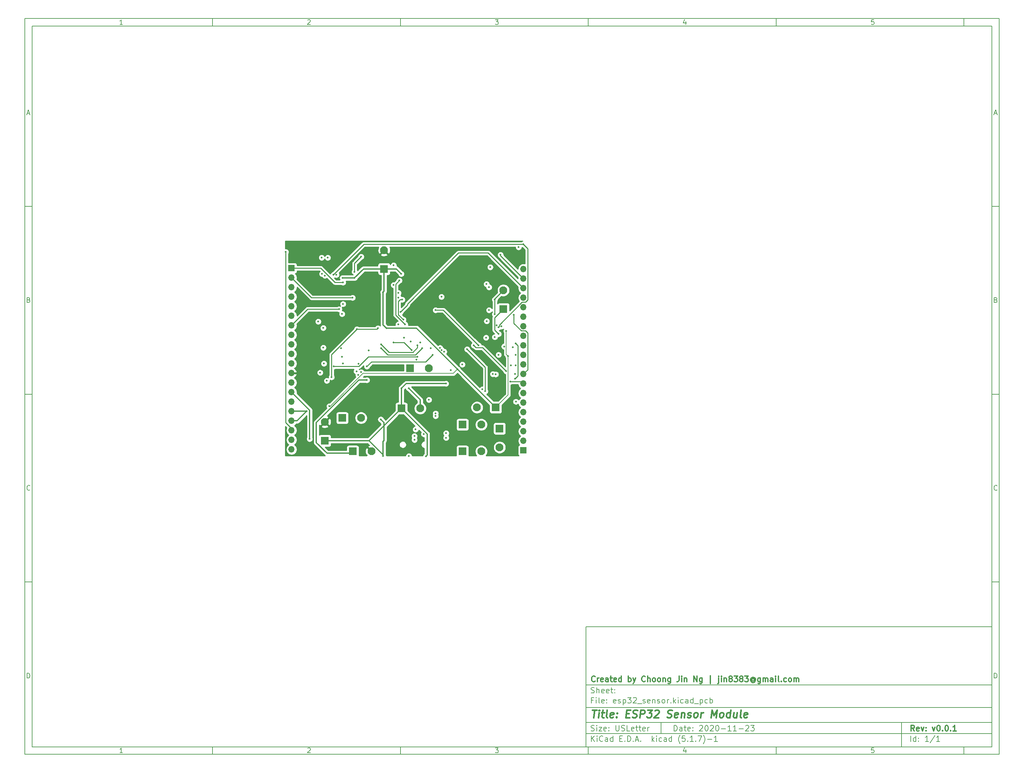
<source format=gbr>
%TF.GenerationSoftware,KiCad,Pcbnew,(5.1.7)-1*%
%TF.CreationDate,2020-11-23T11:29:42-08:00*%
%TF.ProjectId,esp32_sensor,65737033-325f-4736-956e-736f722e6b69,v0.0.1*%
%TF.SameCoordinates,Original*%
%TF.FileFunction,Copper,L4,Bot*%
%TF.FilePolarity,Positive*%
%FSLAX46Y46*%
G04 Gerber Fmt 4.6, Leading zero omitted, Abs format (unit mm)*
G04 Created by KiCad (PCBNEW (5.1.7)-1) date 2020-11-23 11:29:42*
%MOMM*%
%LPD*%
G01*
G04 APERTURE LIST*
%ADD10C,0.100000*%
%ADD11C,0.150000*%
%ADD12C,0.300000*%
%ADD13C,0.400000*%
%TA.AperFunction,ComponentPad*%
%ADD14R,2.100000X2.100000*%
%TD*%
%TA.AperFunction,ComponentPad*%
%ADD15C,2.100000*%
%TD*%
%TA.AperFunction,ComponentPad*%
%ADD16R,1.700000X1.700000*%
%TD*%
%TA.AperFunction,ComponentPad*%
%ADD17O,1.700000X1.700000*%
%TD*%
%TA.AperFunction,ViaPad*%
%ADD18C,0.500000*%
%TD*%
%TA.AperFunction,Conductor*%
%ADD19C,0.350000*%
%TD*%
%TA.AperFunction,Conductor*%
%ADD20C,0.200000*%
%TD*%
%TA.AperFunction,Conductor*%
%ADD21C,0.220000*%
%TD*%
%TA.AperFunction,Conductor*%
%ADD22C,0.254000*%
%TD*%
%TA.AperFunction,Conductor*%
%ADD23C,0.100000*%
%TD*%
G04 APERTURE END LIST*
D10*
D11*
X159400000Y-171900000D02*
X159400000Y-203900000D01*
X267400000Y-203900000D01*
X267400000Y-171900000D01*
X159400000Y-171900000D01*
D10*
D11*
X10000000Y-10000000D02*
X10000000Y-205900000D01*
X269400000Y-205900000D01*
X269400000Y-10000000D01*
X10000000Y-10000000D01*
D10*
D11*
X12000000Y-12000000D02*
X12000000Y-203900000D01*
X267400000Y-203900000D01*
X267400000Y-12000000D01*
X12000000Y-12000000D01*
D10*
D11*
X60000000Y-12000000D02*
X60000000Y-10000000D01*
D10*
D11*
X110000000Y-12000000D02*
X110000000Y-10000000D01*
D10*
D11*
X160000000Y-12000000D02*
X160000000Y-10000000D01*
D10*
D11*
X210000000Y-12000000D02*
X210000000Y-10000000D01*
D10*
D11*
X260000000Y-12000000D02*
X260000000Y-10000000D01*
D10*
D11*
X36065476Y-11588095D02*
X35322619Y-11588095D01*
X35694047Y-11588095D02*
X35694047Y-10288095D01*
X35570238Y-10473809D01*
X35446428Y-10597619D01*
X35322619Y-10659523D01*
D10*
D11*
X85322619Y-10411904D02*
X85384523Y-10350000D01*
X85508333Y-10288095D01*
X85817857Y-10288095D01*
X85941666Y-10350000D01*
X86003571Y-10411904D01*
X86065476Y-10535714D01*
X86065476Y-10659523D01*
X86003571Y-10845238D01*
X85260714Y-11588095D01*
X86065476Y-11588095D01*
D10*
D11*
X135260714Y-10288095D02*
X136065476Y-10288095D01*
X135632142Y-10783333D01*
X135817857Y-10783333D01*
X135941666Y-10845238D01*
X136003571Y-10907142D01*
X136065476Y-11030952D01*
X136065476Y-11340476D01*
X136003571Y-11464285D01*
X135941666Y-11526190D01*
X135817857Y-11588095D01*
X135446428Y-11588095D01*
X135322619Y-11526190D01*
X135260714Y-11464285D01*
D10*
D11*
X185941666Y-10721428D02*
X185941666Y-11588095D01*
X185632142Y-10226190D02*
X185322619Y-11154761D01*
X186127380Y-11154761D01*
D10*
D11*
X236003571Y-10288095D02*
X235384523Y-10288095D01*
X235322619Y-10907142D01*
X235384523Y-10845238D01*
X235508333Y-10783333D01*
X235817857Y-10783333D01*
X235941666Y-10845238D01*
X236003571Y-10907142D01*
X236065476Y-11030952D01*
X236065476Y-11340476D01*
X236003571Y-11464285D01*
X235941666Y-11526190D01*
X235817857Y-11588095D01*
X235508333Y-11588095D01*
X235384523Y-11526190D01*
X235322619Y-11464285D01*
D10*
D11*
X60000000Y-203900000D02*
X60000000Y-205900000D01*
D10*
D11*
X110000000Y-203900000D02*
X110000000Y-205900000D01*
D10*
D11*
X160000000Y-203900000D02*
X160000000Y-205900000D01*
D10*
D11*
X210000000Y-203900000D02*
X210000000Y-205900000D01*
D10*
D11*
X260000000Y-203900000D02*
X260000000Y-205900000D01*
D10*
D11*
X36065476Y-205488095D02*
X35322619Y-205488095D01*
X35694047Y-205488095D02*
X35694047Y-204188095D01*
X35570238Y-204373809D01*
X35446428Y-204497619D01*
X35322619Y-204559523D01*
D10*
D11*
X85322619Y-204311904D02*
X85384523Y-204250000D01*
X85508333Y-204188095D01*
X85817857Y-204188095D01*
X85941666Y-204250000D01*
X86003571Y-204311904D01*
X86065476Y-204435714D01*
X86065476Y-204559523D01*
X86003571Y-204745238D01*
X85260714Y-205488095D01*
X86065476Y-205488095D01*
D10*
D11*
X135260714Y-204188095D02*
X136065476Y-204188095D01*
X135632142Y-204683333D01*
X135817857Y-204683333D01*
X135941666Y-204745238D01*
X136003571Y-204807142D01*
X136065476Y-204930952D01*
X136065476Y-205240476D01*
X136003571Y-205364285D01*
X135941666Y-205426190D01*
X135817857Y-205488095D01*
X135446428Y-205488095D01*
X135322619Y-205426190D01*
X135260714Y-205364285D01*
D10*
D11*
X185941666Y-204621428D02*
X185941666Y-205488095D01*
X185632142Y-204126190D02*
X185322619Y-205054761D01*
X186127380Y-205054761D01*
D10*
D11*
X236003571Y-204188095D02*
X235384523Y-204188095D01*
X235322619Y-204807142D01*
X235384523Y-204745238D01*
X235508333Y-204683333D01*
X235817857Y-204683333D01*
X235941666Y-204745238D01*
X236003571Y-204807142D01*
X236065476Y-204930952D01*
X236065476Y-205240476D01*
X236003571Y-205364285D01*
X235941666Y-205426190D01*
X235817857Y-205488095D01*
X235508333Y-205488095D01*
X235384523Y-205426190D01*
X235322619Y-205364285D01*
D10*
D11*
X10000000Y-60000000D02*
X12000000Y-60000000D01*
D10*
D11*
X10000000Y-110000000D02*
X12000000Y-110000000D01*
D10*
D11*
X10000000Y-160000000D02*
X12000000Y-160000000D01*
D10*
D11*
X10690476Y-35216666D02*
X11309523Y-35216666D01*
X10566666Y-35588095D02*
X11000000Y-34288095D01*
X11433333Y-35588095D01*
D10*
D11*
X11092857Y-84907142D02*
X11278571Y-84969047D01*
X11340476Y-85030952D01*
X11402380Y-85154761D01*
X11402380Y-85340476D01*
X11340476Y-85464285D01*
X11278571Y-85526190D01*
X11154761Y-85588095D01*
X10659523Y-85588095D01*
X10659523Y-84288095D01*
X11092857Y-84288095D01*
X11216666Y-84350000D01*
X11278571Y-84411904D01*
X11340476Y-84535714D01*
X11340476Y-84659523D01*
X11278571Y-84783333D01*
X11216666Y-84845238D01*
X11092857Y-84907142D01*
X10659523Y-84907142D01*
D10*
D11*
X11402380Y-135464285D02*
X11340476Y-135526190D01*
X11154761Y-135588095D01*
X11030952Y-135588095D01*
X10845238Y-135526190D01*
X10721428Y-135402380D01*
X10659523Y-135278571D01*
X10597619Y-135030952D01*
X10597619Y-134845238D01*
X10659523Y-134597619D01*
X10721428Y-134473809D01*
X10845238Y-134350000D01*
X11030952Y-134288095D01*
X11154761Y-134288095D01*
X11340476Y-134350000D01*
X11402380Y-134411904D01*
D10*
D11*
X10659523Y-185588095D02*
X10659523Y-184288095D01*
X10969047Y-184288095D01*
X11154761Y-184350000D01*
X11278571Y-184473809D01*
X11340476Y-184597619D01*
X11402380Y-184845238D01*
X11402380Y-185030952D01*
X11340476Y-185278571D01*
X11278571Y-185402380D01*
X11154761Y-185526190D01*
X10969047Y-185588095D01*
X10659523Y-185588095D01*
D10*
D11*
X269400000Y-60000000D02*
X267400000Y-60000000D01*
D10*
D11*
X269400000Y-110000000D02*
X267400000Y-110000000D01*
D10*
D11*
X269400000Y-160000000D02*
X267400000Y-160000000D01*
D10*
D11*
X268090476Y-35216666D02*
X268709523Y-35216666D01*
X267966666Y-35588095D02*
X268400000Y-34288095D01*
X268833333Y-35588095D01*
D10*
D11*
X268492857Y-84907142D02*
X268678571Y-84969047D01*
X268740476Y-85030952D01*
X268802380Y-85154761D01*
X268802380Y-85340476D01*
X268740476Y-85464285D01*
X268678571Y-85526190D01*
X268554761Y-85588095D01*
X268059523Y-85588095D01*
X268059523Y-84288095D01*
X268492857Y-84288095D01*
X268616666Y-84350000D01*
X268678571Y-84411904D01*
X268740476Y-84535714D01*
X268740476Y-84659523D01*
X268678571Y-84783333D01*
X268616666Y-84845238D01*
X268492857Y-84907142D01*
X268059523Y-84907142D01*
D10*
D11*
X268802380Y-135464285D02*
X268740476Y-135526190D01*
X268554761Y-135588095D01*
X268430952Y-135588095D01*
X268245238Y-135526190D01*
X268121428Y-135402380D01*
X268059523Y-135278571D01*
X267997619Y-135030952D01*
X267997619Y-134845238D01*
X268059523Y-134597619D01*
X268121428Y-134473809D01*
X268245238Y-134350000D01*
X268430952Y-134288095D01*
X268554761Y-134288095D01*
X268740476Y-134350000D01*
X268802380Y-134411904D01*
D10*
D11*
X268059523Y-185588095D02*
X268059523Y-184288095D01*
X268369047Y-184288095D01*
X268554761Y-184350000D01*
X268678571Y-184473809D01*
X268740476Y-184597619D01*
X268802380Y-184845238D01*
X268802380Y-185030952D01*
X268740476Y-185278571D01*
X268678571Y-185402380D01*
X268554761Y-185526190D01*
X268369047Y-185588095D01*
X268059523Y-185588095D01*
D10*
D11*
X182832142Y-199678571D02*
X182832142Y-198178571D01*
X183189285Y-198178571D01*
X183403571Y-198250000D01*
X183546428Y-198392857D01*
X183617857Y-198535714D01*
X183689285Y-198821428D01*
X183689285Y-199035714D01*
X183617857Y-199321428D01*
X183546428Y-199464285D01*
X183403571Y-199607142D01*
X183189285Y-199678571D01*
X182832142Y-199678571D01*
X184975000Y-199678571D02*
X184975000Y-198892857D01*
X184903571Y-198750000D01*
X184760714Y-198678571D01*
X184475000Y-198678571D01*
X184332142Y-198750000D01*
X184975000Y-199607142D02*
X184832142Y-199678571D01*
X184475000Y-199678571D01*
X184332142Y-199607142D01*
X184260714Y-199464285D01*
X184260714Y-199321428D01*
X184332142Y-199178571D01*
X184475000Y-199107142D01*
X184832142Y-199107142D01*
X184975000Y-199035714D01*
X185475000Y-198678571D02*
X186046428Y-198678571D01*
X185689285Y-198178571D02*
X185689285Y-199464285D01*
X185760714Y-199607142D01*
X185903571Y-199678571D01*
X186046428Y-199678571D01*
X187117857Y-199607142D02*
X186975000Y-199678571D01*
X186689285Y-199678571D01*
X186546428Y-199607142D01*
X186475000Y-199464285D01*
X186475000Y-198892857D01*
X186546428Y-198750000D01*
X186689285Y-198678571D01*
X186975000Y-198678571D01*
X187117857Y-198750000D01*
X187189285Y-198892857D01*
X187189285Y-199035714D01*
X186475000Y-199178571D01*
X187832142Y-199535714D02*
X187903571Y-199607142D01*
X187832142Y-199678571D01*
X187760714Y-199607142D01*
X187832142Y-199535714D01*
X187832142Y-199678571D01*
X187832142Y-198750000D02*
X187903571Y-198821428D01*
X187832142Y-198892857D01*
X187760714Y-198821428D01*
X187832142Y-198750000D01*
X187832142Y-198892857D01*
X189617857Y-198321428D02*
X189689285Y-198250000D01*
X189832142Y-198178571D01*
X190189285Y-198178571D01*
X190332142Y-198250000D01*
X190403571Y-198321428D01*
X190475000Y-198464285D01*
X190475000Y-198607142D01*
X190403571Y-198821428D01*
X189546428Y-199678571D01*
X190475000Y-199678571D01*
X191403571Y-198178571D02*
X191546428Y-198178571D01*
X191689285Y-198250000D01*
X191760714Y-198321428D01*
X191832142Y-198464285D01*
X191903571Y-198750000D01*
X191903571Y-199107142D01*
X191832142Y-199392857D01*
X191760714Y-199535714D01*
X191689285Y-199607142D01*
X191546428Y-199678571D01*
X191403571Y-199678571D01*
X191260714Y-199607142D01*
X191189285Y-199535714D01*
X191117857Y-199392857D01*
X191046428Y-199107142D01*
X191046428Y-198750000D01*
X191117857Y-198464285D01*
X191189285Y-198321428D01*
X191260714Y-198250000D01*
X191403571Y-198178571D01*
X192475000Y-198321428D02*
X192546428Y-198250000D01*
X192689285Y-198178571D01*
X193046428Y-198178571D01*
X193189285Y-198250000D01*
X193260714Y-198321428D01*
X193332142Y-198464285D01*
X193332142Y-198607142D01*
X193260714Y-198821428D01*
X192403571Y-199678571D01*
X193332142Y-199678571D01*
X194260714Y-198178571D02*
X194403571Y-198178571D01*
X194546428Y-198250000D01*
X194617857Y-198321428D01*
X194689285Y-198464285D01*
X194760714Y-198750000D01*
X194760714Y-199107142D01*
X194689285Y-199392857D01*
X194617857Y-199535714D01*
X194546428Y-199607142D01*
X194403571Y-199678571D01*
X194260714Y-199678571D01*
X194117857Y-199607142D01*
X194046428Y-199535714D01*
X193975000Y-199392857D01*
X193903571Y-199107142D01*
X193903571Y-198750000D01*
X193975000Y-198464285D01*
X194046428Y-198321428D01*
X194117857Y-198250000D01*
X194260714Y-198178571D01*
X195403571Y-199107142D02*
X196546428Y-199107142D01*
X198046428Y-199678571D02*
X197189285Y-199678571D01*
X197617857Y-199678571D02*
X197617857Y-198178571D01*
X197475000Y-198392857D01*
X197332142Y-198535714D01*
X197189285Y-198607142D01*
X199475000Y-199678571D02*
X198617857Y-199678571D01*
X199046428Y-199678571D02*
X199046428Y-198178571D01*
X198903571Y-198392857D01*
X198760714Y-198535714D01*
X198617857Y-198607142D01*
X200117857Y-199107142D02*
X201260714Y-199107142D01*
X201903571Y-198321428D02*
X201975000Y-198250000D01*
X202117857Y-198178571D01*
X202475000Y-198178571D01*
X202617857Y-198250000D01*
X202689285Y-198321428D01*
X202760714Y-198464285D01*
X202760714Y-198607142D01*
X202689285Y-198821428D01*
X201832142Y-199678571D01*
X202760714Y-199678571D01*
X203260714Y-198178571D02*
X204189285Y-198178571D01*
X203689285Y-198750000D01*
X203903571Y-198750000D01*
X204046428Y-198821428D01*
X204117857Y-198892857D01*
X204189285Y-199035714D01*
X204189285Y-199392857D01*
X204117857Y-199535714D01*
X204046428Y-199607142D01*
X203903571Y-199678571D01*
X203475000Y-199678571D01*
X203332142Y-199607142D01*
X203260714Y-199535714D01*
D10*
D11*
X159400000Y-200400000D02*
X267400000Y-200400000D01*
D10*
D11*
X160832142Y-202478571D02*
X160832142Y-200978571D01*
X161689285Y-202478571D02*
X161046428Y-201621428D01*
X161689285Y-200978571D02*
X160832142Y-201835714D01*
X162332142Y-202478571D02*
X162332142Y-201478571D01*
X162332142Y-200978571D02*
X162260714Y-201050000D01*
X162332142Y-201121428D01*
X162403571Y-201050000D01*
X162332142Y-200978571D01*
X162332142Y-201121428D01*
X163903571Y-202335714D02*
X163832142Y-202407142D01*
X163617857Y-202478571D01*
X163475000Y-202478571D01*
X163260714Y-202407142D01*
X163117857Y-202264285D01*
X163046428Y-202121428D01*
X162975000Y-201835714D01*
X162975000Y-201621428D01*
X163046428Y-201335714D01*
X163117857Y-201192857D01*
X163260714Y-201050000D01*
X163475000Y-200978571D01*
X163617857Y-200978571D01*
X163832142Y-201050000D01*
X163903571Y-201121428D01*
X165189285Y-202478571D02*
X165189285Y-201692857D01*
X165117857Y-201550000D01*
X164975000Y-201478571D01*
X164689285Y-201478571D01*
X164546428Y-201550000D01*
X165189285Y-202407142D02*
X165046428Y-202478571D01*
X164689285Y-202478571D01*
X164546428Y-202407142D01*
X164475000Y-202264285D01*
X164475000Y-202121428D01*
X164546428Y-201978571D01*
X164689285Y-201907142D01*
X165046428Y-201907142D01*
X165189285Y-201835714D01*
X166546428Y-202478571D02*
X166546428Y-200978571D01*
X166546428Y-202407142D02*
X166403571Y-202478571D01*
X166117857Y-202478571D01*
X165975000Y-202407142D01*
X165903571Y-202335714D01*
X165832142Y-202192857D01*
X165832142Y-201764285D01*
X165903571Y-201621428D01*
X165975000Y-201550000D01*
X166117857Y-201478571D01*
X166403571Y-201478571D01*
X166546428Y-201550000D01*
X168403571Y-201692857D02*
X168903571Y-201692857D01*
X169117857Y-202478571D02*
X168403571Y-202478571D01*
X168403571Y-200978571D01*
X169117857Y-200978571D01*
X169760714Y-202335714D02*
X169832142Y-202407142D01*
X169760714Y-202478571D01*
X169689285Y-202407142D01*
X169760714Y-202335714D01*
X169760714Y-202478571D01*
X170475000Y-202478571D02*
X170475000Y-200978571D01*
X170832142Y-200978571D01*
X171046428Y-201050000D01*
X171189285Y-201192857D01*
X171260714Y-201335714D01*
X171332142Y-201621428D01*
X171332142Y-201835714D01*
X171260714Y-202121428D01*
X171189285Y-202264285D01*
X171046428Y-202407142D01*
X170832142Y-202478571D01*
X170475000Y-202478571D01*
X171975000Y-202335714D02*
X172046428Y-202407142D01*
X171975000Y-202478571D01*
X171903571Y-202407142D01*
X171975000Y-202335714D01*
X171975000Y-202478571D01*
X172617857Y-202050000D02*
X173332142Y-202050000D01*
X172475000Y-202478571D02*
X172975000Y-200978571D01*
X173475000Y-202478571D01*
X173975000Y-202335714D02*
X174046428Y-202407142D01*
X173975000Y-202478571D01*
X173903571Y-202407142D01*
X173975000Y-202335714D01*
X173975000Y-202478571D01*
X176975000Y-202478571D02*
X176975000Y-200978571D01*
X177117857Y-201907142D02*
X177546428Y-202478571D01*
X177546428Y-201478571D02*
X176975000Y-202050000D01*
X178189285Y-202478571D02*
X178189285Y-201478571D01*
X178189285Y-200978571D02*
X178117857Y-201050000D01*
X178189285Y-201121428D01*
X178260714Y-201050000D01*
X178189285Y-200978571D01*
X178189285Y-201121428D01*
X179546428Y-202407142D02*
X179403571Y-202478571D01*
X179117857Y-202478571D01*
X178975000Y-202407142D01*
X178903571Y-202335714D01*
X178832142Y-202192857D01*
X178832142Y-201764285D01*
X178903571Y-201621428D01*
X178975000Y-201550000D01*
X179117857Y-201478571D01*
X179403571Y-201478571D01*
X179546428Y-201550000D01*
X180832142Y-202478571D02*
X180832142Y-201692857D01*
X180760714Y-201550000D01*
X180617857Y-201478571D01*
X180332142Y-201478571D01*
X180189285Y-201550000D01*
X180832142Y-202407142D02*
X180689285Y-202478571D01*
X180332142Y-202478571D01*
X180189285Y-202407142D01*
X180117857Y-202264285D01*
X180117857Y-202121428D01*
X180189285Y-201978571D01*
X180332142Y-201907142D01*
X180689285Y-201907142D01*
X180832142Y-201835714D01*
X182189285Y-202478571D02*
X182189285Y-200978571D01*
X182189285Y-202407142D02*
X182046428Y-202478571D01*
X181760714Y-202478571D01*
X181617857Y-202407142D01*
X181546428Y-202335714D01*
X181475000Y-202192857D01*
X181475000Y-201764285D01*
X181546428Y-201621428D01*
X181617857Y-201550000D01*
X181760714Y-201478571D01*
X182046428Y-201478571D01*
X182189285Y-201550000D01*
X184475000Y-203050000D02*
X184403571Y-202978571D01*
X184260714Y-202764285D01*
X184189285Y-202621428D01*
X184117857Y-202407142D01*
X184046428Y-202050000D01*
X184046428Y-201764285D01*
X184117857Y-201407142D01*
X184189285Y-201192857D01*
X184260714Y-201050000D01*
X184403571Y-200835714D01*
X184475000Y-200764285D01*
X185760714Y-200978571D02*
X185046428Y-200978571D01*
X184975000Y-201692857D01*
X185046428Y-201621428D01*
X185189285Y-201550000D01*
X185546428Y-201550000D01*
X185689285Y-201621428D01*
X185760714Y-201692857D01*
X185832142Y-201835714D01*
X185832142Y-202192857D01*
X185760714Y-202335714D01*
X185689285Y-202407142D01*
X185546428Y-202478571D01*
X185189285Y-202478571D01*
X185046428Y-202407142D01*
X184975000Y-202335714D01*
X186475000Y-202335714D02*
X186546428Y-202407142D01*
X186475000Y-202478571D01*
X186403571Y-202407142D01*
X186475000Y-202335714D01*
X186475000Y-202478571D01*
X187975000Y-202478571D02*
X187117857Y-202478571D01*
X187546428Y-202478571D02*
X187546428Y-200978571D01*
X187403571Y-201192857D01*
X187260714Y-201335714D01*
X187117857Y-201407142D01*
X188617857Y-202335714D02*
X188689285Y-202407142D01*
X188617857Y-202478571D01*
X188546428Y-202407142D01*
X188617857Y-202335714D01*
X188617857Y-202478571D01*
X189189285Y-200978571D02*
X190189285Y-200978571D01*
X189546428Y-202478571D01*
X190617857Y-203050000D02*
X190689285Y-202978571D01*
X190832142Y-202764285D01*
X190903571Y-202621428D01*
X190975000Y-202407142D01*
X191046428Y-202050000D01*
X191046428Y-201764285D01*
X190975000Y-201407142D01*
X190903571Y-201192857D01*
X190832142Y-201050000D01*
X190689285Y-200835714D01*
X190617857Y-200764285D01*
X191760714Y-201907142D02*
X192903571Y-201907142D01*
X194403571Y-202478571D02*
X193546428Y-202478571D01*
X193975000Y-202478571D02*
X193975000Y-200978571D01*
X193832142Y-201192857D01*
X193689285Y-201335714D01*
X193546428Y-201407142D01*
D10*
D11*
X159400000Y-197400000D02*
X267400000Y-197400000D01*
D10*
D12*
X246809285Y-199678571D02*
X246309285Y-198964285D01*
X245952142Y-199678571D02*
X245952142Y-198178571D01*
X246523571Y-198178571D01*
X246666428Y-198250000D01*
X246737857Y-198321428D01*
X246809285Y-198464285D01*
X246809285Y-198678571D01*
X246737857Y-198821428D01*
X246666428Y-198892857D01*
X246523571Y-198964285D01*
X245952142Y-198964285D01*
X248023571Y-199607142D02*
X247880714Y-199678571D01*
X247595000Y-199678571D01*
X247452142Y-199607142D01*
X247380714Y-199464285D01*
X247380714Y-198892857D01*
X247452142Y-198750000D01*
X247595000Y-198678571D01*
X247880714Y-198678571D01*
X248023571Y-198750000D01*
X248095000Y-198892857D01*
X248095000Y-199035714D01*
X247380714Y-199178571D01*
X248595000Y-198678571D02*
X248952142Y-199678571D01*
X249309285Y-198678571D01*
X249880714Y-199535714D02*
X249952142Y-199607142D01*
X249880714Y-199678571D01*
X249809285Y-199607142D01*
X249880714Y-199535714D01*
X249880714Y-199678571D01*
X249880714Y-198750000D02*
X249952142Y-198821428D01*
X249880714Y-198892857D01*
X249809285Y-198821428D01*
X249880714Y-198750000D01*
X249880714Y-198892857D01*
X251595000Y-198678571D02*
X251952142Y-199678571D01*
X252309285Y-198678571D01*
X253166428Y-198178571D02*
X253309285Y-198178571D01*
X253452142Y-198250000D01*
X253523571Y-198321428D01*
X253595000Y-198464285D01*
X253666428Y-198750000D01*
X253666428Y-199107142D01*
X253595000Y-199392857D01*
X253523571Y-199535714D01*
X253452142Y-199607142D01*
X253309285Y-199678571D01*
X253166428Y-199678571D01*
X253023571Y-199607142D01*
X252952142Y-199535714D01*
X252880714Y-199392857D01*
X252809285Y-199107142D01*
X252809285Y-198750000D01*
X252880714Y-198464285D01*
X252952142Y-198321428D01*
X253023571Y-198250000D01*
X253166428Y-198178571D01*
X254309285Y-199535714D02*
X254380714Y-199607142D01*
X254309285Y-199678571D01*
X254237857Y-199607142D01*
X254309285Y-199535714D01*
X254309285Y-199678571D01*
X255309285Y-198178571D02*
X255452142Y-198178571D01*
X255595000Y-198250000D01*
X255666428Y-198321428D01*
X255737857Y-198464285D01*
X255809285Y-198750000D01*
X255809285Y-199107142D01*
X255737857Y-199392857D01*
X255666428Y-199535714D01*
X255595000Y-199607142D01*
X255452142Y-199678571D01*
X255309285Y-199678571D01*
X255166428Y-199607142D01*
X255095000Y-199535714D01*
X255023571Y-199392857D01*
X254952142Y-199107142D01*
X254952142Y-198750000D01*
X255023571Y-198464285D01*
X255095000Y-198321428D01*
X255166428Y-198250000D01*
X255309285Y-198178571D01*
X256452142Y-199535714D02*
X256523571Y-199607142D01*
X256452142Y-199678571D01*
X256380714Y-199607142D01*
X256452142Y-199535714D01*
X256452142Y-199678571D01*
X257952142Y-199678571D02*
X257095000Y-199678571D01*
X257523571Y-199678571D02*
X257523571Y-198178571D01*
X257380714Y-198392857D01*
X257237857Y-198535714D01*
X257095000Y-198607142D01*
D10*
D11*
X160760714Y-199607142D02*
X160975000Y-199678571D01*
X161332142Y-199678571D01*
X161475000Y-199607142D01*
X161546428Y-199535714D01*
X161617857Y-199392857D01*
X161617857Y-199250000D01*
X161546428Y-199107142D01*
X161475000Y-199035714D01*
X161332142Y-198964285D01*
X161046428Y-198892857D01*
X160903571Y-198821428D01*
X160832142Y-198750000D01*
X160760714Y-198607142D01*
X160760714Y-198464285D01*
X160832142Y-198321428D01*
X160903571Y-198250000D01*
X161046428Y-198178571D01*
X161403571Y-198178571D01*
X161617857Y-198250000D01*
X162260714Y-199678571D02*
X162260714Y-198678571D01*
X162260714Y-198178571D02*
X162189285Y-198250000D01*
X162260714Y-198321428D01*
X162332142Y-198250000D01*
X162260714Y-198178571D01*
X162260714Y-198321428D01*
X162832142Y-198678571D02*
X163617857Y-198678571D01*
X162832142Y-199678571D01*
X163617857Y-199678571D01*
X164760714Y-199607142D02*
X164617857Y-199678571D01*
X164332142Y-199678571D01*
X164189285Y-199607142D01*
X164117857Y-199464285D01*
X164117857Y-198892857D01*
X164189285Y-198750000D01*
X164332142Y-198678571D01*
X164617857Y-198678571D01*
X164760714Y-198750000D01*
X164832142Y-198892857D01*
X164832142Y-199035714D01*
X164117857Y-199178571D01*
X165475000Y-199535714D02*
X165546428Y-199607142D01*
X165475000Y-199678571D01*
X165403571Y-199607142D01*
X165475000Y-199535714D01*
X165475000Y-199678571D01*
X165475000Y-198750000D02*
X165546428Y-198821428D01*
X165475000Y-198892857D01*
X165403571Y-198821428D01*
X165475000Y-198750000D01*
X165475000Y-198892857D01*
X167332142Y-198178571D02*
X167332142Y-199392857D01*
X167403571Y-199535714D01*
X167475000Y-199607142D01*
X167617857Y-199678571D01*
X167903571Y-199678571D01*
X168046428Y-199607142D01*
X168117857Y-199535714D01*
X168189285Y-199392857D01*
X168189285Y-198178571D01*
X168832142Y-199607142D02*
X169046428Y-199678571D01*
X169403571Y-199678571D01*
X169546428Y-199607142D01*
X169617857Y-199535714D01*
X169689285Y-199392857D01*
X169689285Y-199250000D01*
X169617857Y-199107142D01*
X169546428Y-199035714D01*
X169403571Y-198964285D01*
X169117857Y-198892857D01*
X168975000Y-198821428D01*
X168903571Y-198750000D01*
X168832142Y-198607142D01*
X168832142Y-198464285D01*
X168903571Y-198321428D01*
X168975000Y-198250000D01*
X169117857Y-198178571D01*
X169475000Y-198178571D01*
X169689285Y-198250000D01*
X171046428Y-199678571D02*
X170332142Y-199678571D01*
X170332142Y-198178571D01*
X172117857Y-199607142D02*
X171975000Y-199678571D01*
X171689285Y-199678571D01*
X171546428Y-199607142D01*
X171475000Y-199464285D01*
X171475000Y-198892857D01*
X171546428Y-198750000D01*
X171689285Y-198678571D01*
X171975000Y-198678571D01*
X172117857Y-198750000D01*
X172189285Y-198892857D01*
X172189285Y-199035714D01*
X171475000Y-199178571D01*
X172617857Y-198678571D02*
X173189285Y-198678571D01*
X172832142Y-198178571D02*
X172832142Y-199464285D01*
X172903571Y-199607142D01*
X173046428Y-199678571D01*
X173189285Y-199678571D01*
X173475000Y-198678571D02*
X174046428Y-198678571D01*
X173689285Y-198178571D02*
X173689285Y-199464285D01*
X173760714Y-199607142D01*
X173903571Y-199678571D01*
X174046428Y-199678571D01*
X175117857Y-199607142D02*
X174975000Y-199678571D01*
X174689285Y-199678571D01*
X174546428Y-199607142D01*
X174475000Y-199464285D01*
X174475000Y-198892857D01*
X174546428Y-198750000D01*
X174689285Y-198678571D01*
X174975000Y-198678571D01*
X175117857Y-198750000D01*
X175189285Y-198892857D01*
X175189285Y-199035714D01*
X174475000Y-199178571D01*
X175832142Y-199678571D02*
X175832142Y-198678571D01*
X175832142Y-198964285D02*
X175903571Y-198821428D01*
X175975000Y-198750000D01*
X176117857Y-198678571D01*
X176260714Y-198678571D01*
D10*
D11*
X245832142Y-202478571D02*
X245832142Y-200978571D01*
X247189285Y-202478571D02*
X247189285Y-200978571D01*
X247189285Y-202407142D02*
X247046428Y-202478571D01*
X246760714Y-202478571D01*
X246617857Y-202407142D01*
X246546428Y-202335714D01*
X246475000Y-202192857D01*
X246475000Y-201764285D01*
X246546428Y-201621428D01*
X246617857Y-201550000D01*
X246760714Y-201478571D01*
X247046428Y-201478571D01*
X247189285Y-201550000D01*
X247903571Y-202335714D02*
X247975000Y-202407142D01*
X247903571Y-202478571D01*
X247832142Y-202407142D01*
X247903571Y-202335714D01*
X247903571Y-202478571D01*
X247903571Y-201550000D02*
X247975000Y-201621428D01*
X247903571Y-201692857D01*
X247832142Y-201621428D01*
X247903571Y-201550000D01*
X247903571Y-201692857D01*
X250546428Y-202478571D02*
X249689285Y-202478571D01*
X250117857Y-202478571D02*
X250117857Y-200978571D01*
X249975000Y-201192857D01*
X249832142Y-201335714D01*
X249689285Y-201407142D01*
X252260714Y-200907142D02*
X250975000Y-202835714D01*
X253546428Y-202478571D02*
X252689285Y-202478571D01*
X253117857Y-202478571D02*
X253117857Y-200978571D01*
X252975000Y-201192857D01*
X252832142Y-201335714D01*
X252689285Y-201407142D01*
D10*
D11*
X159400000Y-193400000D02*
X267400000Y-193400000D01*
D10*
D13*
X161112380Y-194104761D02*
X162255238Y-194104761D01*
X161433809Y-196104761D02*
X161683809Y-194104761D01*
X162671904Y-196104761D02*
X162838571Y-194771428D01*
X162921904Y-194104761D02*
X162814761Y-194200000D01*
X162898095Y-194295238D01*
X163005238Y-194200000D01*
X162921904Y-194104761D01*
X162898095Y-194295238D01*
X163505238Y-194771428D02*
X164267142Y-194771428D01*
X163874285Y-194104761D02*
X163660000Y-195819047D01*
X163731428Y-196009523D01*
X163910000Y-196104761D01*
X164100476Y-196104761D01*
X165052857Y-196104761D02*
X164874285Y-196009523D01*
X164802857Y-195819047D01*
X165017142Y-194104761D01*
X166588571Y-196009523D02*
X166386190Y-196104761D01*
X166005238Y-196104761D01*
X165826666Y-196009523D01*
X165755238Y-195819047D01*
X165850476Y-195057142D01*
X165969523Y-194866666D01*
X166171904Y-194771428D01*
X166552857Y-194771428D01*
X166731428Y-194866666D01*
X166802857Y-195057142D01*
X166779047Y-195247619D01*
X165802857Y-195438095D01*
X167552857Y-195914285D02*
X167636190Y-196009523D01*
X167529047Y-196104761D01*
X167445714Y-196009523D01*
X167552857Y-195914285D01*
X167529047Y-196104761D01*
X167683809Y-194866666D02*
X167767142Y-194961904D01*
X167660000Y-195057142D01*
X167576666Y-194961904D01*
X167683809Y-194866666D01*
X167660000Y-195057142D01*
X170136190Y-195057142D02*
X170802857Y-195057142D01*
X170957619Y-196104761D02*
X170005238Y-196104761D01*
X170255238Y-194104761D01*
X171207619Y-194104761D01*
X171731428Y-196009523D02*
X172005238Y-196104761D01*
X172481428Y-196104761D01*
X172683809Y-196009523D01*
X172790952Y-195914285D01*
X172910000Y-195723809D01*
X172933809Y-195533333D01*
X172862380Y-195342857D01*
X172779047Y-195247619D01*
X172600476Y-195152380D01*
X172231428Y-195057142D01*
X172052857Y-194961904D01*
X171969523Y-194866666D01*
X171898095Y-194676190D01*
X171921904Y-194485714D01*
X172040952Y-194295238D01*
X172148095Y-194200000D01*
X172350476Y-194104761D01*
X172826666Y-194104761D01*
X173100476Y-194200000D01*
X173719523Y-196104761D02*
X173969523Y-194104761D01*
X174731428Y-194104761D01*
X174910000Y-194200000D01*
X174993333Y-194295238D01*
X175064761Y-194485714D01*
X175029047Y-194771428D01*
X174910000Y-194961904D01*
X174802857Y-195057142D01*
X174600476Y-195152380D01*
X173838571Y-195152380D01*
X175779047Y-194104761D02*
X177017142Y-194104761D01*
X176255238Y-194866666D01*
X176540952Y-194866666D01*
X176719523Y-194961904D01*
X176802857Y-195057142D01*
X176874285Y-195247619D01*
X176814761Y-195723809D01*
X176695714Y-195914285D01*
X176588571Y-196009523D01*
X176386190Y-196104761D01*
X175814761Y-196104761D01*
X175636190Y-196009523D01*
X175552857Y-195914285D01*
X177755238Y-194295238D02*
X177862380Y-194200000D01*
X178064761Y-194104761D01*
X178540952Y-194104761D01*
X178719523Y-194200000D01*
X178802857Y-194295238D01*
X178874285Y-194485714D01*
X178850476Y-194676190D01*
X178719523Y-194961904D01*
X177433809Y-196104761D01*
X178671904Y-196104761D01*
X180969523Y-196009523D02*
X181243333Y-196104761D01*
X181719523Y-196104761D01*
X181921904Y-196009523D01*
X182029047Y-195914285D01*
X182148095Y-195723809D01*
X182171904Y-195533333D01*
X182100476Y-195342857D01*
X182017142Y-195247619D01*
X181838571Y-195152380D01*
X181469523Y-195057142D01*
X181290952Y-194961904D01*
X181207619Y-194866666D01*
X181136190Y-194676190D01*
X181160000Y-194485714D01*
X181279047Y-194295238D01*
X181386190Y-194200000D01*
X181588571Y-194104761D01*
X182064761Y-194104761D01*
X182338571Y-194200000D01*
X183731428Y-196009523D02*
X183529047Y-196104761D01*
X183148095Y-196104761D01*
X182969523Y-196009523D01*
X182898095Y-195819047D01*
X182993333Y-195057142D01*
X183112380Y-194866666D01*
X183314761Y-194771428D01*
X183695714Y-194771428D01*
X183874285Y-194866666D01*
X183945714Y-195057142D01*
X183921904Y-195247619D01*
X182945714Y-195438095D01*
X184838571Y-194771428D02*
X184671904Y-196104761D01*
X184814761Y-194961904D02*
X184921904Y-194866666D01*
X185124285Y-194771428D01*
X185410000Y-194771428D01*
X185588571Y-194866666D01*
X185660000Y-195057142D01*
X185529047Y-196104761D01*
X186398095Y-196009523D02*
X186576666Y-196104761D01*
X186957619Y-196104761D01*
X187160000Y-196009523D01*
X187279047Y-195819047D01*
X187290952Y-195723809D01*
X187219523Y-195533333D01*
X187040952Y-195438095D01*
X186755238Y-195438095D01*
X186576666Y-195342857D01*
X186505238Y-195152380D01*
X186517142Y-195057142D01*
X186636190Y-194866666D01*
X186838571Y-194771428D01*
X187124285Y-194771428D01*
X187302857Y-194866666D01*
X188386190Y-196104761D02*
X188207619Y-196009523D01*
X188124285Y-195914285D01*
X188052857Y-195723809D01*
X188124285Y-195152380D01*
X188243333Y-194961904D01*
X188350476Y-194866666D01*
X188552857Y-194771428D01*
X188838571Y-194771428D01*
X189017142Y-194866666D01*
X189100476Y-194961904D01*
X189171904Y-195152380D01*
X189100476Y-195723809D01*
X188981428Y-195914285D01*
X188874285Y-196009523D01*
X188671904Y-196104761D01*
X188386190Y-196104761D01*
X189910000Y-196104761D02*
X190076666Y-194771428D01*
X190029047Y-195152380D02*
X190148095Y-194961904D01*
X190255238Y-194866666D01*
X190457619Y-194771428D01*
X190648095Y-194771428D01*
X192671904Y-196104761D02*
X192921904Y-194104761D01*
X193410000Y-195533333D01*
X194255238Y-194104761D01*
X194005238Y-196104761D01*
X195243333Y-196104761D02*
X195064761Y-196009523D01*
X194981428Y-195914285D01*
X194910000Y-195723809D01*
X194981428Y-195152380D01*
X195100476Y-194961904D01*
X195207619Y-194866666D01*
X195410000Y-194771428D01*
X195695714Y-194771428D01*
X195874285Y-194866666D01*
X195957619Y-194961904D01*
X196029047Y-195152380D01*
X195957619Y-195723809D01*
X195838571Y-195914285D01*
X195731428Y-196009523D01*
X195529047Y-196104761D01*
X195243333Y-196104761D01*
X197624285Y-196104761D02*
X197874285Y-194104761D01*
X197636190Y-196009523D02*
X197433809Y-196104761D01*
X197052857Y-196104761D01*
X196874285Y-196009523D01*
X196790952Y-195914285D01*
X196719523Y-195723809D01*
X196790952Y-195152380D01*
X196910000Y-194961904D01*
X197017142Y-194866666D01*
X197219523Y-194771428D01*
X197600476Y-194771428D01*
X197779047Y-194866666D01*
X199600476Y-194771428D02*
X199433809Y-196104761D01*
X198743333Y-194771428D02*
X198612380Y-195819047D01*
X198683809Y-196009523D01*
X198862380Y-196104761D01*
X199148095Y-196104761D01*
X199350476Y-196009523D01*
X199457619Y-195914285D01*
X200671904Y-196104761D02*
X200493333Y-196009523D01*
X200421904Y-195819047D01*
X200636190Y-194104761D01*
X202207619Y-196009523D02*
X202005238Y-196104761D01*
X201624285Y-196104761D01*
X201445714Y-196009523D01*
X201374285Y-195819047D01*
X201469523Y-195057142D01*
X201588571Y-194866666D01*
X201790952Y-194771428D01*
X202171904Y-194771428D01*
X202350476Y-194866666D01*
X202421904Y-195057142D01*
X202398095Y-195247619D01*
X201421904Y-195438095D01*
D10*
D11*
X161332142Y-191492857D02*
X160832142Y-191492857D01*
X160832142Y-192278571D02*
X160832142Y-190778571D01*
X161546428Y-190778571D01*
X162117857Y-192278571D02*
X162117857Y-191278571D01*
X162117857Y-190778571D02*
X162046428Y-190850000D01*
X162117857Y-190921428D01*
X162189285Y-190850000D01*
X162117857Y-190778571D01*
X162117857Y-190921428D01*
X163046428Y-192278571D02*
X162903571Y-192207142D01*
X162832142Y-192064285D01*
X162832142Y-190778571D01*
X164189285Y-192207142D02*
X164046428Y-192278571D01*
X163760714Y-192278571D01*
X163617857Y-192207142D01*
X163546428Y-192064285D01*
X163546428Y-191492857D01*
X163617857Y-191350000D01*
X163760714Y-191278571D01*
X164046428Y-191278571D01*
X164189285Y-191350000D01*
X164260714Y-191492857D01*
X164260714Y-191635714D01*
X163546428Y-191778571D01*
X164903571Y-192135714D02*
X164975000Y-192207142D01*
X164903571Y-192278571D01*
X164832142Y-192207142D01*
X164903571Y-192135714D01*
X164903571Y-192278571D01*
X164903571Y-191350000D02*
X164975000Y-191421428D01*
X164903571Y-191492857D01*
X164832142Y-191421428D01*
X164903571Y-191350000D01*
X164903571Y-191492857D01*
X167332142Y-192207142D02*
X167189285Y-192278571D01*
X166903571Y-192278571D01*
X166760714Y-192207142D01*
X166689285Y-192064285D01*
X166689285Y-191492857D01*
X166760714Y-191350000D01*
X166903571Y-191278571D01*
X167189285Y-191278571D01*
X167332142Y-191350000D01*
X167403571Y-191492857D01*
X167403571Y-191635714D01*
X166689285Y-191778571D01*
X167975000Y-192207142D02*
X168117857Y-192278571D01*
X168403571Y-192278571D01*
X168546428Y-192207142D01*
X168617857Y-192064285D01*
X168617857Y-191992857D01*
X168546428Y-191850000D01*
X168403571Y-191778571D01*
X168189285Y-191778571D01*
X168046428Y-191707142D01*
X167975000Y-191564285D01*
X167975000Y-191492857D01*
X168046428Y-191350000D01*
X168189285Y-191278571D01*
X168403571Y-191278571D01*
X168546428Y-191350000D01*
X169260714Y-191278571D02*
X169260714Y-192778571D01*
X169260714Y-191350000D02*
X169403571Y-191278571D01*
X169689285Y-191278571D01*
X169832142Y-191350000D01*
X169903571Y-191421428D01*
X169975000Y-191564285D01*
X169975000Y-191992857D01*
X169903571Y-192135714D01*
X169832142Y-192207142D01*
X169689285Y-192278571D01*
X169403571Y-192278571D01*
X169260714Y-192207142D01*
X170475000Y-190778571D02*
X171403571Y-190778571D01*
X170903571Y-191350000D01*
X171117857Y-191350000D01*
X171260714Y-191421428D01*
X171332142Y-191492857D01*
X171403571Y-191635714D01*
X171403571Y-191992857D01*
X171332142Y-192135714D01*
X171260714Y-192207142D01*
X171117857Y-192278571D01*
X170689285Y-192278571D01*
X170546428Y-192207142D01*
X170475000Y-192135714D01*
X171975000Y-190921428D02*
X172046428Y-190850000D01*
X172189285Y-190778571D01*
X172546428Y-190778571D01*
X172689285Y-190850000D01*
X172760714Y-190921428D01*
X172832142Y-191064285D01*
X172832142Y-191207142D01*
X172760714Y-191421428D01*
X171903571Y-192278571D01*
X172832142Y-192278571D01*
X173117857Y-192421428D02*
X174260714Y-192421428D01*
X174546428Y-192207142D02*
X174689285Y-192278571D01*
X174975000Y-192278571D01*
X175117857Y-192207142D01*
X175189285Y-192064285D01*
X175189285Y-191992857D01*
X175117857Y-191850000D01*
X174975000Y-191778571D01*
X174760714Y-191778571D01*
X174617857Y-191707142D01*
X174546428Y-191564285D01*
X174546428Y-191492857D01*
X174617857Y-191350000D01*
X174760714Y-191278571D01*
X174975000Y-191278571D01*
X175117857Y-191350000D01*
X176403571Y-192207142D02*
X176260714Y-192278571D01*
X175975000Y-192278571D01*
X175832142Y-192207142D01*
X175760714Y-192064285D01*
X175760714Y-191492857D01*
X175832142Y-191350000D01*
X175975000Y-191278571D01*
X176260714Y-191278571D01*
X176403571Y-191350000D01*
X176475000Y-191492857D01*
X176475000Y-191635714D01*
X175760714Y-191778571D01*
X177117857Y-191278571D02*
X177117857Y-192278571D01*
X177117857Y-191421428D02*
X177189285Y-191350000D01*
X177332142Y-191278571D01*
X177546428Y-191278571D01*
X177689285Y-191350000D01*
X177760714Y-191492857D01*
X177760714Y-192278571D01*
X178403571Y-192207142D02*
X178546428Y-192278571D01*
X178832142Y-192278571D01*
X178975000Y-192207142D01*
X179046428Y-192064285D01*
X179046428Y-191992857D01*
X178975000Y-191850000D01*
X178832142Y-191778571D01*
X178617857Y-191778571D01*
X178475000Y-191707142D01*
X178403571Y-191564285D01*
X178403571Y-191492857D01*
X178475000Y-191350000D01*
X178617857Y-191278571D01*
X178832142Y-191278571D01*
X178975000Y-191350000D01*
X179903571Y-192278571D02*
X179760714Y-192207142D01*
X179689285Y-192135714D01*
X179617857Y-191992857D01*
X179617857Y-191564285D01*
X179689285Y-191421428D01*
X179760714Y-191350000D01*
X179903571Y-191278571D01*
X180117857Y-191278571D01*
X180260714Y-191350000D01*
X180332142Y-191421428D01*
X180403571Y-191564285D01*
X180403571Y-191992857D01*
X180332142Y-192135714D01*
X180260714Y-192207142D01*
X180117857Y-192278571D01*
X179903571Y-192278571D01*
X181046428Y-192278571D02*
X181046428Y-191278571D01*
X181046428Y-191564285D02*
X181117857Y-191421428D01*
X181189285Y-191350000D01*
X181332142Y-191278571D01*
X181475000Y-191278571D01*
X181975000Y-192135714D02*
X182046428Y-192207142D01*
X181975000Y-192278571D01*
X181903571Y-192207142D01*
X181975000Y-192135714D01*
X181975000Y-192278571D01*
X182689285Y-192278571D02*
X182689285Y-190778571D01*
X182832142Y-191707142D02*
X183260714Y-192278571D01*
X183260714Y-191278571D02*
X182689285Y-191850000D01*
X183903571Y-192278571D02*
X183903571Y-191278571D01*
X183903571Y-190778571D02*
X183832142Y-190850000D01*
X183903571Y-190921428D01*
X183975000Y-190850000D01*
X183903571Y-190778571D01*
X183903571Y-190921428D01*
X185260714Y-192207142D02*
X185117857Y-192278571D01*
X184832142Y-192278571D01*
X184689285Y-192207142D01*
X184617857Y-192135714D01*
X184546428Y-191992857D01*
X184546428Y-191564285D01*
X184617857Y-191421428D01*
X184689285Y-191350000D01*
X184832142Y-191278571D01*
X185117857Y-191278571D01*
X185260714Y-191350000D01*
X186546428Y-192278571D02*
X186546428Y-191492857D01*
X186475000Y-191350000D01*
X186332142Y-191278571D01*
X186046428Y-191278571D01*
X185903571Y-191350000D01*
X186546428Y-192207142D02*
X186403571Y-192278571D01*
X186046428Y-192278571D01*
X185903571Y-192207142D01*
X185832142Y-192064285D01*
X185832142Y-191921428D01*
X185903571Y-191778571D01*
X186046428Y-191707142D01*
X186403571Y-191707142D01*
X186546428Y-191635714D01*
X187903571Y-192278571D02*
X187903571Y-190778571D01*
X187903571Y-192207142D02*
X187760714Y-192278571D01*
X187475000Y-192278571D01*
X187332142Y-192207142D01*
X187260714Y-192135714D01*
X187189285Y-191992857D01*
X187189285Y-191564285D01*
X187260714Y-191421428D01*
X187332142Y-191350000D01*
X187475000Y-191278571D01*
X187760714Y-191278571D01*
X187903571Y-191350000D01*
X188260714Y-192421428D02*
X189403571Y-192421428D01*
X189760714Y-191278571D02*
X189760714Y-192778571D01*
X189760714Y-191350000D02*
X189903571Y-191278571D01*
X190189285Y-191278571D01*
X190332142Y-191350000D01*
X190403571Y-191421428D01*
X190475000Y-191564285D01*
X190475000Y-191992857D01*
X190403571Y-192135714D01*
X190332142Y-192207142D01*
X190189285Y-192278571D01*
X189903571Y-192278571D01*
X189760714Y-192207142D01*
X191760714Y-192207142D02*
X191617857Y-192278571D01*
X191332142Y-192278571D01*
X191189285Y-192207142D01*
X191117857Y-192135714D01*
X191046428Y-191992857D01*
X191046428Y-191564285D01*
X191117857Y-191421428D01*
X191189285Y-191350000D01*
X191332142Y-191278571D01*
X191617857Y-191278571D01*
X191760714Y-191350000D01*
X192403571Y-192278571D02*
X192403571Y-190778571D01*
X192403571Y-191350000D02*
X192546428Y-191278571D01*
X192832142Y-191278571D01*
X192975000Y-191350000D01*
X193046428Y-191421428D01*
X193117857Y-191564285D01*
X193117857Y-191992857D01*
X193046428Y-192135714D01*
X192975000Y-192207142D01*
X192832142Y-192278571D01*
X192546428Y-192278571D01*
X192403571Y-192207142D01*
D10*
D11*
X159400000Y-187400000D02*
X267400000Y-187400000D01*
D10*
D11*
X160760714Y-189507142D02*
X160975000Y-189578571D01*
X161332142Y-189578571D01*
X161475000Y-189507142D01*
X161546428Y-189435714D01*
X161617857Y-189292857D01*
X161617857Y-189150000D01*
X161546428Y-189007142D01*
X161475000Y-188935714D01*
X161332142Y-188864285D01*
X161046428Y-188792857D01*
X160903571Y-188721428D01*
X160832142Y-188650000D01*
X160760714Y-188507142D01*
X160760714Y-188364285D01*
X160832142Y-188221428D01*
X160903571Y-188150000D01*
X161046428Y-188078571D01*
X161403571Y-188078571D01*
X161617857Y-188150000D01*
X162260714Y-189578571D02*
X162260714Y-188078571D01*
X162903571Y-189578571D02*
X162903571Y-188792857D01*
X162832142Y-188650000D01*
X162689285Y-188578571D01*
X162475000Y-188578571D01*
X162332142Y-188650000D01*
X162260714Y-188721428D01*
X164189285Y-189507142D02*
X164046428Y-189578571D01*
X163760714Y-189578571D01*
X163617857Y-189507142D01*
X163546428Y-189364285D01*
X163546428Y-188792857D01*
X163617857Y-188650000D01*
X163760714Y-188578571D01*
X164046428Y-188578571D01*
X164189285Y-188650000D01*
X164260714Y-188792857D01*
X164260714Y-188935714D01*
X163546428Y-189078571D01*
X165475000Y-189507142D02*
X165332142Y-189578571D01*
X165046428Y-189578571D01*
X164903571Y-189507142D01*
X164832142Y-189364285D01*
X164832142Y-188792857D01*
X164903571Y-188650000D01*
X165046428Y-188578571D01*
X165332142Y-188578571D01*
X165475000Y-188650000D01*
X165546428Y-188792857D01*
X165546428Y-188935714D01*
X164832142Y-189078571D01*
X165975000Y-188578571D02*
X166546428Y-188578571D01*
X166189285Y-188078571D02*
X166189285Y-189364285D01*
X166260714Y-189507142D01*
X166403571Y-189578571D01*
X166546428Y-189578571D01*
X167046428Y-189435714D02*
X167117857Y-189507142D01*
X167046428Y-189578571D01*
X166975000Y-189507142D01*
X167046428Y-189435714D01*
X167046428Y-189578571D01*
X167046428Y-188650000D02*
X167117857Y-188721428D01*
X167046428Y-188792857D01*
X166975000Y-188721428D01*
X167046428Y-188650000D01*
X167046428Y-188792857D01*
D10*
D12*
X161809285Y-186435714D02*
X161737857Y-186507142D01*
X161523571Y-186578571D01*
X161380714Y-186578571D01*
X161166428Y-186507142D01*
X161023571Y-186364285D01*
X160952142Y-186221428D01*
X160880714Y-185935714D01*
X160880714Y-185721428D01*
X160952142Y-185435714D01*
X161023571Y-185292857D01*
X161166428Y-185150000D01*
X161380714Y-185078571D01*
X161523571Y-185078571D01*
X161737857Y-185150000D01*
X161809285Y-185221428D01*
X162452142Y-186578571D02*
X162452142Y-185578571D01*
X162452142Y-185864285D02*
X162523571Y-185721428D01*
X162595000Y-185650000D01*
X162737857Y-185578571D01*
X162880714Y-185578571D01*
X163952142Y-186507142D02*
X163809285Y-186578571D01*
X163523571Y-186578571D01*
X163380714Y-186507142D01*
X163309285Y-186364285D01*
X163309285Y-185792857D01*
X163380714Y-185650000D01*
X163523571Y-185578571D01*
X163809285Y-185578571D01*
X163952142Y-185650000D01*
X164023571Y-185792857D01*
X164023571Y-185935714D01*
X163309285Y-186078571D01*
X165309285Y-186578571D02*
X165309285Y-185792857D01*
X165237857Y-185650000D01*
X165095000Y-185578571D01*
X164809285Y-185578571D01*
X164666428Y-185650000D01*
X165309285Y-186507142D02*
X165166428Y-186578571D01*
X164809285Y-186578571D01*
X164666428Y-186507142D01*
X164595000Y-186364285D01*
X164595000Y-186221428D01*
X164666428Y-186078571D01*
X164809285Y-186007142D01*
X165166428Y-186007142D01*
X165309285Y-185935714D01*
X165809285Y-185578571D02*
X166380714Y-185578571D01*
X166023571Y-185078571D02*
X166023571Y-186364285D01*
X166095000Y-186507142D01*
X166237857Y-186578571D01*
X166380714Y-186578571D01*
X167452142Y-186507142D02*
X167309285Y-186578571D01*
X167023571Y-186578571D01*
X166880714Y-186507142D01*
X166809285Y-186364285D01*
X166809285Y-185792857D01*
X166880714Y-185650000D01*
X167023571Y-185578571D01*
X167309285Y-185578571D01*
X167452142Y-185650000D01*
X167523571Y-185792857D01*
X167523571Y-185935714D01*
X166809285Y-186078571D01*
X168809285Y-186578571D02*
X168809285Y-185078571D01*
X168809285Y-186507142D02*
X168666428Y-186578571D01*
X168380714Y-186578571D01*
X168237857Y-186507142D01*
X168166428Y-186435714D01*
X168095000Y-186292857D01*
X168095000Y-185864285D01*
X168166428Y-185721428D01*
X168237857Y-185650000D01*
X168380714Y-185578571D01*
X168666428Y-185578571D01*
X168809285Y-185650000D01*
X170666428Y-186578571D02*
X170666428Y-185078571D01*
X170666428Y-185650000D02*
X170809285Y-185578571D01*
X171095000Y-185578571D01*
X171237857Y-185650000D01*
X171309285Y-185721428D01*
X171380714Y-185864285D01*
X171380714Y-186292857D01*
X171309285Y-186435714D01*
X171237857Y-186507142D01*
X171095000Y-186578571D01*
X170809285Y-186578571D01*
X170666428Y-186507142D01*
X171880714Y-185578571D02*
X172237857Y-186578571D01*
X172595000Y-185578571D02*
X172237857Y-186578571D01*
X172095000Y-186935714D01*
X172023571Y-187007142D01*
X171880714Y-187078571D01*
X175166428Y-186435714D02*
X175095000Y-186507142D01*
X174880714Y-186578571D01*
X174737857Y-186578571D01*
X174523571Y-186507142D01*
X174380714Y-186364285D01*
X174309285Y-186221428D01*
X174237857Y-185935714D01*
X174237857Y-185721428D01*
X174309285Y-185435714D01*
X174380714Y-185292857D01*
X174523571Y-185150000D01*
X174737857Y-185078571D01*
X174880714Y-185078571D01*
X175095000Y-185150000D01*
X175166428Y-185221428D01*
X175809285Y-186578571D02*
X175809285Y-185078571D01*
X176452142Y-186578571D02*
X176452142Y-185792857D01*
X176380714Y-185650000D01*
X176237857Y-185578571D01*
X176023571Y-185578571D01*
X175880714Y-185650000D01*
X175809285Y-185721428D01*
X177380714Y-186578571D02*
X177237857Y-186507142D01*
X177166428Y-186435714D01*
X177095000Y-186292857D01*
X177095000Y-185864285D01*
X177166428Y-185721428D01*
X177237857Y-185650000D01*
X177380714Y-185578571D01*
X177595000Y-185578571D01*
X177737857Y-185650000D01*
X177809285Y-185721428D01*
X177880714Y-185864285D01*
X177880714Y-186292857D01*
X177809285Y-186435714D01*
X177737857Y-186507142D01*
X177595000Y-186578571D01*
X177380714Y-186578571D01*
X178737857Y-186578571D02*
X178595000Y-186507142D01*
X178523571Y-186435714D01*
X178452142Y-186292857D01*
X178452142Y-185864285D01*
X178523571Y-185721428D01*
X178595000Y-185650000D01*
X178737857Y-185578571D01*
X178952142Y-185578571D01*
X179095000Y-185650000D01*
X179166428Y-185721428D01*
X179237857Y-185864285D01*
X179237857Y-186292857D01*
X179166428Y-186435714D01*
X179095000Y-186507142D01*
X178952142Y-186578571D01*
X178737857Y-186578571D01*
X179880714Y-185578571D02*
X179880714Y-186578571D01*
X179880714Y-185721428D02*
X179952142Y-185650000D01*
X180095000Y-185578571D01*
X180309285Y-185578571D01*
X180452142Y-185650000D01*
X180523571Y-185792857D01*
X180523571Y-186578571D01*
X181880714Y-185578571D02*
X181880714Y-186792857D01*
X181809285Y-186935714D01*
X181737857Y-187007142D01*
X181595000Y-187078571D01*
X181380714Y-187078571D01*
X181237857Y-187007142D01*
X181880714Y-186507142D02*
X181737857Y-186578571D01*
X181452142Y-186578571D01*
X181309285Y-186507142D01*
X181237857Y-186435714D01*
X181166428Y-186292857D01*
X181166428Y-185864285D01*
X181237857Y-185721428D01*
X181309285Y-185650000D01*
X181452142Y-185578571D01*
X181737857Y-185578571D01*
X181880714Y-185650000D01*
X184166428Y-185078571D02*
X184166428Y-186150000D01*
X184095000Y-186364285D01*
X183952142Y-186507142D01*
X183737857Y-186578571D01*
X183595000Y-186578571D01*
X184880714Y-186578571D02*
X184880714Y-185578571D01*
X184880714Y-185078571D02*
X184809285Y-185150000D01*
X184880714Y-185221428D01*
X184952142Y-185150000D01*
X184880714Y-185078571D01*
X184880714Y-185221428D01*
X185595000Y-185578571D02*
X185595000Y-186578571D01*
X185595000Y-185721428D02*
X185666428Y-185650000D01*
X185809285Y-185578571D01*
X186023571Y-185578571D01*
X186166428Y-185650000D01*
X186237857Y-185792857D01*
X186237857Y-186578571D01*
X188095000Y-186578571D02*
X188095000Y-185078571D01*
X188952142Y-186578571D01*
X188952142Y-185078571D01*
X190309285Y-185578571D02*
X190309285Y-186792857D01*
X190237857Y-186935714D01*
X190166428Y-187007142D01*
X190023571Y-187078571D01*
X189809285Y-187078571D01*
X189666428Y-187007142D01*
X190309285Y-186507142D02*
X190166428Y-186578571D01*
X189880714Y-186578571D01*
X189737857Y-186507142D01*
X189666428Y-186435714D01*
X189595000Y-186292857D01*
X189595000Y-185864285D01*
X189666428Y-185721428D01*
X189737857Y-185650000D01*
X189880714Y-185578571D01*
X190166428Y-185578571D01*
X190309285Y-185650000D01*
X192523571Y-187078571D02*
X192523571Y-184935714D01*
X194737857Y-185578571D02*
X194737857Y-186864285D01*
X194666428Y-187007142D01*
X194523571Y-187078571D01*
X194452142Y-187078571D01*
X194737857Y-185078571D02*
X194666428Y-185150000D01*
X194737857Y-185221428D01*
X194809285Y-185150000D01*
X194737857Y-185078571D01*
X194737857Y-185221428D01*
X195452142Y-186578571D02*
X195452142Y-185578571D01*
X195452142Y-185078571D02*
X195380714Y-185150000D01*
X195452142Y-185221428D01*
X195523571Y-185150000D01*
X195452142Y-185078571D01*
X195452142Y-185221428D01*
X196166428Y-185578571D02*
X196166428Y-186578571D01*
X196166428Y-185721428D02*
X196237857Y-185650000D01*
X196380714Y-185578571D01*
X196595000Y-185578571D01*
X196737857Y-185650000D01*
X196809285Y-185792857D01*
X196809285Y-186578571D01*
X197737857Y-185721428D02*
X197595000Y-185650000D01*
X197523571Y-185578571D01*
X197452142Y-185435714D01*
X197452142Y-185364285D01*
X197523571Y-185221428D01*
X197595000Y-185150000D01*
X197737857Y-185078571D01*
X198023571Y-185078571D01*
X198166428Y-185150000D01*
X198237857Y-185221428D01*
X198309285Y-185364285D01*
X198309285Y-185435714D01*
X198237857Y-185578571D01*
X198166428Y-185650000D01*
X198023571Y-185721428D01*
X197737857Y-185721428D01*
X197595000Y-185792857D01*
X197523571Y-185864285D01*
X197452142Y-186007142D01*
X197452142Y-186292857D01*
X197523571Y-186435714D01*
X197595000Y-186507142D01*
X197737857Y-186578571D01*
X198023571Y-186578571D01*
X198166428Y-186507142D01*
X198237857Y-186435714D01*
X198309285Y-186292857D01*
X198309285Y-186007142D01*
X198237857Y-185864285D01*
X198166428Y-185792857D01*
X198023571Y-185721428D01*
X198809285Y-185078571D02*
X199737857Y-185078571D01*
X199237857Y-185650000D01*
X199452142Y-185650000D01*
X199595000Y-185721428D01*
X199666428Y-185792857D01*
X199737857Y-185935714D01*
X199737857Y-186292857D01*
X199666428Y-186435714D01*
X199595000Y-186507142D01*
X199452142Y-186578571D01*
X199023571Y-186578571D01*
X198880714Y-186507142D01*
X198809285Y-186435714D01*
X200595000Y-185721428D02*
X200452142Y-185650000D01*
X200380714Y-185578571D01*
X200309285Y-185435714D01*
X200309285Y-185364285D01*
X200380714Y-185221428D01*
X200452142Y-185150000D01*
X200595000Y-185078571D01*
X200880714Y-185078571D01*
X201023571Y-185150000D01*
X201095000Y-185221428D01*
X201166428Y-185364285D01*
X201166428Y-185435714D01*
X201095000Y-185578571D01*
X201023571Y-185650000D01*
X200880714Y-185721428D01*
X200595000Y-185721428D01*
X200452142Y-185792857D01*
X200380714Y-185864285D01*
X200309285Y-186007142D01*
X200309285Y-186292857D01*
X200380714Y-186435714D01*
X200452142Y-186507142D01*
X200595000Y-186578571D01*
X200880714Y-186578571D01*
X201023571Y-186507142D01*
X201095000Y-186435714D01*
X201166428Y-186292857D01*
X201166428Y-186007142D01*
X201095000Y-185864285D01*
X201023571Y-185792857D01*
X200880714Y-185721428D01*
X201666428Y-185078571D02*
X202595000Y-185078571D01*
X202095000Y-185650000D01*
X202309285Y-185650000D01*
X202452142Y-185721428D01*
X202523571Y-185792857D01*
X202595000Y-185935714D01*
X202595000Y-186292857D01*
X202523571Y-186435714D01*
X202452142Y-186507142D01*
X202309285Y-186578571D01*
X201880714Y-186578571D01*
X201737857Y-186507142D01*
X201666428Y-186435714D01*
X204166428Y-185864285D02*
X204095000Y-185792857D01*
X203952142Y-185721428D01*
X203809285Y-185721428D01*
X203666428Y-185792857D01*
X203595000Y-185864285D01*
X203523571Y-186007142D01*
X203523571Y-186150000D01*
X203595000Y-186292857D01*
X203666428Y-186364285D01*
X203809285Y-186435714D01*
X203952142Y-186435714D01*
X204095000Y-186364285D01*
X204166428Y-186292857D01*
X204166428Y-185721428D02*
X204166428Y-186292857D01*
X204237857Y-186364285D01*
X204309285Y-186364285D01*
X204452142Y-186292857D01*
X204523571Y-186150000D01*
X204523571Y-185792857D01*
X204380714Y-185578571D01*
X204166428Y-185435714D01*
X203880714Y-185364285D01*
X203595000Y-185435714D01*
X203380714Y-185578571D01*
X203237857Y-185792857D01*
X203166428Y-186078571D01*
X203237857Y-186364285D01*
X203380714Y-186578571D01*
X203595000Y-186721428D01*
X203880714Y-186792857D01*
X204166428Y-186721428D01*
X204380714Y-186578571D01*
X205809285Y-185578571D02*
X205809285Y-186792857D01*
X205737857Y-186935714D01*
X205666428Y-187007142D01*
X205523571Y-187078571D01*
X205309285Y-187078571D01*
X205166428Y-187007142D01*
X205809285Y-186507142D02*
X205666428Y-186578571D01*
X205380714Y-186578571D01*
X205237857Y-186507142D01*
X205166428Y-186435714D01*
X205095000Y-186292857D01*
X205095000Y-185864285D01*
X205166428Y-185721428D01*
X205237857Y-185650000D01*
X205380714Y-185578571D01*
X205666428Y-185578571D01*
X205809285Y-185650000D01*
X206523571Y-186578571D02*
X206523571Y-185578571D01*
X206523571Y-185721428D02*
X206595000Y-185650000D01*
X206737857Y-185578571D01*
X206952142Y-185578571D01*
X207095000Y-185650000D01*
X207166428Y-185792857D01*
X207166428Y-186578571D01*
X207166428Y-185792857D02*
X207237857Y-185650000D01*
X207380714Y-185578571D01*
X207595000Y-185578571D01*
X207737857Y-185650000D01*
X207809285Y-185792857D01*
X207809285Y-186578571D01*
X209166428Y-186578571D02*
X209166428Y-185792857D01*
X209095000Y-185650000D01*
X208952142Y-185578571D01*
X208666428Y-185578571D01*
X208523571Y-185650000D01*
X209166428Y-186507142D02*
X209023571Y-186578571D01*
X208666428Y-186578571D01*
X208523571Y-186507142D01*
X208452142Y-186364285D01*
X208452142Y-186221428D01*
X208523571Y-186078571D01*
X208666428Y-186007142D01*
X209023571Y-186007142D01*
X209166428Y-185935714D01*
X209880714Y-186578571D02*
X209880714Y-185578571D01*
X209880714Y-185078571D02*
X209809285Y-185150000D01*
X209880714Y-185221428D01*
X209952142Y-185150000D01*
X209880714Y-185078571D01*
X209880714Y-185221428D01*
X210809285Y-186578571D02*
X210666428Y-186507142D01*
X210595000Y-186364285D01*
X210595000Y-185078571D01*
X211380714Y-186435714D02*
X211452142Y-186507142D01*
X211380714Y-186578571D01*
X211309285Y-186507142D01*
X211380714Y-186435714D01*
X211380714Y-186578571D01*
X212737857Y-186507142D02*
X212595000Y-186578571D01*
X212309285Y-186578571D01*
X212166428Y-186507142D01*
X212095000Y-186435714D01*
X212023571Y-186292857D01*
X212023571Y-185864285D01*
X212095000Y-185721428D01*
X212166428Y-185650000D01*
X212309285Y-185578571D01*
X212595000Y-185578571D01*
X212737857Y-185650000D01*
X213595000Y-186578571D02*
X213452142Y-186507142D01*
X213380714Y-186435714D01*
X213309285Y-186292857D01*
X213309285Y-185864285D01*
X213380714Y-185721428D01*
X213452142Y-185650000D01*
X213595000Y-185578571D01*
X213809285Y-185578571D01*
X213952142Y-185650000D01*
X214023571Y-185721428D01*
X214095000Y-185864285D01*
X214095000Y-186292857D01*
X214023571Y-186435714D01*
X213952142Y-186507142D01*
X213809285Y-186578571D01*
X213595000Y-186578571D01*
X214737857Y-186578571D02*
X214737857Y-185578571D01*
X214737857Y-185721428D02*
X214809285Y-185650000D01*
X214952142Y-185578571D01*
X215166428Y-185578571D01*
X215309285Y-185650000D01*
X215380714Y-185792857D01*
X215380714Y-186578571D01*
X215380714Y-185792857D02*
X215452142Y-185650000D01*
X215595000Y-185578571D01*
X215809285Y-185578571D01*
X215952142Y-185650000D01*
X216023571Y-185792857D01*
X216023571Y-186578571D01*
D10*
D11*
X179400000Y-197400000D02*
X179400000Y-200400000D01*
D10*
D11*
X243400000Y-197400000D02*
X243400000Y-203900000D01*
D14*
%TO.P,H_CN_1,1*%
%TO.N,Net-(H_CN_1-Pad1)*%
X126532000Y-118110000D03*
D15*
%TO.P,H_CN_1,2*%
%TO.N,Net-(H_CN_1-Pad2)*%
X131532000Y-118110000D03*
%TD*%
%TO.P,H_CN_2,2*%
%TO.N,Net-(H_CN_2-Pad2)*%
X136398000Y-124166000D03*
D14*
%TO.P,H_CN_2,1*%
%TO.N,Net-(H_CN_2-Pad1)*%
X136398000Y-119166000D03*
%TD*%
%TO.P,H_CN_3,1*%
%TO.N,VS*%
X89916000Y-122388000D03*
D15*
%TO.P,H_CN_3,2*%
%TO.N,GND*%
X89916000Y-117388000D03*
%TD*%
D14*
%TO.P,H_CN_4,1*%
%TO.N,Net-(H_CN_4-Pad1)*%
X126532000Y-125222000D03*
D15*
%TO.P,H_CN_4,2*%
%TO.N,Net-(H_CN_4-Pad2)*%
X131532000Y-125222000D03*
%TD*%
%TO.P,H_CN_5,2*%
%TO.N,Net-(H_CN_5-Pad2)*%
X99528000Y-116332000D03*
D14*
%TO.P,H_CN_5,1*%
%TO.N,Net-(H_CN_5-Pad1)*%
X94528000Y-116332000D03*
%TD*%
%TO.P,H_IMU_1,1*%
%TO.N,/ESP32 Chip/IMU_SDA*%
X137414000Y-87336000D03*
D15*
%TO.P,H_IMU_1,2*%
%TO.N,/ESP32 Chip/IMU_SCL*%
X137414000Y-82336000D03*
%TD*%
D14*
%TO.P,H_IMU_2,1*%
%TO.N,/ESP32 Chip/IMU_INT1*%
X112562000Y-103124000D03*
D15*
%TO.P,H_IMU_2,2*%
%TO.N,/ESP32 Chip/IMU_INT2*%
X117562000Y-103124000D03*
%TD*%
%TO.P,H_IMU_3,2*%
%TO.N,/ESP32 Chip/IMU_SDO_SAO*%
X130382000Y-113538000D03*
D14*
%TO.P,H_IMU_3,1*%
%TO.N,+3V3*%
X135382000Y-113538000D03*
%TD*%
%TO.P,H_PW_1,1*%
%TO.N,VS*%
X110276000Y-113792000D03*
D15*
%TO.P,H_PW_1,2*%
%TO.N,+BATT*%
X115276000Y-113792000D03*
%TD*%
D14*
%TO.P,H_PW_2,1*%
%TO.N,VDD*%
X97322000Y-125222000D03*
D15*
%TO.P,H_PW_2,2*%
%TO.N,GND*%
X102322000Y-125222000D03*
%TD*%
D14*
%TO.P,H_PW_3,1*%
%TO.N,+3V3*%
X105664000Y-76668000D03*
D15*
%TO.P,H_PW_3,2*%
%TO.N,GND*%
X105664000Y-71668000D03*
%TD*%
D16*
%TO.P,J_ESP_1,1*%
%TO.N,Net-(J_ESP_1-Pad1)*%
X81026000Y-76454000D03*
D17*
%TO.P,J_ESP_1,2*%
%TO.N,Net-(J_ESP_1-Pad2)*%
X81026000Y-78994000D03*
%TO.P,J_ESP_1,3*%
%TO.N,Net-(J_ESP_1-Pad3)*%
X81026000Y-81534000D03*
%TO.P,J_ESP_1,4*%
%TO.N,Net-(J_ESP_1-Pad4)*%
X81026000Y-84074000D03*
%TO.P,J_ESP_1,5*%
%TO.N,Net-(C_ESP_1-Pad2)*%
X81026000Y-86614000D03*
%TO.P,J_ESP_1,6*%
%TO.N,Net-(J_ESP_1-Pad6)*%
X81026000Y-89154000D03*
%TO.P,J_ESP_1,7*%
%TO.N,Net-(J_ESP_1-Pad7)*%
X81026000Y-91694000D03*
%TO.P,J_ESP_1,8*%
%TO.N,Net-(J_ESP_1-Pad8)*%
X81026000Y-94234000D03*
%TO.P,J_ESP_1,9*%
%TO.N,Net-(J_ESP_1-Pad9)*%
X81026000Y-96774000D03*
%TO.P,J_ESP_1,10*%
%TO.N,Net-(J_ESP_1-Pad10)*%
X81026000Y-99314000D03*
%TO.P,J_ESP_1,11*%
%TO.N,Net-(J_ESP_1-Pad11)*%
X81026000Y-101854000D03*
%TO.P,J_ESP_1,12*%
%TO.N,GND*%
X81026000Y-104394000D03*
%TO.P,J_ESP_1,13*%
%TO.N,Net-(J_ESP_1-Pad13)*%
X81026000Y-106934000D03*
%TO.P,J_ESP_1,14*%
%TO.N,VS*%
X81026000Y-109474000D03*
%TO.P,J_ESP_1,15*%
%TO.N,Net-(J_ESP_1-Pad15)*%
X81026000Y-112014000D03*
%TO.P,J_ESP_1,16*%
%TO.N,+3V3*%
X81026000Y-114554000D03*
%TO.P,J_ESP_1,17*%
X81026000Y-117094000D03*
%TO.P,J_ESP_1,18*%
%TO.N,Net-(J_ESP_1-Pad18)*%
X81026000Y-119634000D03*
%TO.P,J_ESP_1,19*%
%TO.N,Net-(J_ESP_1-Pad19)*%
X81026000Y-122174000D03*
%TO.P,J_ESP_1,20*%
%TO.N,Net-(J_ESP_1-Pad20)*%
X81026000Y-124714000D03*
%TD*%
%TO.P,J_ESP_2,20*%
%TO.N,/ESP32 Chip/IMU_INT1*%
X142748000Y-76708000D03*
%TO.P,J_ESP_2,19*%
%TO.N,/ESP32 Chip/IMU_INT2*%
X142748000Y-79248000D03*
%TO.P,J_ESP_2,18*%
%TO.N,Net-(J_ESP_2-Pad18)*%
X142748000Y-81788000D03*
%TO.P,J_ESP_2,17*%
%TO.N,Net-(J_ESP_2-Pad17)*%
X142748000Y-84328000D03*
%TO.P,J_ESP_2,16*%
%TO.N,Net-(J_ESP_2-Pad16)*%
X142748000Y-86868000D03*
%TO.P,J_ESP_2,15*%
%TO.N,Net-(J_ESP_2-Pad15)*%
X142748000Y-89408000D03*
%TO.P,J_ESP_2,14*%
%TO.N,Net-(J_ESP_2-Pad14)*%
X142748000Y-91948000D03*
%TO.P,J_ESP_2,13*%
%TO.N,Net-(J_ESP_2-Pad13)*%
X142748000Y-94488000D03*
%TO.P,J_ESP_2,12*%
%TO.N,Net-(J_ESP_2-Pad12)*%
X142748000Y-97028000D03*
%TO.P,J_ESP_2,11*%
%TO.N,/ESP32 Chip/IMU_SDO_SAO*%
X142748000Y-99568000D03*
%TO.P,J_ESP_2,10*%
%TO.N,Net-(J_ESP_2-Pad10)*%
X142748000Y-102108000D03*
%TO.P,J_ESP_2,9*%
%TO.N,/ESP32 Chip/IMU_SCL*%
X142748000Y-104648000D03*
%TO.P,J_ESP_2,8*%
%TO.N,Net-(J_ESP_2-Pad8)*%
X142748000Y-107188000D03*
%TO.P,J_ESP_2,7*%
%TO.N,/ESP32 Chip/IMU_SDA*%
X142748000Y-109728000D03*
%TO.P,J_ESP_2,6*%
%TO.N,Net-(J_ESP_2-Pad6)*%
X142748000Y-112268000D03*
%TO.P,J_ESP_2,5*%
%TO.N,Net-(J_ESP_2-Pad5)*%
X142748000Y-114808000D03*
%TO.P,J_ESP_2,4*%
%TO.N,Net-(J_ESP_2-Pad4)*%
X142748000Y-117348000D03*
%TO.P,J_ESP_2,3*%
%TO.N,Net-(J_ESP_2-Pad3)*%
X142748000Y-119888000D03*
%TO.P,J_ESP_2,2*%
%TO.N,Net-(J_ESP_2-Pad2)*%
X142748000Y-122428000D03*
D16*
%TO.P,J_ESP_2,1*%
%TO.N,Net-(J_ESP_2-Pad1)*%
X142748000Y-124968000D03*
%TD*%
D18*
%TO.N,Net-(C_ESP_1-Pad2)*%
X108204000Y-75692000D03*
X133911000Y-76200000D03*
X120920000Y-84081000D03*
X112776000Y-96012000D03*
%TO.N,GND*%
X108428000Y-120014000D03*
X118648000Y-120014000D03*
X119888000Y-111564000D03*
X122936000Y-111564000D03*
X88646000Y-107063998D03*
X95504000Y-105664000D03*
X87494000Y-69850000D03*
X87494000Y-73660000D03*
X135382000Y-76200000D03*
X127508000Y-100785000D03*
X123756000Y-107188000D03*
X130757000Y-103378000D03*
X135329000Y-103124000D03*
X102997000Y-103632000D03*
X95628002Y-92710000D03*
%TO.N,+3V3*%
X110236000Y-77978000D03*
X97790000Y-79052000D03*
X94615000Y-79052000D03*
X105410000Y-82892900D03*
X106306000Y-92456000D03*
X125222000Y-103378000D03*
X138176000Y-93160000D03*
X138684000Y-99875000D03*
X85090000Y-114554000D03*
X91106557Y-113204557D03*
%TO.N,VDD*%
X101092000Y-106260000D03*
%TO.N,Net-(C_PW_2-Pad1)*%
X88646000Y-104264002D03*
X98806000Y-104902000D03*
%TO.N,Net-(C_PW_5-Pad1)*%
X91694000Y-105473999D03*
X98427998Y-92710000D03*
X104006000Y-92456000D03*
%TO.N,VS*%
X104775000Y-116720000D03*
X110299500Y-108445300D03*
X122116000Y-107188000D03*
X105410000Y-126492000D03*
X116840000Y-126525000D03*
X85852000Y-121920000D03*
%TO.N,+BATT*%
X112204500Y-108445300D03*
%TO.N,Net-(H_CN_1-Pad1)*%
X113728000Y-122174000D03*
%TO.N,Net-(H_CN_2-Pad2)*%
X113728000Y-121158000D03*
X122174000Y-121614000D03*
%TO.N,Net-(H_CN_2-Pad1)*%
X119380000Y-115123997D03*
%TO.N,Net-(H_CN_4-Pad1)*%
X119380000Y-115824000D03*
X122174000Y-120396000D03*
%TO.N,Net-(H_CN_4-Pad2)*%
X112268000Y-126492000D03*
%TO.N,Net-(H_CN_5-Pad2)*%
X116241547Y-120641432D03*
%TO.N,Net-(H_CN_5-Pad1)*%
X114046000Y-119380000D03*
%TO.N,/ESP32 Chip/IMU_SDA*%
X136144000Y-93980000D03*
X137626000Y-97296980D03*
X110998000Y-94996000D03*
X140514000Y-105918000D03*
X140716000Y-96520000D03*
%TO.N,/ESP32 Chip/IMU_SCL*%
X140514000Y-104648000D03*
X135128000Y-94800000D03*
X135382000Y-104714802D03*
X140156000Y-88900000D03*
X135128000Y-88721000D03*
X135128000Y-84836000D03*
%TO.N,/ESP32 Chip/IMU_INT1*%
X126492000Y-102108000D03*
X141478000Y-70866000D03*
X111252000Y-91440000D03*
X109728000Y-79756000D03*
%TO.N,/ESP32 Chip/IMU_INT2*%
X136144000Y-99514000D03*
X134620000Y-104648000D03*
X123444000Y-103632000D03*
X109474000Y-91440000D03*
X114300000Y-100838000D03*
X136652000Y-72898000D03*
X110490000Y-84836000D03*
X110758980Y-90155020D03*
%TO.N,/ESP32 Chip/IMU_SDO_SAO*%
X136906000Y-91948000D03*
X140716000Y-99568000D03*
X132782019Y-94936019D03*
X132969000Y-90551000D03*
X132588000Y-109220000D03*
X127762000Y-98044000D03*
%TO.N,Net-(J_ESP_1-Pad1)*%
X94742000Y-80264000D03*
%TO.N,Net-(J_ESP_1-Pad2)*%
X97282000Y-84328000D03*
%TO.N,Net-(J_ESP_1-Pad3)*%
X109474000Y-83058000D03*
X89154000Y-77978000D03*
%TO.N,Net-(J_ESP_1-Pad4)*%
X109474000Y-84328000D03*
X89916000Y-78427000D03*
%TO.N,Net-(J_ESP_1-Pad6)*%
X113030000Y-98298000D03*
X94488000Y-88646000D03*
X108204000Y-96266000D03*
%TO.N,Net-(J_ESP_1-Pad7)*%
X120561800Y-97664801D03*
X93726000Y-87376000D03*
%TO.N,Net-(J_ESP_1-Pad8)*%
X118110000Y-97738000D03*
X114554000Y-97028000D03*
X104902000Y-96774000D03*
%TO.N,Net-(J_ESP_1-Pad9)*%
X115824000Y-97738000D03*
X94199557Y-97755557D03*
X104867557Y-97755557D03*
%TO.N,Net-(J_ESP_1-Pad10)*%
X121638621Y-98660790D03*
X114554000Y-100076000D03*
X92254000Y-102616000D03*
%TO.N,Net-(J_ESP_1-Pad11)*%
X120964942Y-98237058D03*
X89662000Y-101854000D03*
X118618000Y-99516000D03*
X101092000Y-102616000D03*
X94742000Y-101854000D03*
%TO.N,Net-(J_ESP_1-Pad18)*%
X108204000Y-80951000D03*
X79502000Y-72136000D03*
%TO.N,Net-(J_ESP_1-Pad19)*%
X90678000Y-73660000D03*
%TO.N,Net-(J_ESP_2-Pad18)*%
X110034000Y-88138000D03*
%TO.N,Net-(J_ESP_2-Pad10)*%
X129540000Y-97028000D03*
X138134000Y-103886000D03*
X139394000Y-102362000D03*
X140716000Y-102362000D03*
%TO.N,Net-(J_ESP_2-Pad8)*%
X139234000Y-106680000D03*
X115316000Y-96266000D03*
X131826000Y-108712000D03*
%TO.N,Net-(J_ESP_2-Pad6)*%
X133604000Y-87630000D03*
X140730980Y-111999020D03*
%TO.N,Net-(J_ESP_2-Pad5)*%
X135636000Y-91694000D03*
X139954000Y-97536000D03*
%TO.N,Net-(C_PW_4-Pad1)*%
X94488000Y-100076000D03*
X101600000Y-98317050D03*
X98305909Y-103928000D03*
%TO.N,Net-(R_ESP_2-Pad2)*%
X99568000Y-73406000D03*
X97790000Y-77412000D03*
%TO.N,Net-(R_ESP_4-Pad1)*%
X92964000Y-78232000D03*
X89483999Y-97621001D03*
%TO.N,Net-(R_ESP_5-Pad1)*%
X88138000Y-90678000D03*
X89036000Y-73660000D03*
%TO.N,Net-(R_PW_2-Pad2)*%
X90424000Y-106426000D03*
X117602000Y-111506000D03*
%TO.N,Net-(C_PW_4-Pad2)*%
X99568000Y-104140000D03*
X98865909Y-101878505D03*
%TO.N,Net-(J_ESP_2-Pad4)*%
X133604000Y-81534000D03*
%TO.N,Net-(J_ESP_2-Pad3)*%
X94742000Y-85989000D03*
X119380000Y-87630000D03*
X130810000Y-97028000D03*
%TO.N,Net-(J_ESP_2-Pad2)*%
X132920520Y-80693480D03*
%TO.N,Net-(J_ESP_2-Pad1)*%
X142748000Y-70104000D03*
X92202000Y-78231999D03*
X89483999Y-92370999D03*
X136144000Y-92202000D03*
%TD*%
D19*
%TO.N,+3V3*%
X105664000Y-76668000D02*
X108926000Y-76668000D01*
X108926000Y-76668000D02*
X110236000Y-77978000D01*
X100174000Y-76668000D02*
X97790000Y-79052000D01*
X105664000Y-76668000D02*
X100174000Y-76668000D01*
X105664000Y-82638900D02*
X105410000Y-82892900D01*
X105664000Y-76668000D02*
X105664000Y-82638900D01*
X105410000Y-91560000D02*
X106306000Y-92456000D01*
X105410000Y-82892900D02*
X105410000Y-91560000D01*
X114300000Y-92456000D02*
X106306000Y-92456000D01*
X135382000Y-113538000D02*
X125222000Y-103378000D01*
X125222000Y-103378000D02*
X114300000Y-92456000D01*
D20*
X138176000Y-99367000D02*
X138684000Y-99875000D01*
X138176000Y-93160000D02*
X138176000Y-99367000D01*
X138684000Y-110236000D02*
X135382000Y-113538000D01*
X138684000Y-99875000D02*
X138684000Y-110236000D01*
X124125999Y-104474001D02*
X125222000Y-103378000D01*
X100048001Y-104474001D02*
X124125999Y-104474001D01*
X91193003Y-113328999D02*
X100048001Y-104474001D01*
D19*
X94615000Y-79052000D02*
X97790000Y-79052000D01*
X82550000Y-117094000D02*
X85090000Y-114554000D01*
X81026000Y-117094000D02*
X82550000Y-117094000D01*
X81026000Y-114554000D02*
X85090000Y-114554000D01*
%TO.N,VDD*%
X98934998Y-106260000D02*
X87630000Y-117564998D01*
X101092000Y-106260000D02*
X98934998Y-106260000D01*
X87630000Y-122877002D02*
X90482998Y-125730000D01*
X87630000Y-117564998D02*
X87630000Y-122877002D01*
X96814000Y-125730000D02*
X97322000Y-125222000D01*
X90482998Y-125730000D02*
X96814000Y-125730000D01*
D21*
%TO.N,Net-(C_PW_5-Pad1)*%
X91694000Y-99443998D02*
X98427998Y-92710000D01*
X91694000Y-105473999D02*
X91694000Y-99443998D01*
X103752000Y-92710000D02*
X104006000Y-92456000D01*
X98427998Y-92710000D02*
X103752000Y-92710000D01*
D19*
%TO.N,VS*%
X105624000Y-118444000D02*
X110276000Y-113792000D01*
X105624000Y-122388000D02*
X105624000Y-118444000D01*
X105624000Y-117569000D02*
X104775000Y-116720000D01*
X105624000Y-118444000D02*
X105624000Y-117569000D01*
X110276000Y-108468800D02*
X110299500Y-108445300D01*
X110276000Y-113792000D02*
X110276000Y-108468800D01*
X116880000Y-107188000D02*
X122116000Y-107188000D01*
X111556800Y-107188000D02*
X116880000Y-107188000D01*
X110299500Y-108445300D02*
X111556800Y-107188000D01*
X101659553Y-122388000D02*
X101560000Y-122388000D01*
X105410000Y-126138447D02*
X101659553Y-122388000D01*
X105410000Y-126492000D02*
X105410000Y-126138447D01*
X101560000Y-122388000D02*
X89916000Y-122388000D01*
X105410000Y-122602000D02*
X105624000Y-122388000D01*
X105410000Y-126138447D02*
X105410000Y-122602000D01*
X101680000Y-122388000D02*
X105624000Y-118444000D01*
X101659553Y-122388000D02*
X101680000Y-122388000D01*
X117128001Y-120644001D02*
X110276000Y-113792000D01*
X117128001Y-126236999D02*
X117128001Y-120644001D01*
X116840000Y-126525000D02*
X117128001Y-126236999D01*
X81026000Y-109474000D02*
X85852000Y-114300000D01*
X85852000Y-114300000D02*
X85852000Y-121920000D01*
%TO.N,+BATT*%
X115276000Y-111516800D02*
X112204500Y-108445300D01*
X115276000Y-113792000D02*
X115276000Y-111516800D01*
D21*
%TO.N,/ESP32 Chip/IMU_SDA*%
X141276001Y-105155999D02*
X141276001Y-97080001D01*
X140514000Y-105918000D02*
X141276001Y-105155999D01*
X141276001Y-97080001D02*
X140716000Y-96520000D01*
X135075999Y-92911999D02*
X135075999Y-89674001D01*
X135075999Y-89674001D02*
X137414000Y-87336000D01*
X136144000Y-93980000D02*
X135075999Y-92911999D01*
%TO.N,/ESP32 Chip/IMU_SCL*%
X142191199Y-93108001D02*
X140208000Y-91124802D01*
X143304801Y-93108001D02*
X142191199Y-93108001D01*
X143908001Y-93711201D02*
X143304801Y-93108001D01*
X143908001Y-103487999D02*
X143908001Y-93711201D01*
X142748000Y-104648000D02*
X143908001Y-103487999D01*
X140208000Y-88952000D02*
X140156000Y-88900000D01*
X140208000Y-91124802D02*
X140208000Y-88952000D01*
X137414000Y-82336000D02*
X135128000Y-84622000D01*
X135128000Y-84622000D02*
X135128000Y-84836000D01*
X135128000Y-84836000D02*
X135128000Y-88721000D01*
%TO.N,/ESP32 Chip/IMU_INT1*%
X108764001Y-88952001D02*
X108764001Y-80719999D01*
X111252000Y-91440000D02*
X108764001Y-88952001D01*
X108764001Y-80719999D02*
X109728000Y-79756000D01*
%TO.N,/ESP32 Chip/IMU_INT2*%
X142748000Y-79248000D02*
X136652000Y-73152000D01*
X136652000Y-73152000D02*
X136652000Y-72898000D01*
X110490000Y-84836000D02*
X109982000Y-84836000D01*
X109982000Y-84836000D02*
X109474000Y-85344000D01*
X109474000Y-88870040D02*
X110758980Y-90155020D01*
X109474000Y-85344000D02*
X109474000Y-88870040D01*
%TO.N,/ESP32 Chip/IMU_SDO_SAO*%
X132588000Y-102870000D02*
X127762000Y-98044000D01*
X132588000Y-109220000D02*
X132588000Y-102870000D01*
%TO.N,Net-(J_ESP_1-Pad1)*%
X92581802Y-80264000D02*
X94742000Y-80264000D01*
X88771802Y-76454000D02*
X92581802Y-80264000D01*
X81026000Y-76454000D02*
X88771802Y-76454000D01*
%TO.N,Net-(J_ESP_1-Pad2)*%
X86360000Y-84328000D02*
X81026000Y-78994000D01*
X97282000Y-84328000D02*
X86360000Y-84328000D01*
%TO.N,Net-(J_ESP_1-Pad6)*%
X113030000Y-98298000D02*
X110998000Y-96266000D01*
X110998000Y-96266000D02*
X108204000Y-96266000D01*
%TO.N,Net-(J_ESP_1-Pad7)*%
X85344000Y-87376000D02*
X81026000Y-91694000D01*
X93726000Y-87376000D02*
X85344000Y-87376000D01*
%TO.N,Net-(J_ESP_1-Pad8)*%
X106986001Y-98858001D02*
X104902000Y-96774000D01*
X113298801Y-98858001D02*
X106986001Y-98858001D01*
X114554000Y-97602802D02*
X113298801Y-98858001D01*
X114554000Y-97028000D02*
X114554000Y-97602802D01*
%TO.N,Net-(J_ESP_1-Pad9)*%
X115824000Y-97738000D02*
X113994000Y-99568000D01*
X106680000Y-99568000D02*
X104867557Y-97755557D01*
X113994000Y-99568000D02*
X106680000Y-99568000D01*
%TO.N,Net-(J_ESP_1-Pad10)*%
X101497216Y-100076000D02*
X98957216Y-102616000D01*
X114554000Y-100076000D02*
X101497216Y-100076000D01*
X98957216Y-102616000D02*
X92254000Y-102616000D01*
%TO.N,Net-(J_ESP_1-Pad11)*%
X116735999Y-101398001D02*
X102309999Y-101398001D01*
X118618000Y-99516000D02*
X116735999Y-101398001D01*
X102309999Y-101398001D02*
X101092000Y-102616000D01*
%TO.N,Net-(J_ESP_1-Pad18)*%
X79502000Y-72136000D02*
X79502000Y-117602000D01*
X81026000Y-119126000D02*
X81026000Y-119634000D01*
X79502000Y-117602000D02*
X81026000Y-119126000D01*
%TO.N,Net-(J_ESP_2-Pad18)*%
X111890001Y-85975999D02*
X125476000Y-72390000D01*
X133350000Y-72390000D02*
X142748000Y-81788000D01*
X125476000Y-72390000D02*
X133350000Y-72390000D01*
X111890001Y-86281999D02*
X110034000Y-88138000D01*
X111890001Y-85975999D02*
X111890001Y-86281999D01*
%TO.N,Net-(J_ESP_2-Pad10)*%
X131836001Y-97588001D02*
X138134000Y-103886000D01*
X130100001Y-97588001D02*
X131836001Y-97588001D01*
X129540000Y-97028000D02*
X130100001Y-97588001D01*
%TO.N,Net-(J_ESP_2-Pad8)*%
X142240000Y-106680000D02*
X142748000Y-107188000D01*
X139234000Y-106680000D02*
X142240000Y-106680000D01*
%TO.N,Net-(R_ESP_2-Pad2)*%
X97790000Y-75184000D02*
X97790000Y-77412000D01*
X99568000Y-73406000D02*
X97790000Y-75184000D01*
%TO.N,Net-(J_ESP_2-Pad3)*%
X121412000Y-87630000D02*
X130810000Y-97028000D01*
X119380000Y-87630000D02*
X121412000Y-87630000D01*
%TO.N,Net-(J_ESP_2-Pad1)*%
X92202000Y-78165198D02*
X92202000Y-78231999D01*
X100263198Y-70104000D02*
X92202000Y-78165198D01*
X142748000Y-70104000D02*
X100263198Y-70104000D01*
X143908001Y-84884801D02*
X143908001Y-71264001D01*
X143908001Y-71264001D02*
X142748000Y-70104000D01*
X142411197Y-85488001D02*
X143304801Y-85488001D01*
X136345999Y-91553199D02*
X142411197Y-85488001D01*
X143304801Y-85488001D02*
X143908001Y-84884801D01*
X136345999Y-92000001D02*
X136345999Y-91553199D01*
X136144000Y-92202000D02*
X136345999Y-92000001D01*
%TD*%
D22*
%TO.N,GND*%
X133693928Y-112995441D02*
X133693928Y-114588000D01*
X133706188Y-114712482D01*
X133742498Y-114832180D01*
X133801463Y-114942494D01*
X133880815Y-115039185D01*
X133977506Y-115118537D01*
X134087820Y-115177502D01*
X134207518Y-115213812D01*
X134332000Y-115226072D01*
X136432000Y-115226072D01*
X136556482Y-115213812D01*
X136676180Y-115177502D01*
X136786494Y-115118537D01*
X136883185Y-115039185D01*
X136962537Y-114942494D01*
X137021502Y-114832180D01*
X137057812Y-114712482D01*
X137070072Y-114588000D01*
X137070072Y-112889374D01*
X139178193Y-110781254D01*
X139206238Y-110758238D01*
X139298087Y-110646320D01*
X139366337Y-110518633D01*
X139408365Y-110380085D01*
X139419000Y-110272105D01*
X139419000Y-110272098D01*
X139422555Y-110236001D01*
X139419000Y-110199904D01*
X139419000Y-107545539D01*
X139492145Y-107530990D01*
X139653205Y-107464277D01*
X139711987Y-107425000D01*
X141281049Y-107425000D01*
X141320068Y-107621158D01*
X141432010Y-107891411D01*
X141594525Y-108134632D01*
X141801368Y-108341475D01*
X141975760Y-108458000D01*
X141801368Y-108574525D01*
X141594525Y-108781368D01*
X141432010Y-109024589D01*
X141320068Y-109294842D01*
X141263000Y-109581740D01*
X141263000Y-109874260D01*
X141320068Y-110161158D01*
X141432010Y-110431411D01*
X141594525Y-110674632D01*
X141801368Y-110881475D01*
X141975760Y-110998000D01*
X141801368Y-111114525D01*
X141594525Y-111321368D01*
X141468547Y-111509908D01*
X141418404Y-111434865D01*
X141295135Y-111311596D01*
X141150185Y-111214743D01*
X140989125Y-111148030D01*
X140818145Y-111114020D01*
X140643815Y-111114020D01*
X140472835Y-111148030D01*
X140311775Y-111214743D01*
X140166825Y-111311596D01*
X140043556Y-111434865D01*
X139946703Y-111579815D01*
X139879990Y-111740875D01*
X139845980Y-111911855D01*
X139845980Y-112086185D01*
X139879990Y-112257165D01*
X139946703Y-112418225D01*
X140043556Y-112563175D01*
X140166825Y-112686444D01*
X140311775Y-112783297D01*
X140472835Y-112850010D01*
X140643815Y-112884020D01*
X140818145Y-112884020D01*
X140989125Y-112850010D01*
X141150185Y-112783297D01*
X141295135Y-112686444D01*
X141313490Y-112668089D01*
X141320068Y-112701158D01*
X141432010Y-112971411D01*
X141594525Y-113214632D01*
X141801368Y-113421475D01*
X141975760Y-113538000D01*
X141801368Y-113654525D01*
X141594525Y-113861368D01*
X141432010Y-114104589D01*
X141320068Y-114374842D01*
X141263000Y-114661740D01*
X141263000Y-114954260D01*
X141320068Y-115241158D01*
X141432010Y-115511411D01*
X141594525Y-115754632D01*
X141801368Y-115961475D01*
X141975760Y-116078000D01*
X141801368Y-116194525D01*
X141594525Y-116401368D01*
X141432010Y-116644589D01*
X141320068Y-116914842D01*
X141263000Y-117201740D01*
X141263000Y-117494260D01*
X141320068Y-117781158D01*
X141432010Y-118051411D01*
X141594525Y-118294632D01*
X141801368Y-118501475D01*
X141975760Y-118618000D01*
X141801368Y-118734525D01*
X141594525Y-118941368D01*
X141432010Y-119184589D01*
X141320068Y-119454842D01*
X141263000Y-119741740D01*
X141263000Y-120034260D01*
X141320068Y-120321158D01*
X141432010Y-120591411D01*
X141594525Y-120834632D01*
X141801368Y-121041475D01*
X141975760Y-121158000D01*
X141801368Y-121274525D01*
X141594525Y-121481368D01*
X141432010Y-121724589D01*
X141320068Y-121994842D01*
X141263000Y-122281740D01*
X141263000Y-122574260D01*
X141320068Y-122861158D01*
X141432010Y-123131411D01*
X141594525Y-123374632D01*
X141726380Y-123506487D01*
X141653820Y-123528498D01*
X141543506Y-123587463D01*
X141446815Y-123666815D01*
X141367463Y-123763506D01*
X141308498Y-123873820D01*
X141272188Y-123993518D01*
X141259928Y-124118000D01*
X141259928Y-125818000D01*
X141272188Y-125942482D01*
X141308498Y-126062180D01*
X141367463Y-126172494D01*
X141446815Y-126269185D01*
X141533104Y-126340000D01*
X132796950Y-126340000D01*
X132840825Y-126296125D01*
X133025228Y-126020147D01*
X133152246Y-125713496D01*
X133217000Y-125387958D01*
X133217000Y-125056042D01*
X133152246Y-124730504D01*
X133025228Y-124423853D01*
X132840825Y-124147875D01*
X132692992Y-124000042D01*
X134713000Y-124000042D01*
X134713000Y-124331958D01*
X134777754Y-124657496D01*
X134904772Y-124964147D01*
X135089175Y-125240125D01*
X135323875Y-125474825D01*
X135599853Y-125659228D01*
X135906504Y-125786246D01*
X136232042Y-125851000D01*
X136563958Y-125851000D01*
X136889496Y-125786246D01*
X137196147Y-125659228D01*
X137472125Y-125474825D01*
X137706825Y-125240125D01*
X137891228Y-124964147D01*
X138018246Y-124657496D01*
X138083000Y-124331958D01*
X138083000Y-124000042D01*
X138018246Y-123674504D01*
X137891228Y-123367853D01*
X137706825Y-123091875D01*
X137472125Y-122857175D01*
X137196147Y-122672772D01*
X136889496Y-122545754D01*
X136563958Y-122481000D01*
X136232042Y-122481000D01*
X135906504Y-122545754D01*
X135599853Y-122672772D01*
X135323875Y-122857175D01*
X135089175Y-123091875D01*
X134904772Y-123367853D01*
X134777754Y-123674504D01*
X134713000Y-124000042D01*
X132692992Y-124000042D01*
X132606125Y-123913175D01*
X132330147Y-123728772D01*
X132023496Y-123601754D01*
X131697958Y-123537000D01*
X131366042Y-123537000D01*
X131040504Y-123601754D01*
X130733853Y-123728772D01*
X130457875Y-123913175D01*
X130223175Y-124147875D01*
X130038772Y-124423853D01*
X129911754Y-124730504D01*
X129847000Y-125056042D01*
X129847000Y-125387958D01*
X129911754Y-125713496D01*
X130038772Y-126020147D01*
X130223175Y-126296125D01*
X130267050Y-126340000D01*
X128213375Y-126340000D01*
X128220072Y-126272000D01*
X128220072Y-124172000D01*
X128207812Y-124047518D01*
X128171502Y-123927820D01*
X128112537Y-123817506D01*
X128033185Y-123720815D01*
X127936494Y-123641463D01*
X127826180Y-123582498D01*
X127706482Y-123546188D01*
X127582000Y-123533928D01*
X125482000Y-123533928D01*
X125357518Y-123546188D01*
X125237820Y-123582498D01*
X125127506Y-123641463D01*
X125030815Y-123720815D01*
X124951463Y-123817506D01*
X124892498Y-123927820D01*
X124856188Y-124047518D01*
X124843928Y-124172000D01*
X124843928Y-126272000D01*
X124850625Y-126340000D01*
X117931775Y-126340000D01*
X117938001Y-126276790D01*
X117938001Y-126276787D01*
X117941920Y-126236999D01*
X117938001Y-126197211D01*
X117938001Y-120683789D01*
X117941920Y-120644001D01*
X117936740Y-120591411D01*
X117926281Y-120485213D01*
X117879964Y-120332528D01*
X117867300Y-120308835D01*
X121289000Y-120308835D01*
X121289000Y-120483165D01*
X121323010Y-120654145D01*
X121389723Y-120815205D01*
X121486576Y-120960155D01*
X121531421Y-121005000D01*
X121486576Y-121049845D01*
X121389723Y-121194795D01*
X121323010Y-121355855D01*
X121289000Y-121526835D01*
X121289000Y-121701165D01*
X121323010Y-121872145D01*
X121389723Y-122033205D01*
X121486576Y-122178155D01*
X121609845Y-122301424D01*
X121754795Y-122398277D01*
X121915855Y-122464990D01*
X122086835Y-122499000D01*
X122261165Y-122499000D01*
X122432145Y-122464990D01*
X122593205Y-122398277D01*
X122738155Y-122301424D01*
X122861424Y-122178155D01*
X122958277Y-122033205D01*
X123024990Y-121872145D01*
X123059000Y-121701165D01*
X123059000Y-121526835D01*
X123024990Y-121355855D01*
X122958277Y-121194795D01*
X122861424Y-121049845D01*
X122816579Y-121005000D01*
X122861424Y-120960155D01*
X122958277Y-120815205D01*
X123024990Y-120654145D01*
X123059000Y-120483165D01*
X123059000Y-120308835D01*
X123024990Y-120137855D01*
X122958277Y-119976795D01*
X122861424Y-119831845D01*
X122738155Y-119708576D01*
X122593205Y-119611723D01*
X122432145Y-119545010D01*
X122261165Y-119511000D01*
X122086835Y-119511000D01*
X121915855Y-119545010D01*
X121754795Y-119611723D01*
X121609845Y-119708576D01*
X121486576Y-119831845D01*
X121389723Y-119976795D01*
X121323010Y-120137855D01*
X121289000Y-120308835D01*
X117867300Y-120308835D01*
X117804750Y-120191812D01*
X117703529Y-120068473D01*
X117672619Y-120043106D01*
X114689513Y-117060000D01*
X124843928Y-117060000D01*
X124843928Y-119160000D01*
X124856188Y-119284482D01*
X124892498Y-119404180D01*
X124951463Y-119514494D01*
X125030815Y-119611185D01*
X125127506Y-119690537D01*
X125237820Y-119749502D01*
X125357518Y-119785812D01*
X125482000Y-119798072D01*
X127582000Y-119798072D01*
X127706482Y-119785812D01*
X127826180Y-119749502D01*
X127936494Y-119690537D01*
X128033185Y-119611185D01*
X128112537Y-119514494D01*
X128171502Y-119404180D01*
X128207812Y-119284482D01*
X128220072Y-119160000D01*
X128220072Y-117944042D01*
X129847000Y-117944042D01*
X129847000Y-118275958D01*
X129911754Y-118601496D01*
X130038772Y-118908147D01*
X130223175Y-119184125D01*
X130457875Y-119418825D01*
X130733853Y-119603228D01*
X131040504Y-119730246D01*
X131366042Y-119795000D01*
X131697958Y-119795000D01*
X132023496Y-119730246D01*
X132330147Y-119603228D01*
X132606125Y-119418825D01*
X132840825Y-119184125D01*
X133025228Y-118908147D01*
X133152246Y-118601496D01*
X133217000Y-118275958D01*
X133217000Y-118116000D01*
X134709928Y-118116000D01*
X134709928Y-120216000D01*
X134722188Y-120340482D01*
X134758498Y-120460180D01*
X134817463Y-120570494D01*
X134896815Y-120667185D01*
X134993506Y-120746537D01*
X135103820Y-120805502D01*
X135223518Y-120841812D01*
X135348000Y-120854072D01*
X137448000Y-120854072D01*
X137572482Y-120841812D01*
X137692180Y-120805502D01*
X137802494Y-120746537D01*
X137899185Y-120667185D01*
X137978537Y-120570494D01*
X138037502Y-120460180D01*
X138073812Y-120340482D01*
X138086072Y-120216000D01*
X138086072Y-118116000D01*
X138073812Y-117991518D01*
X138037502Y-117871820D01*
X137978537Y-117761506D01*
X137899185Y-117664815D01*
X137802494Y-117585463D01*
X137692180Y-117526498D01*
X137572482Y-117490188D01*
X137448000Y-117477928D01*
X135348000Y-117477928D01*
X135223518Y-117490188D01*
X135103820Y-117526498D01*
X134993506Y-117585463D01*
X134896815Y-117664815D01*
X134817463Y-117761506D01*
X134758498Y-117871820D01*
X134722188Y-117991518D01*
X134709928Y-118116000D01*
X133217000Y-118116000D01*
X133217000Y-117944042D01*
X133152246Y-117618504D01*
X133025228Y-117311853D01*
X132840825Y-117035875D01*
X132606125Y-116801175D01*
X132330147Y-116616772D01*
X132023496Y-116489754D01*
X131697958Y-116425000D01*
X131366042Y-116425000D01*
X131040504Y-116489754D01*
X130733853Y-116616772D01*
X130457875Y-116801175D01*
X130223175Y-117035875D01*
X130038772Y-117311853D01*
X129911754Y-117618504D01*
X129847000Y-117944042D01*
X128220072Y-117944042D01*
X128220072Y-117060000D01*
X128207812Y-116935518D01*
X128171502Y-116815820D01*
X128112537Y-116705506D01*
X128033185Y-116608815D01*
X127936494Y-116529463D01*
X127826180Y-116470498D01*
X127706482Y-116434188D01*
X127582000Y-116421928D01*
X125482000Y-116421928D01*
X125357518Y-116434188D01*
X125237820Y-116470498D01*
X125127506Y-116529463D01*
X125030815Y-116608815D01*
X124951463Y-116705506D01*
X124892498Y-116815820D01*
X124856188Y-116935518D01*
X124843928Y-117060000D01*
X114689513Y-117060000D01*
X111964072Y-114334560D01*
X111964072Y-112742000D01*
X111951812Y-112617518D01*
X111915502Y-112497820D01*
X111856537Y-112387506D01*
X111777185Y-112290815D01*
X111680494Y-112211463D01*
X111570180Y-112152498D01*
X111450482Y-112116188D01*
X111326000Y-112103928D01*
X111086000Y-112103928D01*
X111086000Y-108859138D01*
X111124768Y-108765545D01*
X111325862Y-108564450D01*
X111353510Y-108703445D01*
X111420223Y-108864505D01*
X111517076Y-109009455D01*
X111640345Y-109132724D01*
X111785295Y-109229577D01*
X111884256Y-109270568D01*
X114466001Y-111852314D01*
X114466001Y-112306692D01*
X114201875Y-112483175D01*
X113967175Y-112717875D01*
X113782772Y-112993853D01*
X113655754Y-113300504D01*
X113591000Y-113626042D01*
X113591000Y-113957958D01*
X113655754Y-114283496D01*
X113782772Y-114590147D01*
X113967175Y-114866125D01*
X114201875Y-115100825D01*
X114477853Y-115285228D01*
X114784504Y-115412246D01*
X115110042Y-115477000D01*
X115441958Y-115477000D01*
X115767496Y-115412246D01*
X116074147Y-115285228D01*
X116350125Y-115100825D01*
X116414118Y-115036832D01*
X118495000Y-115036832D01*
X118495000Y-115211162D01*
X118529010Y-115382142D01*
X118567058Y-115473998D01*
X118529010Y-115565855D01*
X118495000Y-115736835D01*
X118495000Y-115911165D01*
X118529010Y-116082145D01*
X118595723Y-116243205D01*
X118692576Y-116388155D01*
X118815845Y-116511424D01*
X118960795Y-116608277D01*
X119121855Y-116674990D01*
X119292835Y-116709000D01*
X119467165Y-116709000D01*
X119638145Y-116674990D01*
X119799205Y-116608277D01*
X119944155Y-116511424D01*
X120067424Y-116388155D01*
X120164277Y-116243205D01*
X120230990Y-116082145D01*
X120265000Y-115911165D01*
X120265000Y-115736835D01*
X120230990Y-115565855D01*
X120192942Y-115473998D01*
X120230990Y-115382142D01*
X120265000Y-115211162D01*
X120265000Y-115036832D01*
X120230990Y-114865852D01*
X120164277Y-114704792D01*
X120067424Y-114559842D01*
X119944155Y-114436573D01*
X119799205Y-114339720D01*
X119638145Y-114273007D01*
X119467165Y-114238997D01*
X119292835Y-114238997D01*
X119121855Y-114273007D01*
X118960795Y-114339720D01*
X118815845Y-114436573D01*
X118692576Y-114559842D01*
X118595723Y-114704792D01*
X118529010Y-114865852D01*
X118495000Y-115036832D01*
X116414118Y-115036832D01*
X116584825Y-114866125D01*
X116769228Y-114590147D01*
X116896246Y-114283496D01*
X116961000Y-113957958D01*
X116961000Y-113626042D01*
X116910476Y-113372042D01*
X128697000Y-113372042D01*
X128697000Y-113703958D01*
X128761754Y-114029496D01*
X128888772Y-114336147D01*
X129073175Y-114612125D01*
X129307875Y-114846825D01*
X129583853Y-115031228D01*
X129890504Y-115158246D01*
X130216042Y-115223000D01*
X130547958Y-115223000D01*
X130873496Y-115158246D01*
X131180147Y-115031228D01*
X131456125Y-114846825D01*
X131690825Y-114612125D01*
X131875228Y-114336147D01*
X132002246Y-114029496D01*
X132067000Y-113703958D01*
X132067000Y-113372042D01*
X132002246Y-113046504D01*
X131875228Y-112739853D01*
X131690825Y-112463875D01*
X131456125Y-112229175D01*
X131180147Y-112044772D01*
X130873496Y-111917754D01*
X130547958Y-111853000D01*
X130216042Y-111853000D01*
X129890504Y-111917754D01*
X129583853Y-112044772D01*
X129307875Y-112229175D01*
X129073175Y-112463875D01*
X128888772Y-112739853D01*
X128761754Y-113046504D01*
X128697000Y-113372042D01*
X116910476Y-113372042D01*
X116896246Y-113300504D01*
X116769228Y-112993853D01*
X116584825Y-112717875D01*
X116350125Y-112483175D01*
X116086000Y-112306692D01*
X116086000Y-111556588D01*
X116089919Y-111516800D01*
X116080270Y-111418835D01*
X116717000Y-111418835D01*
X116717000Y-111593165D01*
X116751010Y-111764145D01*
X116817723Y-111925205D01*
X116914576Y-112070155D01*
X117037845Y-112193424D01*
X117182795Y-112290277D01*
X117343855Y-112356990D01*
X117514835Y-112391000D01*
X117689165Y-112391000D01*
X117860145Y-112356990D01*
X118021205Y-112290277D01*
X118166155Y-112193424D01*
X118289424Y-112070155D01*
X118386277Y-111925205D01*
X118452990Y-111764145D01*
X118487000Y-111593165D01*
X118487000Y-111418835D01*
X118452990Y-111247855D01*
X118386277Y-111086795D01*
X118289424Y-110941845D01*
X118166155Y-110818576D01*
X118021205Y-110721723D01*
X117860145Y-110655010D01*
X117689165Y-110621000D01*
X117514835Y-110621000D01*
X117343855Y-110655010D01*
X117182795Y-110721723D01*
X117037845Y-110818576D01*
X116914576Y-110941845D01*
X116817723Y-111086795D01*
X116751010Y-111247855D01*
X116717000Y-111418835D01*
X116080270Y-111418835D01*
X116074280Y-111358012D01*
X116027963Y-111205327D01*
X115992951Y-111139824D01*
X115952749Y-111064610D01*
X115876893Y-110972180D01*
X115851528Y-110941272D01*
X115820618Y-110915905D01*
X113029768Y-108125056D01*
X112988777Y-108026095D01*
X112970004Y-107998000D01*
X121758896Y-107998000D01*
X121857855Y-108038990D01*
X122028835Y-108073000D01*
X122203165Y-108073000D01*
X122374145Y-108038990D01*
X122535205Y-107972277D01*
X122680155Y-107875424D01*
X122803424Y-107752155D01*
X122900277Y-107607205D01*
X122966990Y-107446145D01*
X123001000Y-107275165D01*
X123001000Y-107100835D01*
X122966990Y-106929855D01*
X122900277Y-106768795D01*
X122803424Y-106623845D01*
X122680155Y-106500576D01*
X122535205Y-106403723D01*
X122374145Y-106337010D01*
X122203165Y-106303000D01*
X122028835Y-106303000D01*
X121857855Y-106337010D01*
X121758896Y-106378000D01*
X111596588Y-106378000D01*
X111556800Y-106374081D01*
X111517012Y-106378000D01*
X111517009Y-106378000D01*
X111398012Y-106389720D01*
X111280863Y-106425257D01*
X111245326Y-106436037D01*
X111124085Y-106500842D01*
X111104611Y-106511251D01*
X110981272Y-106612472D01*
X110955905Y-106643382D01*
X109979255Y-107620032D01*
X109880295Y-107661023D01*
X109735345Y-107757876D01*
X109612076Y-107881145D01*
X109515223Y-108026095D01*
X109448510Y-108187155D01*
X109414500Y-108358135D01*
X109414500Y-108532465D01*
X109448510Y-108703445D01*
X109466001Y-108745672D01*
X109466000Y-112103928D01*
X109226000Y-112103928D01*
X109101518Y-112116188D01*
X108981820Y-112152498D01*
X108871506Y-112211463D01*
X108774815Y-112290815D01*
X108695463Y-112387506D01*
X108636498Y-112497820D01*
X108600188Y-112617518D01*
X108587928Y-112742000D01*
X108587928Y-114334559D01*
X106061500Y-116860987D01*
X105600268Y-116399755D01*
X105559277Y-116300795D01*
X105462424Y-116155845D01*
X105339155Y-116032576D01*
X105194205Y-115935723D01*
X105033145Y-115869010D01*
X104862165Y-115835000D01*
X104687835Y-115835000D01*
X104516855Y-115869010D01*
X104355795Y-115935723D01*
X104210845Y-116032576D01*
X104087576Y-116155845D01*
X103990723Y-116300795D01*
X103924010Y-116461855D01*
X103890000Y-116632835D01*
X103890000Y-116807165D01*
X103924010Y-116978145D01*
X103990723Y-117139205D01*
X104087576Y-117284155D01*
X104210845Y-117407424D01*
X104355795Y-117504277D01*
X104454755Y-117545268D01*
X104814000Y-117904513D01*
X104814000Y-118108487D01*
X101344488Y-121578000D01*
X91604072Y-121578000D01*
X91604072Y-121338000D01*
X91591812Y-121213518D01*
X91555502Y-121093820D01*
X91496537Y-120983506D01*
X91417185Y-120886815D01*
X91320494Y-120807463D01*
X91210180Y-120748498D01*
X91090482Y-120712188D01*
X90966000Y-120699928D01*
X88866000Y-120699928D01*
X88741518Y-120712188D01*
X88621820Y-120748498D01*
X88511506Y-120807463D01*
X88440000Y-120866146D01*
X88440000Y-118559066D01*
X88924539Y-118559066D01*
X89026339Y-118828579D01*
X89324477Y-118974463D01*
X89645346Y-119059380D01*
X89976617Y-119080066D01*
X90305557Y-119035728D01*
X90619527Y-118928069D01*
X90805661Y-118828579D01*
X90907461Y-118559066D01*
X89916000Y-117567605D01*
X88924539Y-118559066D01*
X88440000Y-118559066D01*
X88440000Y-118211393D01*
X88475421Y-118277661D01*
X88744934Y-118379461D01*
X89736395Y-117388000D01*
X90095605Y-117388000D01*
X91087066Y-118379461D01*
X91356579Y-118277661D01*
X91502463Y-117979523D01*
X91587380Y-117658654D01*
X91608066Y-117327383D01*
X91563728Y-116998443D01*
X91456069Y-116684473D01*
X91356579Y-116498339D01*
X91087066Y-116396539D01*
X90095605Y-117388000D01*
X89736395Y-117388000D01*
X89722253Y-117373858D01*
X89901858Y-117194253D01*
X89916000Y-117208395D01*
X90907461Y-116216934D01*
X90805661Y-115947421D01*
X90528640Y-115811870D01*
X91058510Y-115282000D01*
X92839928Y-115282000D01*
X92839928Y-117382000D01*
X92852188Y-117506482D01*
X92888498Y-117626180D01*
X92947463Y-117736494D01*
X93026815Y-117833185D01*
X93123506Y-117912537D01*
X93233820Y-117971502D01*
X93353518Y-118007812D01*
X93478000Y-118020072D01*
X95578000Y-118020072D01*
X95702482Y-118007812D01*
X95822180Y-117971502D01*
X95932494Y-117912537D01*
X96029185Y-117833185D01*
X96108537Y-117736494D01*
X96167502Y-117626180D01*
X96203812Y-117506482D01*
X96216072Y-117382000D01*
X96216072Y-116166042D01*
X97843000Y-116166042D01*
X97843000Y-116497958D01*
X97907754Y-116823496D01*
X98034772Y-117130147D01*
X98219175Y-117406125D01*
X98453875Y-117640825D01*
X98729853Y-117825228D01*
X99036504Y-117952246D01*
X99362042Y-118017000D01*
X99693958Y-118017000D01*
X100019496Y-117952246D01*
X100326147Y-117825228D01*
X100602125Y-117640825D01*
X100836825Y-117406125D01*
X101021228Y-117130147D01*
X101148246Y-116823496D01*
X101213000Y-116497958D01*
X101213000Y-116166042D01*
X101148246Y-115840504D01*
X101021228Y-115533853D01*
X100836825Y-115257875D01*
X100602125Y-115023175D01*
X100326147Y-114838772D01*
X100019496Y-114711754D01*
X99693958Y-114647000D01*
X99362042Y-114647000D01*
X99036504Y-114711754D01*
X98729853Y-114838772D01*
X98453875Y-115023175D01*
X98219175Y-115257875D01*
X98034772Y-115533853D01*
X97907754Y-115840504D01*
X97843000Y-116166042D01*
X96216072Y-116166042D01*
X96216072Y-115282000D01*
X96203812Y-115157518D01*
X96167502Y-115037820D01*
X96108537Y-114927506D01*
X96029185Y-114830815D01*
X95932494Y-114751463D01*
X95822180Y-114692498D01*
X95702482Y-114656188D01*
X95578000Y-114643928D01*
X93478000Y-114643928D01*
X93353518Y-114656188D01*
X93233820Y-114692498D01*
X93123506Y-114751463D01*
X93026815Y-114830815D01*
X92947463Y-114927506D01*
X92888498Y-115037820D01*
X92852188Y-115157518D01*
X92839928Y-115282000D01*
X91058510Y-115282000D01*
X99270511Y-107070000D01*
X100734896Y-107070000D01*
X100833855Y-107110990D01*
X101004835Y-107145000D01*
X101179165Y-107145000D01*
X101350145Y-107110990D01*
X101511205Y-107044277D01*
X101656155Y-106947424D01*
X101779424Y-106824155D01*
X101876277Y-106679205D01*
X101942990Y-106518145D01*
X101977000Y-106347165D01*
X101977000Y-106172835D01*
X101942990Y-106001855D01*
X101876277Y-105840795D01*
X101779424Y-105695845D01*
X101656155Y-105572576D01*
X101511205Y-105475723D01*
X101350145Y-105409010D01*
X101179165Y-105375000D01*
X101004835Y-105375000D01*
X100833855Y-105409010D01*
X100734896Y-105450000D01*
X100111449Y-105450000D01*
X100352448Y-105209001D01*
X124089894Y-105209001D01*
X124125999Y-105212557D01*
X124162104Y-105209001D01*
X124270084Y-105198366D01*
X124408632Y-105156338D01*
X124536319Y-105088088D01*
X124648237Y-104996239D01*
X124671257Y-104968189D01*
X125168967Y-104470479D01*
X133693928Y-112995441D01*
%TA.AperFunction,Conductor*%
D23*
G36*
X133693928Y-112995441D02*
G01*
X133693928Y-114588000D01*
X133706188Y-114712482D01*
X133742498Y-114832180D01*
X133801463Y-114942494D01*
X133880815Y-115039185D01*
X133977506Y-115118537D01*
X134087820Y-115177502D01*
X134207518Y-115213812D01*
X134332000Y-115226072D01*
X136432000Y-115226072D01*
X136556482Y-115213812D01*
X136676180Y-115177502D01*
X136786494Y-115118537D01*
X136883185Y-115039185D01*
X136962537Y-114942494D01*
X137021502Y-114832180D01*
X137057812Y-114712482D01*
X137070072Y-114588000D01*
X137070072Y-112889374D01*
X139178193Y-110781254D01*
X139206238Y-110758238D01*
X139298087Y-110646320D01*
X139366337Y-110518633D01*
X139408365Y-110380085D01*
X139419000Y-110272105D01*
X139419000Y-110272098D01*
X139422555Y-110236001D01*
X139419000Y-110199904D01*
X139419000Y-107545539D01*
X139492145Y-107530990D01*
X139653205Y-107464277D01*
X139711987Y-107425000D01*
X141281049Y-107425000D01*
X141320068Y-107621158D01*
X141432010Y-107891411D01*
X141594525Y-108134632D01*
X141801368Y-108341475D01*
X141975760Y-108458000D01*
X141801368Y-108574525D01*
X141594525Y-108781368D01*
X141432010Y-109024589D01*
X141320068Y-109294842D01*
X141263000Y-109581740D01*
X141263000Y-109874260D01*
X141320068Y-110161158D01*
X141432010Y-110431411D01*
X141594525Y-110674632D01*
X141801368Y-110881475D01*
X141975760Y-110998000D01*
X141801368Y-111114525D01*
X141594525Y-111321368D01*
X141468547Y-111509908D01*
X141418404Y-111434865D01*
X141295135Y-111311596D01*
X141150185Y-111214743D01*
X140989125Y-111148030D01*
X140818145Y-111114020D01*
X140643815Y-111114020D01*
X140472835Y-111148030D01*
X140311775Y-111214743D01*
X140166825Y-111311596D01*
X140043556Y-111434865D01*
X139946703Y-111579815D01*
X139879990Y-111740875D01*
X139845980Y-111911855D01*
X139845980Y-112086185D01*
X139879990Y-112257165D01*
X139946703Y-112418225D01*
X140043556Y-112563175D01*
X140166825Y-112686444D01*
X140311775Y-112783297D01*
X140472835Y-112850010D01*
X140643815Y-112884020D01*
X140818145Y-112884020D01*
X140989125Y-112850010D01*
X141150185Y-112783297D01*
X141295135Y-112686444D01*
X141313490Y-112668089D01*
X141320068Y-112701158D01*
X141432010Y-112971411D01*
X141594525Y-113214632D01*
X141801368Y-113421475D01*
X141975760Y-113538000D01*
X141801368Y-113654525D01*
X141594525Y-113861368D01*
X141432010Y-114104589D01*
X141320068Y-114374842D01*
X141263000Y-114661740D01*
X141263000Y-114954260D01*
X141320068Y-115241158D01*
X141432010Y-115511411D01*
X141594525Y-115754632D01*
X141801368Y-115961475D01*
X141975760Y-116078000D01*
X141801368Y-116194525D01*
X141594525Y-116401368D01*
X141432010Y-116644589D01*
X141320068Y-116914842D01*
X141263000Y-117201740D01*
X141263000Y-117494260D01*
X141320068Y-117781158D01*
X141432010Y-118051411D01*
X141594525Y-118294632D01*
X141801368Y-118501475D01*
X141975760Y-118618000D01*
X141801368Y-118734525D01*
X141594525Y-118941368D01*
X141432010Y-119184589D01*
X141320068Y-119454842D01*
X141263000Y-119741740D01*
X141263000Y-120034260D01*
X141320068Y-120321158D01*
X141432010Y-120591411D01*
X141594525Y-120834632D01*
X141801368Y-121041475D01*
X141975760Y-121158000D01*
X141801368Y-121274525D01*
X141594525Y-121481368D01*
X141432010Y-121724589D01*
X141320068Y-121994842D01*
X141263000Y-122281740D01*
X141263000Y-122574260D01*
X141320068Y-122861158D01*
X141432010Y-123131411D01*
X141594525Y-123374632D01*
X141726380Y-123506487D01*
X141653820Y-123528498D01*
X141543506Y-123587463D01*
X141446815Y-123666815D01*
X141367463Y-123763506D01*
X141308498Y-123873820D01*
X141272188Y-123993518D01*
X141259928Y-124118000D01*
X141259928Y-125818000D01*
X141272188Y-125942482D01*
X141308498Y-126062180D01*
X141367463Y-126172494D01*
X141446815Y-126269185D01*
X141533104Y-126340000D01*
X132796950Y-126340000D01*
X132840825Y-126296125D01*
X133025228Y-126020147D01*
X133152246Y-125713496D01*
X133217000Y-125387958D01*
X133217000Y-125056042D01*
X133152246Y-124730504D01*
X133025228Y-124423853D01*
X132840825Y-124147875D01*
X132692992Y-124000042D01*
X134713000Y-124000042D01*
X134713000Y-124331958D01*
X134777754Y-124657496D01*
X134904772Y-124964147D01*
X135089175Y-125240125D01*
X135323875Y-125474825D01*
X135599853Y-125659228D01*
X135906504Y-125786246D01*
X136232042Y-125851000D01*
X136563958Y-125851000D01*
X136889496Y-125786246D01*
X137196147Y-125659228D01*
X137472125Y-125474825D01*
X137706825Y-125240125D01*
X137891228Y-124964147D01*
X138018246Y-124657496D01*
X138083000Y-124331958D01*
X138083000Y-124000042D01*
X138018246Y-123674504D01*
X137891228Y-123367853D01*
X137706825Y-123091875D01*
X137472125Y-122857175D01*
X137196147Y-122672772D01*
X136889496Y-122545754D01*
X136563958Y-122481000D01*
X136232042Y-122481000D01*
X135906504Y-122545754D01*
X135599853Y-122672772D01*
X135323875Y-122857175D01*
X135089175Y-123091875D01*
X134904772Y-123367853D01*
X134777754Y-123674504D01*
X134713000Y-124000042D01*
X132692992Y-124000042D01*
X132606125Y-123913175D01*
X132330147Y-123728772D01*
X132023496Y-123601754D01*
X131697958Y-123537000D01*
X131366042Y-123537000D01*
X131040504Y-123601754D01*
X130733853Y-123728772D01*
X130457875Y-123913175D01*
X130223175Y-124147875D01*
X130038772Y-124423853D01*
X129911754Y-124730504D01*
X129847000Y-125056042D01*
X129847000Y-125387958D01*
X129911754Y-125713496D01*
X130038772Y-126020147D01*
X130223175Y-126296125D01*
X130267050Y-126340000D01*
X128213375Y-126340000D01*
X128220072Y-126272000D01*
X128220072Y-124172000D01*
X128207812Y-124047518D01*
X128171502Y-123927820D01*
X128112537Y-123817506D01*
X128033185Y-123720815D01*
X127936494Y-123641463D01*
X127826180Y-123582498D01*
X127706482Y-123546188D01*
X127582000Y-123533928D01*
X125482000Y-123533928D01*
X125357518Y-123546188D01*
X125237820Y-123582498D01*
X125127506Y-123641463D01*
X125030815Y-123720815D01*
X124951463Y-123817506D01*
X124892498Y-123927820D01*
X124856188Y-124047518D01*
X124843928Y-124172000D01*
X124843928Y-126272000D01*
X124850625Y-126340000D01*
X117931775Y-126340000D01*
X117938001Y-126276790D01*
X117938001Y-126276787D01*
X117941920Y-126236999D01*
X117938001Y-126197211D01*
X117938001Y-120683789D01*
X117941920Y-120644001D01*
X117936740Y-120591411D01*
X117926281Y-120485213D01*
X117879964Y-120332528D01*
X117867300Y-120308835D01*
X121289000Y-120308835D01*
X121289000Y-120483165D01*
X121323010Y-120654145D01*
X121389723Y-120815205D01*
X121486576Y-120960155D01*
X121531421Y-121005000D01*
X121486576Y-121049845D01*
X121389723Y-121194795D01*
X121323010Y-121355855D01*
X121289000Y-121526835D01*
X121289000Y-121701165D01*
X121323010Y-121872145D01*
X121389723Y-122033205D01*
X121486576Y-122178155D01*
X121609845Y-122301424D01*
X121754795Y-122398277D01*
X121915855Y-122464990D01*
X122086835Y-122499000D01*
X122261165Y-122499000D01*
X122432145Y-122464990D01*
X122593205Y-122398277D01*
X122738155Y-122301424D01*
X122861424Y-122178155D01*
X122958277Y-122033205D01*
X123024990Y-121872145D01*
X123059000Y-121701165D01*
X123059000Y-121526835D01*
X123024990Y-121355855D01*
X122958277Y-121194795D01*
X122861424Y-121049845D01*
X122816579Y-121005000D01*
X122861424Y-120960155D01*
X122958277Y-120815205D01*
X123024990Y-120654145D01*
X123059000Y-120483165D01*
X123059000Y-120308835D01*
X123024990Y-120137855D01*
X122958277Y-119976795D01*
X122861424Y-119831845D01*
X122738155Y-119708576D01*
X122593205Y-119611723D01*
X122432145Y-119545010D01*
X122261165Y-119511000D01*
X122086835Y-119511000D01*
X121915855Y-119545010D01*
X121754795Y-119611723D01*
X121609845Y-119708576D01*
X121486576Y-119831845D01*
X121389723Y-119976795D01*
X121323010Y-120137855D01*
X121289000Y-120308835D01*
X117867300Y-120308835D01*
X117804750Y-120191812D01*
X117703529Y-120068473D01*
X117672619Y-120043106D01*
X114689513Y-117060000D01*
X124843928Y-117060000D01*
X124843928Y-119160000D01*
X124856188Y-119284482D01*
X124892498Y-119404180D01*
X124951463Y-119514494D01*
X125030815Y-119611185D01*
X125127506Y-119690537D01*
X125237820Y-119749502D01*
X125357518Y-119785812D01*
X125482000Y-119798072D01*
X127582000Y-119798072D01*
X127706482Y-119785812D01*
X127826180Y-119749502D01*
X127936494Y-119690537D01*
X128033185Y-119611185D01*
X128112537Y-119514494D01*
X128171502Y-119404180D01*
X128207812Y-119284482D01*
X128220072Y-119160000D01*
X128220072Y-117944042D01*
X129847000Y-117944042D01*
X129847000Y-118275958D01*
X129911754Y-118601496D01*
X130038772Y-118908147D01*
X130223175Y-119184125D01*
X130457875Y-119418825D01*
X130733853Y-119603228D01*
X131040504Y-119730246D01*
X131366042Y-119795000D01*
X131697958Y-119795000D01*
X132023496Y-119730246D01*
X132330147Y-119603228D01*
X132606125Y-119418825D01*
X132840825Y-119184125D01*
X133025228Y-118908147D01*
X133152246Y-118601496D01*
X133217000Y-118275958D01*
X133217000Y-118116000D01*
X134709928Y-118116000D01*
X134709928Y-120216000D01*
X134722188Y-120340482D01*
X134758498Y-120460180D01*
X134817463Y-120570494D01*
X134896815Y-120667185D01*
X134993506Y-120746537D01*
X135103820Y-120805502D01*
X135223518Y-120841812D01*
X135348000Y-120854072D01*
X137448000Y-120854072D01*
X137572482Y-120841812D01*
X137692180Y-120805502D01*
X137802494Y-120746537D01*
X137899185Y-120667185D01*
X137978537Y-120570494D01*
X138037502Y-120460180D01*
X138073812Y-120340482D01*
X138086072Y-120216000D01*
X138086072Y-118116000D01*
X138073812Y-117991518D01*
X138037502Y-117871820D01*
X137978537Y-117761506D01*
X137899185Y-117664815D01*
X137802494Y-117585463D01*
X137692180Y-117526498D01*
X137572482Y-117490188D01*
X137448000Y-117477928D01*
X135348000Y-117477928D01*
X135223518Y-117490188D01*
X135103820Y-117526498D01*
X134993506Y-117585463D01*
X134896815Y-117664815D01*
X134817463Y-117761506D01*
X134758498Y-117871820D01*
X134722188Y-117991518D01*
X134709928Y-118116000D01*
X133217000Y-118116000D01*
X133217000Y-117944042D01*
X133152246Y-117618504D01*
X133025228Y-117311853D01*
X132840825Y-117035875D01*
X132606125Y-116801175D01*
X132330147Y-116616772D01*
X132023496Y-116489754D01*
X131697958Y-116425000D01*
X131366042Y-116425000D01*
X131040504Y-116489754D01*
X130733853Y-116616772D01*
X130457875Y-116801175D01*
X130223175Y-117035875D01*
X130038772Y-117311853D01*
X129911754Y-117618504D01*
X129847000Y-117944042D01*
X128220072Y-117944042D01*
X128220072Y-117060000D01*
X128207812Y-116935518D01*
X128171502Y-116815820D01*
X128112537Y-116705506D01*
X128033185Y-116608815D01*
X127936494Y-116529463D01*
X127826180Y-116470498D01*
X127706482Y-116434188D01*
X127582000Y-116421928D01*
X125482000Y-116421928D01*
X125357518Y-116434188D01*
X125237820Y-116470498D01*
X125127506Y-116529463D01*
X125030815Y-116608815D01*
X124951463Y-116705506D01*
X124892498Y-116815820D01*
X124856188Y-116935518D01*
X124843928Y-117060000D01*
X114689513Y-117060000D01*
X111964072Y-114334560D01*
X111964072Y-112742000D01*
X111951812Y-112617518D01*
X111915502Y-112497820D01*
X111856537Y-112387506D01*
X111777185Y-112290815D01*
X111680494Y-112211463D01*
X111570180Y-112152498D01*
X111450482Y-112116188D01*
X111326000Y-112103928D01*
X111086000Y-112103928D01*
X111086000Y-108859138D01*
X111124768Y-108765545D01*
X111325862Y-108564450D01*
X111353510Y-108703445D01*
X111420223Y-108864505D01*
X111517076Y-109009455D01*
X111640345Y-109132724D01*
X111785295Y-109229577D01*
X111884256Y-109270568D01*
X114466001Y-111852314D01*
X114466001Y-112306692D01*
X114201875Y-112483175D01*
X113967175Y-112717875D01*
X113782772Y-112993853D01*
X113655754Y-113300504D01*
X113591000Y-113626042D01*
X113591000Y-113957958D01*
X113655754Y-114283496D01*
X113782772Y-114590147D01*
X113967175Y-114866125D01*
X114201875Y-115100825D01*
X114477853Y-115285228D01*
X114784504Y-115412246D01*
X115110042Y-115477000D01*
X115441958Y-115477000D01*
X115767496Y-115412246D01*
X116074147Y-115285228D01*
X116350125Y-115100825D01*
X116414118Y-115036832D01*
X118495000Y-115036832D01*
X118495000Y-115211162D01*
X118529010Y-115382142D01*
X118567058Y-115473998D01*
X118529010Y-115565855D01*
X118495000Y-115736835D01*
X118495000Y-115911165D01*
X118529010Y-116082145D01*
X118595723Y-116243205D01*
X118692576Y-116388155D01*
X118815845Y-116511424D01*
X118960795Y-116608277D01*
X119121855Y-116674990D01*
X119292835Y-116709000D01*
X119467165Y-116709000D01*
X119638145Y-116674990D01*
X119799205Y-116608277D01*
X119944155Y-116511424D01*
X120067424Y-116388155D01*
X120164277Y-116243205D01*
X120230990Y-116082145D01*
X120265000Y-115911165D01*
X120265000Y-115736835D01*
X120230990Y-115565855D01*
X120192942Y-115473998D01*
X120230990Y-115382142D01*
X120265000Y-115211162D01*
X120265000Y-115036832D01*
X120230990Y-114865852D01*
X120164277Y-114704792D01*
X120067424Y-114559842D01*
X119944155Y-114436573D01*
X119799205Y-114339720D01*
X119638145Y-114273007D01*
X119467165Y-114238997D01*
X119292835Y-114238997D01*
X119121855Y-114273007D01*
X118960795Y-114339720D01*
X118815845Y-114436573D01*
X118692576Y-114559842D01*
X118595723Y-114704792D01*
X118529010Y-114865852D01*
X118495000Y-115036832D01*
X116414118Y-115036832D01*
X116584825Y-114866125D01*
X116769228Y-114590147D01*
X116896246Y-114283496D01*
X116961000Y-113957958D01*
X116961000Y-113626042D01*
X116910476Y-113372042D01*
X128697000Y-113372042D01*
X128697000Y-113703958D01*
X128761754Y-114029496D01*
X128888772Y-114336147D01*
X129073175Y-114612125D01*
X129307875Y-114846825D01*
X129583853Y-115031228D01*
X129890504Y-115158246D01*
X130216042Y-115223000D01*
X130547958Y-115223000D01*
X130873496Y-115158246D01*
X131180147Y-115031228D01*
X131456125Y-114846825D01*
X131690825Y-114612125D01*
X131875228Y-114336147D01*
X132002246Y-114029496D01*
X132067000Y-113703958D01*
X132067000Y-113372042D01*
X132002246Y-113046504D01*
X131875228Y-112739853D01*
X131690825Y-112463875D01*
X131456125Y-112229175D01*
X131180147Y-112044772D01*
X130873496Y-111917754D01*
X130547958Y-111853000D01*
X130216042Y-111853000D01*
X129890504Y-111917754D01*
X129583853Y-112044772D01*
X129307875Y-112229175D01*
X129073175Y-112463875D01*
X128888772Y-112739853D01*
X128761754Y-113046504D01*
X128697000Y-113372042D01*
X116910476Y-113372042D01*
X116896246Y-113300504D01*
X116769228Y-112993853D01*
X116584825Y-112717875D01*
X116350125Y-112483175D01*
X116086000Y-112306692D01*
X116086000Y-111556588D01*
X116089919Y-111516800D01*
X116080270Y-111418835D01*
X116717000Y-111418835D01*
X116717000Y-111593165D01*
X116751010Y-111764145D01*
X116817723Y-111925205D01*
X116914576Y-112070155D01*
X117037845Y-112193424D01*
X117182795Y-112290277D01*
X117343855Y-112356990D01*
X117514835Y-112391000D01*
X117689165Y-112391000D01*
X117860145Y-112356990D01*
X118021205Y-112290277D01*
X118166155Y-112193424D01*
X118289424Y-112070155D01*
X118386277Y-111925205D01*
X118452990Y-111764145D01*
X118487000Y-111593165D01*
X118487000Y-111418835D01*
X118452990Y-111247855D01*
X118386277Y-111086795D01*
X118289424Y-110941845D01*
X118166155Y-110818576D01*
X118021205Y-110721723D01*
X117860145Y-110655010D01*
X117689165Y-110621000D01*
X117514835Y-110621000D01*
X117343855Y-110655010D01*
X117182795Y-110721723D01*
X117037845Y-110818576D01*
X116914576Y-110941845D01*
X116817723Y-111086795D01*
X116751010Y-111247855D01*
X116717000Y-111418835D01*
X116080270Y-111418835D01*
X116074280Y-111358012D01*
X116027963Y-111205327D01*
X115992951Y-111139824D01*
X115952749Y-111064610D01*
X115876893Y-110972180D01*
X115851528Y-110941272D01*
X115820618Y-110915905D01*
X113029768Y-108125056D01*
X112988777Y-108026095D01*
X112970004Y-107998000D01*
X121758896Y-107998000D01*
X121857855Y-108038990D01*
X122028835Y-108073000D01*
X122203165Y-108073000D01*
X122374145Y-108038990D01*
X122535205Y-107972277D01*
X122680155Y-107875424D01*
X122803424Y-107752155D01*
X122900277Y-107607205D01*
X122966990Y-107446145D01*
X123001000Y-107275165D01*
X123001000Y-107100835D01*
X122966990Y-106929855D01*
X122900277Y-106768795D01*
X122803424Y-106623845D01*
X122680155Y-106500576D01*
X122535205Y-106403723D01*
X122374145Y-106337010D01*
X122203165Y-106303000D01*
X122028835Y-106303000D01*
X121857855Y-106337010D01*
X121758896Y-106378000D01*
X111596588Y-106378000D01*
X111556800Y-106374081D01*
X111517012Y-106378000D01*
X111517009Y-106378000D01*
X111398012Y-106389720D01*
X111280863Y-106425257D01*
X111245326Y-106436037D01*
X111124085Y-106500842D01*
X111104611Y-106511251D01*
X110981272Y-106612472D01*
X110955905Y-106643382D01*
X109979255Y-107620032D01*
X109880295Y-107661023D01*
X109735345Y-107757876D01*
X109612076Y-107881145D01*
X109515223Y-108026095D01*
X109448510Y-108187155D01*
X109414500Y-108358135D01*
X109414500Y-108532465D01*
X109448510Y-108703445D01*
X109466001Y-108745672D01*
X109466000Y-112103928D01*
X109226000Y-112103928D01*
X109101518Y-112116188D01*
X108981820Y-112152498D01*
X108871506Y-112211463D01*
X108774815Y-112290815D01*
X108695463Y-112387506D01*
X108636498Y-112497820D01*
X108600188Y-112617518D01*
X108587928Y-112742000D01*
X108587928Y-114334559D01*
X106061500Y-116860987D01*
X105600268Y-116399755D01*
X105559277Y-116300795D01*
X105462424Y-116155845D01*
X105339155Y-116032576D01*
X105194205Y-115935723D01*
X105033145Y-115869010D01*
X104862165Y-115835000D01*
X104687835Y-115835000D01*
X104516855Y-115869010D01*
X104355795Y-115935723D01*
X104210845Y-116032576D01*
X104087576Y-116155845D01*
X103990723Y-116300795D01*
X103924010Y-116461855D01*
X103890000Y-116632835D01*
X103890000Y-116807165D01*
X103924010Y-116978145D01*
X103990723Y-117139205D01*
X104087576Y-117284155D01*
X104210845Y-117407424D01*
X104355795Y-117504277D01*
X104454755Y-117545268D01*
X104814000Y-117904513D01*
X104814000Y-118108487D01*
X101344488Y-121578000D01*
X91604072Y-121578000D01*
X91604072Y-121338000D01*
X91591812Y-121213518D01*
X91555502Y-121093820D01*
X91496537Y-120983506D01*
X91417185Y-120886815D01*
X91320494Y-120807463D01*
X91210180Y-120748498D01*
X91090482Y-120712188D01*
X90966000Y-120699928D01*
X88866000Y-120699928D01*
X88741518Y-120712188D01*
X88621820Y-120748498D01*
X88511506Y-120807463D01*
X88440000Y-120866146D01*
X88440000Y-118559066D01*
X88924539Y-118559066D01*
X89026339Y-118828579D01*
X89324477Y-118974463D01*
X89645346Y-119059380D01*
X89976617Y-119080066D01*
X90305557Y-119035728D01*
X90619527Y-118928069D01*
X90805661Y-118828579D01*
X90907461Y-118559066D01*
X89916000Y-117567605D01*
X88924539Y-118559066D01*
X88440000Y-118559066D01*
X88440000Y-118211393D01*
X88475421Y-118277661D01*
X88744934Y-118379461D01*
X89736395Y-117388000D01*
X90095605Y-117388000D01*
X91087066Y-118379461D01*
X91356579Y-118277661D01*
X91502463Y-117979523D01*
X91587380Y-117658654D01*
X91608066Y-117327383D01*
X91563728Y-116998443D01*
X91456069Y-116684473D01*
X91356579Y-116498339D01*
X91087066Y-116396539D01*
X90095605Y-117388000D01*
X89736395Y-117388000D01*
X89722253Y-117373858D01*
X89901858Y-117194253D01*
X89916000Y-117208395D01*
X90907461Y-116216934D01*
X90805661Y-115947421D01*
X90528640Y-115811870D01*
X91058510Y-115282000D01*
X92839928Y-115282000D01*
X92839928Y-117382000D01*
X92852188Y-117506482D01*
X92888498Y-117626180D01*
X92947463Y-117736494D01*
X93026815Y-117833185D01*
X93123506Y-117912537D01*
X93233820Y-117971502D01*
X93353518Y-118007812D01*
X93478000Y-118020072D01*
X95578000Y-118020072D01*
X95702482Y-118007812D01*
X95822180Y-117971502D01*
X95932494Y-117912537D01*
X96029185Y-117833185D01*
X96108537Y-117736494D01*
X96167502Y-117626180D01*
X96203812Y-117506482D01*
X96216072Y-117382000D01*
X96216072Y-116166042D01*
X97843000Y-116166042D01*
X97843000Y-116497958D01*
X97907754Y-116823496D01*
X98034772Y-117130147D01*
X98219175Y-117406125D01*
X98453875Y-117640825D01*
X98729853Y-117825228D01*
X99036504Y-117952246D01*
X99362042Y-118017000D01*
X99693958Y-118017000D01*
X100019496Y-117952246D01*
X100326147Y-117825228D01*
X100602125Y-117640825D01*
X100836825Y-117406125D01*
X101021228Y-117130147D01*
X101148246Y-116823496D01*
X101213000Y-116497958D01*
X101213000Y-116166042D01*
X101148246Y-115840504D01*
X101021228Y-115533853D01*
X100836825Y-115257875D01*
X100602125Y-115023175D01*
X100326147Y-114838772D01*
X100019496Y-114711754D01*
X99693958Y-114647000D01*
X99362042Y-114647000D01*
X99036504Y-114711754D01*
X98729853Y-114838772D01*
X98453875Y-115023175D01*
X98219175Y-115257875D01*
X98034772Y-115533853D01*
X97907754Y-115840504D01*
X97843000Y-116166042D01*
X96216072Y-116166042D01*
X96216072Y-115282000D01*
X96203812Y-115157518D01*
X96167502Y-115037820D01*
X96108537Y-114927506D01*
X96029185Y-114830815D01*
X95932494Y-114751463D01*
X95822180Y-114692498D01*
X95702482Y-114656188D01*
X95578000Y-114643928D01*
X93478000Y-114643928D01*
X93353518Y-114656188D01*
X93233820Y-114692498D01*
X93123506Y-114751463D01*
X93026815Y-114830815D01*
X92947463Y-114927506D01*
X92888498Y-115037820D01*
X92852188Y-115157518D01*
X92839928Y-115282000D01*
X91058510Y-115282000D01*
X99270511Y-107070000D01*
X100734896Y-107070000D01*
X100833855Y-107110990D01*
X101004835Y-107145000D01*
X101179165Y-107145000D01*
X101350145Y-107110990D01*
X101511205Y-107044277D01*
X101656155Y-106947424D01*
X101779424Y-106824155D01*
X101876277Y-106679205D01*
X101942990Y-106518145D01*
X101977000Y-106347165D01*
X101977000Y-106172835D01*
X101942990Y-106001855D01*
X101876277Y-105840795D01*
X101779424Y-105695845D01*
X101656155Y-105572576D01*
X101511205Y-105475723D01*
X101350145Y-105409010D01*
X101179165Y-105375000D01*
X101004835Y-105375000D01*
X100833855Y-105409010D01*
X100734896Y-105450000D01*
X100111449Y-105450000D01*
X100352448Y-105209001D01*
X124089894Y-105209001D01*
X124125999Y-105212557D01*
X124162104Y-105209001D01*
X124270084Y-105198366D01*
X124408632Y-105156338D01*
X124536319Y-105088088D01*
X124648237Y-104996239D01*
X124671257Y-104968189D01*
X125168967Y-104470479D01*
X133693928Y-112995441D01*
G37*
%TD.AperFunction*%
D22*
X101759585Y-123633544D02*
X101618473Y-123681931D01*
X101432339Y-123781421D01*
X101330539Y-124050934D01*
X102322000Y-125042395D01*
X102336143Y-125028253D01*
X102515748Y-125207858D01*
X102501605Y-125222000D01*
X102515748Y-125236143D01*
X102336143Y-125415748D01*
X102322000Y-125401605D01*
X102307858Y-125415748D01*
X102128253Y-125236143D01*
X102142395Y-125222000D01*
X101150934Y-124230539D01*
X100881421Y-124332339D01*
X100735537Y-124630477D01*
X100650620Y-124951346D01*
X100629934Y-125282617D01*
X100674272Y-125611557D01*
X100781931Y-125925527D01*
X100881421Y-126111661D01*
X101150932Y-126213460D01*
X101035391Y-126329001D01*
X101046390Y-126340000D01*
X99003375Y-126340000D01*
X99010072Y-126272000D01*
X99010072Y-124172000D01*
X98997812Y-124047518D01*
X98961502Y-123927820D01*
X98902537Y-123817506D01*
X98823185Y-123720815D01*
X98726494Y-123641463D01*
X98616180Y-123582498D01*
X98496482Y-123546188D01*
X98372000Y-123533928D01*
X96272000Y-123533928D01*
X96147518Y-123546188D01*
X96027820Y-123582498D01*
X95917506Y-123641463D01*
X95820815Y-123720815D01*
X95741463Y-123817506D01*
X95682498Y-123927820D01*
X95646188Y-124047518D01*
X95633928Y-124172000D01*
X95633928Y-124920000D01*
X90818511Y-124920000D01*
X89974583Y-124076072D01*
X90966000Y-124076072D01*
X91090482Y-124063812D01*
X91210180Y-124027502D01*
X91320494Y-123968537D01*
X91417185Y-123889185D01*
X91496537Y-123792494D01*
X91555502Y-123682180D01*
X91591812Y-123562482D01*
X91604072Y-123438000D01*
X91604072Y-123198000D01*
X101324041Y-123198000D01*
X101759585Y-123633544D01*
%TA.AperFunction,Conductor*%
D23*
G36*
X101759585Y-123633544D02*
G01*
X101618473Y-123681931D01*
X101432339Y-123781421D01*
X101330539Y-124050934D01*
X102322000Y-125042395D01*
X102336143Y-125028253D01*
X102515748Y-125207858D01*
X102501605Y-125222000D01*
X102515748Y-125236143D01*
X102336143Y-125415748D01*
X102322000Y-125401605D01*
X102307858Y-125415748D01*
X102128253Y-125236143D01*
X102142395Y-125222000D01*
X101150934Y-124230539D01*
X100881421Y-124332339D01*
X100735537Y-124630477D01*
X100650620Y-124951346D01*
X100629934Y-125282617D01*
X100674272Y-125611557D01*
X100781931Y-125925527D01*
X100881421Y-126111661D01*
X101150932Y-126213460D01*
X101035391Y-126329001D01*
X101046390Y-126340000D01*
X99003375Y-126340000D01*
X99010072Y-126272000D01*
X99010072Y-124172000D01*
X98997812Y-124047518D01*
X98961502Y-123927820D01*
X98902537Y-123817506D01*
X98823185Y-123720815D01*
X98726494Y-123641463D01*
X98616180Y-123582498D01*
X98496482Y-123546188D01*
X98372000Y-123533928D01*
X96272000Y-123533928D01*
X96147518Y-123546188D01*
X96027820Y-123582498D01*
X95917506Y-123641463D01*
X95820815Y-123720815D01*
X95741463Y-123817506D01*
X95682498Y-123927820D01*
X95646188Y-124047518D01*
X95633928Y-124172000D01*
X95633928Y-124920000D01*
X90818511Y-124920000D01*
X89974583Y-124076072D01*
X90966000Y-124076072D01*
X91090482Y-124063812D01*
X91210180Y-124027502D01*
X91320494Y-123968537D01*
X91417185Y-123889185D01*
X91496537Y-123792494D01*
X91555502Y-123682180D01*
X91591812Y-123562482D01*
X91604072Y-123438000D01*
X91604072Y-123198000D01*
X101324041Y-123198000D01*
X101759585Y-123633544D01*
G37*
%TD.AperFunction*%
D22*
X88572317Y-77308104D02*
X88466576Y-77413845D01*
X88369723Y-77558795D01*
X88303010Y-77719855D01*
X88269000Y-77890835D01*
X88269000Y-78065165D01*
X88303010Y-78236145D01*
X88369723Y-78397205D01*
X88466576Y-78542155D01*
X88589845Y-78665424D01*
X88734795Y-78762277D01*
X88895855Y-78828990D01*
X89066835Y-78863000D01*
X89142945Y-78863000D01*
X89228576Y-78991155D01*
X89351845Y-79114424D01*
X89496795Y-79211277D01*
X89657855Y-79277990D01*
X89828835Y-79312000D01*
X90003165Y-79312000D01*
X90174145Y-79277990D01*
X90335205Y-79211277D01*
X90419300Y-79155087D01*
X92029133Y-80764920D01*
X92052459Y-80793343D01*
X92080882Y-80816669D01*
X92165899Y-80886441D01*
X92235078Y-80923418D01*
X92295324Y-80955620D01*
X92435757Y-80998220D01*
X92545210Y-81009000D01*
X92545212Y-81009000D01*
X92581802Y-81012604D01*
X92618392Y-81009000D01*
X94264013Y-81009000D01*
X94322795Y-81048277D01*
X94483855Y-81114990D01*
X94654835Y-81149000D01*
X94829165Y-81149000D01*
X95000145Y-81114990D01*
X95161205Y-81048277D01*
X95306155Y-80951424D01*
X95429424Y-80828155D01*
X95526277Y-80683205D01*
X95592990Y-80522145D01*
X95627000Y-80351165D01*
X95627000Y-80176835D01*
X95592990Y-80005855D01*
X95533404Y-79862000D01*
X97432896Y-79862000D01*
X97531855Y-79902990D01*
X97702835Y-79937000D01*
X97877165Y-79937000D01*
X98048145Y-79902990D01*
X98209205Y-79836277D01*
X98354155Y-79739424D01*
X98477424Y-79616155D01*
X98574277Y-79471205D01*
X98615268Y-79372244D01*
X100509513Y-77478000D01*
X103975928Y-77478000D01*
X103975928Y-77718000D01*
X103988188Y-77842482D01*
X104024498Y-77962180D01*
X104083463Y-78072494D01*
X104162815Y-78169185D01*
X104259506Y-78248537D01*
X104369820Y-78307502D01*
X104489518Y-78343812D01*
X104614000Y-78356072D01*
X104854000Y-78356072D01*
X104854001Y-82200026D01*
X104845845Y-82205476D01*
X104722576Y-82328745D01*
X104625723Y-82473695D01*
X104559010Y-82634755D01*
X104525000Y-82805735D01*
X104525000Y-82980065D01*
X104559010Y-83151045D01*
X104600000Y-83250004D01*
X104600001Y-91520202D01*
X104596081Y-91560000D01*
X104608253Y-91683575D01*
X104611721Y-91718788D01*
X104646537Y-91833559D01*
X104651500Y-91849921D01*
X104570155Y-91768576D01*
X104425205Y-91671723D01*
X104264145Y-91605010D01*
X104093165Y-91571000D01*
X103918835Y-91571000D01*
X103747855Y-91605010D01*
X103586795Y-91671723D01*
X103441845Y-91768576D01*
X103318576Y-91891845D01*
X103269695Y-91965000D01*
X98905985Y-91965000D01*
X98847203Y-91925723D01*
X98686143Y-91859010D01*
X98515163Y-91825000D01*
X98340833Y-91825000D01*
X98169853Y-91859010D01*
X98008793Y-91925723D01*
X97863843Y-92022576D01*
X97740574Y-92145845D01*
X97643721Y-92290795D01*
X97577008Y-92451855D01*
X97563216Y-92521193D01*
X91193075Y-98891334D01*
X91164658Y-98914655D01*
X91141337Y-98943072D01*
X91141331Y-98943078D01*
X91071559Y-99028096D01*
X91002381Y-99157520D01*
X90959781Y-99297953D01*
X90945396Y-99443998D01*
X90949001Y-99480598D01*
X90949000Y-104996012D01*
X90909723Y-105054794D01*
X90843010Y-105215854D01*
X90809000Y-105386834D01*
X90809000Y-105561164D01*
X90823392Y-105633516D01*
X90682145Y-105575010D01*
X90511165Y-105541000D01*
X90336835Y-105541000D01*
X90165855Y-105575010D01*
X90004795Y-105641723D01*
X89859845Y-105738576D01*
X89736576Y-105861845D01*
X89639723Y-106006795D01*
X89573010Y-106167855D01*
X89539000Y-106338835D01*
X89539000Y-106513165D01*
X89573010Y-106684145D01*
X89639723Y-106845205D01*
X89736576Y-106990155D01*
X89859845Y-107113424D01*
X90004795Y-107210277D01*
X90165855Y-107276990D01*
X90336835Y-107311000D01*
X90511165Y-107311000D01*
X90682145Y-107276990D01*
X90843205Y-107210277D01*
X90988155Y-107113424D01*
X91111424Y-106990155D01*
X91208277Y-106845205D01*
X91274990Y-106684145D01*
X91309000Y-106513165D01*
X91309000Y-106338835D01*
X91294608Y-106266483D01*
X91435855Y-106324989D01*
X91606835Y-106358999D01*
X91781165Y-106358999D01*
X91952145Y-106324989D01*
X92113205Y-106258276D01*
X92258155Y-106161423D01*
X92381424Y-106038154D01*
X92478277Y-105893204D01*
X92544990Y-105732144D01*
X92579000Y-105561164D01*
X92579000Y-105386834D01*
X92544990Y-105215854D01*
X92478277Y-105054794D01*
X92439000Y-104996012D01*
X92439000Y-103481539D01*
X92512145Y-103466990D01*
X92673205Y-103400277D01*
X92731987Y-103361000D01*
X97621330Y-103361000D01*
X97618485Y-103363845D01*
X97521632Y-103508795D01*
X97454919Y-103669855D01*
X97420909Y-103840835D01*
X97420909Y-104015165D01*
X97454919Y-104186145D01*
X97521632Y-104347205D01*
X97618485Y-104492155D01*
X97741754Y-104615424D01*
X97886704Y-104712277D01*
X97937237Y-104733208D01*
X97921000Y-104814835D01*
X97921000Y-104989165D01*
X97955010Y-105160145D01*
X98021723Y-105321205D01*
X98077650Y-105404905D01*
X91162999Y-112319557D01*
X91019392Y-112319557D01*
X90848412Y-112353567D01*
X90687352Y-112420280D01*
X90542402Y-112517133D01*
X90419133Y-112640402D01*
X90322280Y-112785352D01*
X90255567Y-112946412D01*
X90221557Y-113117392D01*
X90221557Y-113291722D01*
X90255567Y-113462702D01*
X90322280Y-113623762D01*
X90363714Y-113685772D01*
X87085388Y-116964098D01*
X87054472Y-116989470D01*
X86986202Y-117072658D01*
X86953251Y-117112809D01*
X86921512Y-117172189D01*
X86878037Y-117253526D01*
X86831720Y-117406211D01*
X86820000Y-117525207D01*
X86816081Y-117564998D01*
X86820000Y-117604786D01*
X86820001Y-122837204D01*
X86816081Y-122877002D01*
X86824604Y-122963528D01*
X86831721Y-123035790D01*
X86857458Y-123120632D01*
X86878038Y-123188475D01*
X86953251Y-123329191D01*
X86990544Y-123374632D01*
X87054473Y-123452530D01*
X87085383Y-123477897D01*
X89882103Y-126274618D01*
X89907470Y-126305528D01*
X89949475Y-126340000D01*
X79400000Y-126340000D01*
X79400000Y-118553589D01*
X79736842Y-118890431D01*
X79710010Y-118930589D01*
X79598068Y-119200842D01*
X79541000Y-119487740D01*
X79541000Y-119780260D01*
X79598068Y-120067158D01*
X79710010Y-120337411D01*
X79872525Y-120580632D01*
X80079368Y-120787475D01*
X80253760Y-120904000D01*
X80079368Y-121020525D01*
X79872525Y-121227368D01*
X79710010Y-121470589D01*
X79598068Y-121740842D01*
X79541000Y-122027740D01*
X79541000Y-122320260D01*
X79598068Y-122607158D01*
X79710010Y-122877411D01*
X79872525Y-123120632D01*
X80079368Y-123327475D01*
X80253760Y-123444000D01*
X80079368Y-123560525D01*
X79872525Y-123767368D01*
X79710010Y-124010589D01*
X79598068Y-124280842D01*
X79541000Y-124567740D01*
X79541000Y-124860260D01*
X79598068Y-125147158D01*
X79710010Y-125417411D01*
X79872525Y-125660632D01*
X80079368Y-125867475D01*
X80322589Y-126029990D01*
X80592842Y-126141932D01*
X80879740Y-126199000D01*
X81172260Y-126199000D01*
X81459158Y-126141932D01*
X81729411Y-126029990D01*
X81972632Y-125867475D01*
X82179475Y-125660632D01*
X82341990Y-125417411D01*
X82453932Y-125147158D01*
X82511000Y-124860260D01*
X82511000Y-124567740D01*
X82453932Y-124280842D01*
X82341990Y-124010589D01*
X82179475Y-123767368D01*
X81972632Y-123560525D01*
X81798240Y-123444000D01*
X81972632Y-123327475D01*
X82179475Y-123120632D01*
X82341990Y-122877411D01*
X82453932Y-122607158D01*
X82511000Y-122320260D01*
X82511000Y-122027740D01*
X82453932Y-121740842D01*
X82341990Y-121470589D01*
X82179475Y-121227368D01*
X81972632Y-121020525D01*
X81798240Y-120904000D01*
X81972632Y-120787475D01*
X82179475Y-120580632D01*
X82341990Y-120337411D01*
X82453932Y-120067158D01*
X82511000Y-119780260D01*
X82511000Y-119487740D01*
X82453932Y-119200842D01*
X82341990Y-118930589D01*
X82179475Y-118687368D01*
X81972632Y-118480525D01*
X81798240Y-118364000D01*
X81972632Y-118247475D01*
X82179475Y-118040632D01*
X82270770Y-117904000D01*
X82510212Y-117904000D01*
X82550000Y-117907919D01*
X82589788Y-117904000D01*
X82589791Y-117904000D01*
X82708788Y-117892280D01*
X82861473Y-117845963D01*
X83002189Y-117770749D01*
X83125528Y-117669528D01*
X83150900Y-117638613D01*
X85042000Y-115747513D01*
X85042001Y-121562894D01*
X85001010Y-121661855D01*
X84967000Y-121832835D01*
X84967000Y-122007165D01*
X85001010Y-122178145D01*
X85067723Y-122339205D01*
X85164576Y-122484155D01*
X85287845Y-122607424D01*
X85432795Y-122704277D01*
X85593855Y-122770990D01*
X85764835Y-122805000D01*
X85939165Y-122805000D01*
X86110145Y-122770990D01*
X86271205Y-122704277D01*
X86416155Y-122607424D01*
X86539424Y-122484155D01*
X86636277Y-122339205D01*
X86702990Y-122178145D01*
X86737000Y-122007165D01*
X86737000Y-121832835D01*
X86702990Y-121661855D01*
X86662000Y-121562896D01*
X86662000Y-114339788D01*
X86665919Y-114300000D01*
X86660422Y-114244188D01*
X86650280Y-114141212D01*
X86604056Y-113988834D01*
X86603963Y-113988526D01*
X86528749Y-113847811D01*
X86491184Y-113802038D01*
X86427528Y-113724472D01*
X86396619Y-113699106D01*
X82478941Y-109781429D01*
X82511000Y-109620260D01*
X82511000Y-109327740D01*
X82453932Y-109040842D01*
X82341990Y-108770589D01*
X82179475Y-108527368D01*
X81972632Y-108320525D01*
X81798240Y-108204000D01*
X81972632Y-108087475D01*
X82179475Y-107880632D01*
X82341990Y-107637411D01*
X82453932Y-107367158D01*
X82511000Y-107080260D01*
X82511000Y-106787740D01*
X82453932Y-106500842D01*
X82341990Y-106230589D01*
X82179475Y-105987368D01*
X81972632Y-105780525D01*
X81790466Y-105658805D01*
X81907355Y-105589178D01*
X82123588Y-105394269D01*
X82297641Y-105160920D01*
X82422825Y-104898099D01*
X82467476Y-104750890D01*
X82346155Y-104521000D01*
X81153000Y-104521000D01*
X81153000Y-104541000D01*
X80899000Y-104541000D01*
X80899000Y-104521000D01*
X80879000Y-104521000D01*
X80879000Y-104267000D01*
X80899000Y-104267000D01*
X80899000Y-104247000D01*
X81153000Y-104247000D01*
X81153000Y-104267000D01*
X82346155Y-104267000D01*
X82393737Y-104176837D01*
X87761000Y-104176837D01*
X87761000Y-104351167D01*
X87795010Y-104522147D01*
X87861723Y-104683207D01*
X87958576Y-104828157D01*
X88081845Y-104951426D01*
X88226795Y-105048279D01*
X88387855Y-105114992D01*
X88558835Y-105149002D01*
X88733165Y-105149002D01*
X88904145Y-105114992D01*
X89065205Y-105048279D01*
X89210155Y-104951426D01*
X89333424Y-104828157D01*
X89430277Y-104683207D01*
X89496990Y-104522147D01*
X89531000Y-104351167D01*
X89531000Y-104176837D01*
X89496990Y-104005857D01*
X89430277Y-103844797D01*
X89333424Y-103699847D01*
X89210155Y-103576578D01*
X89065205Y-103479725D01*
X88904145Y-103413012D01*
X88733165Y-103379002D01*
X88558835Y-103379002D01*
X88387855Y-103413012D01*
X88226795Y-103479725D01*
X88081845Y-103576578D01*
X87958576Y-103699847D01*
X87861723Y-103844797D01*
X87795010Y-104005857D01*
X87761000Y-104176837D01*
X82393737Y-104176837D01*
X82467476Y-104037110D01*
X82422825Y-103889901D01*
X82297641Y-103627080D01*
X82123588Y-103393731D01*
X81907355Y-103198822D01*
X81790466Y-103129195D01*
X81972632Y-103007475D01*
X82179475Y-102800632D01*
X82341990Y-102557411D01*
X82453932Y-102287158D01*
X82511000Y-102000260D01*
X82511000Y-101766835D01*
X88777000Y-101766835D01*
X88777000Y-101941165D01*
X88811010Y-102112145D01*
X88877723Y-102273205D01*
X88974576Y-102418155D01*
X89097845Y-102541424D01*
X89242795Y-102638277D01*
X89403855Y-102704990D01*
X89574835Y-102739000D01*
X89749165Y-102739000D01*
X89920145Y-102704990D01*
X90081205Y-102638277D01*
X90226155Y-102541424D01*
X90349424Y-102418155D01*
X90446277Y-102273205D01*
X90512990Y-102112145D01*
X90547000Y-101941165D01*
X90547000Y-101766835D01*
X90512990Y-101595855D01*
X90446277Y-101434795D01*
X90349424Y-101289845D01*
X90226155Y-101166576D01*
X90081205Y-101069723D01*
X89920145Y-101003010D01*
X89749165Y-100969000D01*
X89574835Y-100969000D01*
X89403855Y-101003010D01*
X89242795Y-101069723D01*
X89097845Y-101166576D01*
X88974576Y-101289845D01*
X88877723Y-101434795D01*
X88811010Y-101595855D01*
X88777000Y-101766835D01*
X82511000Y-101766835D01*
X82511000Y-101707740D01*
X82453932Y-101420842D01*
X82341990Y-101150589D01*
X82179475Y-100907368D01*
X81972632Y-100700525D01*
X81798240Y-100584000D01*
X81972632Y-100467475D01*
X82179475Y-100260632D01*
X82341990Y-100017411D01*
X82453932Y-99747158D01*
X82511000Y-99460260D01*
X82511000Y-99167740D01*
X82453932Y-98880842D01*
X82341990Y-98610589D01*
X82179475Y-98367368D01*
X81972632Y-98160525D01*
X81798240Y-98044000D01*
X81972632Y-97927475D01*
X82179475Y-97720632D01*
X82304288Y-97533836D01*
X88598999Y-97533836D01*
X88598999Y-97708166D01*
X88633009Y-97879146D01*
X88699722Y-98040206D01*
X88796575Y-98185156D01*
X88919844Y-98308425D01*
X89064794Y-98405278D01*
X89225854Y-98471991D01*
X89396834Y-98506001D01*
X89571164Y-98506001D01*
X89742144Y-98471991D01*
X89903204Y-98405278D01*
X90048154Y-98308425D01*
X90171423Y-98185156D01*
X90268276Y-98040206D01*
X90334989Y-97879146D01*
X90368999Y-97708166D01*
X90368999Y-97533836D01*
X90334989Y-97362856D01*
X90268276Y-97201796D01*
X90171423Y-97056846D01*
X90048154Y-96933577D01*
X89903204Y-96836724D01*
X89742144Y-96770011D01*
X89571164Y-96736001D01*
X89396834Y-96736001D01*
X89225854Y-96770011D01*
X89064794Y-96836724D01*
X88919844Y-96933577D01*
X88796575Y-97056846D01*
X88699722Y-97201796D01*
X88633009Y-97362856D01*
X88598999Y-97533836D01*
X82304288Y-97533836D01*
X82341990Y-97477411D01*
X82453932Y-97207158D01*
X82511000Y-96920260D01*
X82511000Y-96627740D01*
X82453932Y-96340842D01*
X82341990Y-96070589D01*
X82179475Y-95827368D01*
X81972632Y-95620525D01*
X81798240Y-95504000D01*
X81972632Y-95387475D01*
X82179475Y-95180632D01*
X82341990Y-94937411D01*
X82453932Y-94667158D01*
X82511000Y-94380260D01*
X82511000Y-94087740D01*
X82453932Y-93800842D01*
X82341990Y-93530589D01*
X82179475Y-93287368D01*
X81972632Y-93080525D01*
X81798240Y-92964000D01*
X81972632Y-92847475D01*
X82179475Y-92640632D01*
X82341990Y-92397411D01*
X82389034Y-92283834D01*
X88598999Y-92283834D01*
X88598999Y-92458164D01*
X88633009Y-92629144D01*
X88699722Y-92790204D01*
X88796575Y-92935154D01*
X88919844Y-93058423D01*
X89064794Y-93155276D01*
X89225854Y-93221989D01*
X89396834Y-93255999D01*
X89571164Y-93255999D01*
X89742144Y-93221989D01*
X89903204Y-93155276D01*
X90048154Y-93058423D01*
X90171423Y-92935154D01*
X90268276Y-92790204D01*
X90334989Y-92629144D01*
X90368999Y-92458164D01*
X90368999Y-92283834D01*
X90334989Y-92112854D01*
X90268276Y-91951794D01*
X90171423Y-91806844D01*
X90048154Y-91683575D01*
X89903204Y-91586722D01*
X89742144Y-91520009D01*
X89571164Y-91485999D01*
X89396834Y-91485999D01*
X89225854Y-91520009D01*
X89064794Y-91586722D01*
X88919844Y-91683575D01*
X88796575Y-91806844D01*
X88699722Y-91951794D01*
X88633009Y-92112854D01*
X88598999Y-92283834D01*
X82389034Y-92283834D01*
X82453932Y-92127158D01*
X82511000Y-91840260D01*
X82511000Y-91547740D01*
X82463690Y-91309899D01*
X83182754Y-90590835D01*
X87253000Y-90590835D01*
X87253000Y-90765165D01*
X87287010Y-90936145D01*
X87353723Y-91097205D01*
X87450576Y-91242155D01*
X87573845Y-91365424D01*
X87718795Y-91462277D01*
X87879855Y-91528990D01*
X88050835Y-91563000D01*
X88225165Y-91563000D01*
X88396145Y-91528990D01*
X88557205Y-91462277D01*
X88702155Y-91365424D01*
X88825424Y-91242155D01*
X88922277Y-91097205D01*
X88988990Y-90936145D01*
X89023000Y-90765165D01*
X89023000Y-90590835D01*
X88988990Y-90419855D01*
X88922277Y-90258795D01*
X88825424Y-90113845D01*
X88702155Y-89990576D01*
X88557205Y-89893723D01*
X88396145Y-89827010D01*
X88225165Y-89793000D01*
X88050835Y-89793000D01*
X87879855Y-89827010D01*
X87718795Y-89893723D01*
X87573845Y-89990576D01*
X87450576Y-90113845D01*
X87353723Y-90258795D01*
X87287010Y-90419855D01*
X87253000Y-90590835D01*
X83182754Y-90590835D01*
X85652589Y-88121000D01*
X93248013Y-88121000D01*
X93306795Y-88160277D01*
X93467855Y-88226990D01*
X93638835Y-88261000D01*
X93689555Y-88261000D01*
X93637010Y-88387855D01*
X93603000Y-88558835D01*
X93603000Y-88733165D01*
X93637010Y-88904145D01*
X93703723Y-89065205D01*
X93800576Y-89210155D01*
X93923845Y-89333424D01*
X94068795Y-89430277D01*
X94229855Y-89496990D01*
X94400835Y-89531000D01*
X94575165Y-89531000D01*
X94746145Y-89496990D01*
X94907205Y-89430277D01*
X95052155Y-89333424D01*
X95175424Y-89210155D01*
X95272277Y-89065205D01*
X95338990Y-88904145D01*
X95373000Y-88733165D01*
X95373000Y-88558835D01*
X95338990Y-88387855D01*
X95272277Y-88226795D01*
X95175424Y-88081845D01*
X95052155Y-87958576D01*
X94907205Y-87861723D01*
X94746145Y-87795010D01*
X94575165Y-87761000D01*
X94524445Y-87761000D01*
X94576990Y-87634145D01*
X94611000Y-87463165D01*
X94611000Y-87288835D01*
X94576990Y-87117855D01*
X94510277Y-86956795D01*
X94413424Y-86811845D01*
X94411668Y-86810089D01*
X94483855Y-86839990D01*
X94654835Y-86874000D01*
X94829165Y-86874000D01*
X95000145Y-86839990D01*
X95161205Y-86773277D01*
X95306155Y-86676424D01*
X95429424Y-86553155D01*
X95526277Y-86408205D01*
X95592990Y-86247145D01*
X95627000Y-86076165D01*
X95627000Y-85901835D01*
X95592990Y-85730855D01*
X95526277Y-85569795D01*
X95429424Y-85424845D01*
X95306155Y-85301576D01*
X95161205Y-85204723D01*
X95000145Y-85138010D01*
X94829165Y-85104000D01*
X94654835Y-85104000D01*
X94483855Y-85138010D01*
X94322795Y-85204723D01*
X94177845Y-85301576D01*
X94054576Y-85424845D01*
X93957723Y-85569795D01*
X93891010Y-85730855D01*
X93857000Y-85901835D01*
X93857000Y-86076165D01*
X93891010Y-86247145D01*
X93957723Y-86408205D01*
X94054576Y-86553155D01*
X94056332Y-86554911D01*
X93984145Y-86525010D01*
X93813165Y-86491000D01*
X93638835Y-86491000D01*
X93467855Y-86525010D01*
X93306795Y-86591723D01*
X93248013Y-86631000D01*
X85380582Y-86631000D01*
X85343999Y-86627397D01*
X85307417Y-86631000D01*
X85307408Y-86631000D01*
X85197955Y-86641780D01*
X85057522Y-86684380D01*
X85009183Y-86710218D01*
X84928097Y-86753559D01*
X84892322Y-86782919D01*
X84814657Y-86846657D01*
X84791331Y-86875080D01*
X82511000Y-89155411D01*
X82511000Y-89007740D01*
X82453932Y-88720842D01*
X82341990Y-88450589D01*
X82179475Y-88207368D01*
X81972632Y-88000525D01*
X81798240Y-87884000D01*
X81972632Y-87767475D01*
X82179475Y-87560632D01*
X82341990Y-87317411D01*
X82453932Y-87047158D01*
X82511000Y-86760260D01*
X82511000Y-86467740D01*
X82453932Y-86180842D01*
X82341990Y-85910589D01*
X82179475Y-85667368D01*
X81972632Y-85460525D01*
X81798240Y-85344000D01*
X81972632Y-85227475D01*
X82179475Y-85020632D01*
X82341990Y-84777411D01*
X82453932Y-84507158D01*
X82511000Y-84220260D01*
X82511000Y-83927740D01*
X82453932Y-83640842D01*
X82341990Y-83370589D01*
X82179475Y-83127368D01*
X81972632Y-82920525D01*
X81798240Y-82804000D01*
X81972632Y-82687475D01*
X82179475Y-82480632D01*
X82341990Y-82237411D01*
X82453932Y-81967158D01*
X82511000Y-81680260D01*
X82511000Y-81532589D01*
X85807331Y-84828920D01*
X85830657Y-84857343D01*
X85859079Y-84880668D01*
X85944097Y-84950441D01*
X86003226Y-84982046D01*
X86073522Y-85019620D01*
X86213955Y-85062220D01*
X86323408Y-85073000D01*
X86323417Y-85073000D01*
X86359999Y-85076603D01*
X86396582Y-85073000D01*
X96804013Y-85073000D01*
X96862795Y-85112277D01*
X97023855Y-85178990D01*
X97194835Y-85213000D01*
X97369165Y-85213000D01*
X97540145Y-85178990D01*
X97701205Y-85112277D01*
X97846155Y-85015424D01*
X97969424Y-84892155D01*
X98066277Y-84747205D01*
X98132990Y-84586145D01*
X98167000Y-84415165D01*
X98167000Y-84240835D01*
X98132990Y-84069855D01*
X98066277Y-83908795D01*
X97969424Y-83763845D01*
X97846155Y-83640576D01*
X97701205Y-83543723D01*
X97540145Y-83477010D01*
X97369165Y-83443000D01*
X97194835Y-83443000D01*
X97023855Y-83477010D01*
X96862795Y-83543723D01*
X96804013Y-83583000D01*
X86668589Y-83583000D01*
X82463690Y-79378101D01*
X82511000Y-79140260D01*
X82511000Y-78847740D01*
X82453932Y-78560842D01*
X82341990Y-78290589D01*
X82179475Y-78047368D01*
X82047620Y-77915513D01*
X82120180Y-77893502D01*
X82230494Y-77834537D01*
X82327185Y-77755185D01*
X82406537Y-77658494D01*
X82465502Y-77548180D01*
X82501812Y-77428482D01*
X82514072Y-77304000D01*
X82514072Y-77199000D01*
X88463213Y-77199000D01*
X88572317Y-77308104D01*
%TA.AperFunction,Conductor*%
D23*
G36*
X88572317Y-77308104D02*
G01*
X88466576Y-77413845D01*
X88369723Y-77558795D01*
X88303010Y-77719855D01*
X88269000Y-77890835D01*
X88269000Y-78065165D01*
X88303010Y-78236145D01*
X88369723Y-78397205D01*
X88466576Y-78542155D01*
X88589845Y-78665424D01*
X88734795Y-78762277D01*
X88895855Y-78828990D01*
X89066835Y-78863000D01*
X89142945Y-78863000D01*
X89228576Y-78991155D01*
X89351845Y-79114424D01*
X89496795Y-79211277D01*
X89657855Y-79277990D01*
X89828835Y-79312000D01*
X90003165Y-79312000D01*
X90174145Y-79277990D01*
X90335205Y-79211277D01*
X90419300Y-79155087D01*
X92029133Y-80764920D01*
X92052459Y-80793343D01*
X92080882Y-80816669D01*
X92165899Y-80886441D01*
X92235078Y-80923418D01*
X92295324Y-80955620D01*
X92435757Y-80998220D01*
X92545210Y-81009000D01*
X92545212Y-81009000D01*
X92581802Y-81012604D01*
X92618392Y-81009000D01*
X94264013Y-81009000D01*
X94322795Y-81048277D01*
X94483855Y-81114990D01*
X94654835Y-81149000D01*
X94829165Y-81149000D01*
X95000145Y-81114990D01*
X95161205Y-81048277D01*
X95306155Y-80951424D01*
X95429424Y-80828155D01*
X95526277Y-80683205D01*
X95592990Y-80522145D01*
X95627000Y-80351165D01*
X95627000Y-80176835D01*
X95592990Y-80005855D01*
X95533404Y-79862000D01*
X97432896Y-79862000D01*
X97531855Y-79902990D01*
X97702835Y-79937000D01*
X97877165Y-79937000D01*
X98048145Y-79902990D01*
X98209205Y-79836277D01*
X98354155Y-79739424D01*
X98477424Y-79616155D01*
X98574277Y-79471205D01*
X98615268Y-79372244D01*
X100509513Y-77478000D01*
X103975928Y-77478000D01*
X103975928Y-77718000D01*
X103988188Y-77842482D01*
X104024498Y-77962180D01*
X104083463Y-78072494D01*
X104162815Y-78169185D01*
X104259506Y-78248537D01*
X104369820Y-78307502D01*
X104489518Y-78343812D01*
X104614000Y-78356072D01*
X104854000Y-78356072D01*
X104854001Y-82200026D01*
X104845845Y-82205476D01*
X104722576Y-82328745D01*
X104625723Y-82473695D01*
X104559010Y-82634755D01*
X104525000Y-82805735D01*
X104525000Y-82980065D01*
X104559010Y-83151045D01*
X104600000Y-83250004D01*
X104600001Y-91520202D01*
X104596081Y-91560000D01*
X104608253Y-91683575D01*
X104611721Y-91718788D01*
X104646537Y-91833559D01*
X104651500Y-91849921D01*
X104570155Y-91768576D01*
X104425205Y-91671723D01*
X104264145Y-91605010D01*
X104093165Y-91571000D01*
X103918835Y-91571000D01*
X103747855Y-91605010D01*
X103586795Y-91671723D01*
X103441845Y-91768576D01*
X103318576Y-91891845D01*
X103269695Y-91965000D01*
X98905985Y-91965000D01*
X98847203Y-91925723D01*
X98686143Y-91859010D01*
X98515163Y-91825000D01*
X98340833Y-91825000D01*
X98169853Y-91859010D01*
X98008793Y-91925723D01*
X97863843Y-92022576D01*
X97740574Y-92145845D01*
X97643721Y-92290795D01*
X97577008Y-92451855D01*
X97563216Y-92521193D01*
X91193075Y-98891334D01*
X91164658Y-98914655D01*
X91141337Y-98943072D01*
X91141331Y-98943078D01*
X91071559Y-99028096D01*
X91002381Y-99157520D01*
X90959781Y-99297953D01*
X90945396Y-99443998D01*
X90949001Y-99480598D01*
X90949000Y-104996012D01*
X90909723Y-105054794D01*
X90843010Y-105215854D01*
X90809000Y-105386834D01*
X90809000Y-105561164D01*
X90823392Y-105633516D01*
X90682145Y-105575010D01*
X90511165Y-105541000D01*
X90336835Y-105541000D01*
X90165855Y-105575010D01*
X90004795Y-105641723D01*
X89859845Y-105738576D01*
X89736576Y-105861845D01*
X89639723Y-106006795D01*
X89573010Y-106167855D01*
X89539000Y-106338835D01*
X89539000Y-106513165D01*
X89573010Y-106684145D01*
X89639723Y-106845205D01*
X89736576Y-106990155D01*
X89859845Y-107113424D01*
X90004795Y-107210277D01*
X90165855Y-107276990D01*
X90336835Y-107311000D01*
X90511165Y-107311000D01*
X90682145Y-107276990D01*
X90843205Y-107210277D01*
X90988155Y-107113424D01*
X91111424Y-106990155D01*
X91208277Y-106845205D01*
X91274990Y-106684145D01*
X91309000Y-106513165D01*
X91309000Y-106338835D01*
X91294608Y-106266483D01*
X91435855Y-106324989D01*
X91606835Y-106358999D01*
X91781165Y-106358999D01*
X91952145Y-106324989D01*
X92113205Y-106258276D01*
X92258155Y-106161423D01*
X92381424Y-106038154D01*
X92478277Y-105893204D01*
X92544990Y-105732144D01*
X92579000Y-105561164D01*
X92579000Y-105386834D01*
X92544990Y-105215854D01*
X92478277Y-105054794D01*
X92439000Y-104996012D01*
X92439000Y-103481539D01*
X92512145Y-103466990D01*
X92673205Y-103400277D01*
X92731987Y-103361000D01*
X97621330Y-103361000D01*
X97618485Y-103363845D01*
X97521632Y-103508795D01*
X97454919Y-103669855D01*
X97420909Y-103840835D01*
X97420909Y-104015165D01*
X97454919Y-104186145D01*
X97521632Y-104347205D01*
X97618485Y-104492155D01*
X97741754Y-104615424D01*
X97886704Y-104712277D01*
X97937237Y-104733208D01*
X97921000Y-104814835D01*
X97921000Y-104989165D01*
X97955010Y-105160145D01*
X98021723Y-105321205D01*
X98077650Y-105404905D01*
X91162999Y-112319557D01*
X91019392Y-112319557D01*
X90848412Y-112353567D01*
X90687352Y-112420280D01*
X90542402Y-112517133D01*
X90419133Y-112640402D01*
X90322280Y-112785352D01*
X90255567Y-112946412D01*
X90221557Y-113117392D01*
X90221557Y-113291722D01*
X90255567Y-113462702D01*
X90322280Y-113623762D01*
X90363714Y-113685772D01*
X87085388Y-116964098D01*
X87054472Y-116989470D01*
X86986202Y-117072658D01*
X86953251Y-117112809D01*
X86921512Y-117172189D01*
X86878037Y-117253526D01*
X86831720Y-117406211D01*
X86820000Y-117525207D01*
X86816081Y-117564998D01*
X86820000Y-117604786D01*
X86820001Y-122837204D01*
X86816081Y-122877002D01*
X86824604Y-122963528D01*
X86831721Y-123035790D01*
X86857458Y-123120632D01*
X86878038Y-123188475D01*
X86953251Y-123329191D01*
X86990544Y-123374632D01*
X87054473Y-123452530D01*
X87085383Y-123477897D01*
X89882103Y-126274618D01*
X89907470Y-126305528D01*
X89949475Y-126340000D01*
X79400000Y-126340000D01*
X79400000Y-118553589D01*
X79736842Y-118890431D01*
X79710010Y-118930589D01*
X79598068Y-119200842D01*
X79541000Y-119487740D01*
X79541000Y-119780260D01*
X79598068Y-120067158D01*
X79710010Y-120337411D01*
X79872525Y-120580632D01*
X80079368Y-120787475D01*
X80253760Y-120904000D01*
X80079368Y-121020525D01*
X79872525Y-121227368D01*
X79710010Y-121470589D01*
X79598068Y-121740842D01*
X79541000Y-122027740D01*
X79541000Y-122320260D01*
X79598068Y-122607158D01*
X79710010Y-122877411D01*
X79872525Y-123120632D01*
X80079368Y-123327475D01*
X80253760Y-123444000D01*
X80079368Y-123560525D01*
X79872525Y-123767368D01*
X79710010Y-124010589D01*
X79598068Y-124280842D01*
X79541000Y-124567740D01*
X79541000Y-124860260D01*
X79598068Y-125147158D01*
X79710010Y-125417411D01*
X79872525Y-125660632D01*
X80079368Y-125867475D01*
X80322589Y-126029990D01*
X80592842Y-126141932D01*
X80879740Y-126199000D01*
X81172260Y-126199000D01*
X81459158Y-126141932D01*
X81729411Y-126029990D01*
X81972632Y-125867475D01*
X82179475Y-125660632D01*
X82341990Y-125417411D01*
X82453932Y-125147158D01*
X82511000Y-124860260D01*
X82511000Y-124567740D01*
X82453932Y-124280842D01*
X82341990Y-124010589D01*
X82179475Y-123767368D01*
X81972632Y-123560525D01*
X81798240Y-123444000D01*
X81972632Y-123327475D01*
X82179475Y-123120632D01*
X82341990Y-122877411D01*
X82453932Y-122607158D01*
X82511000Y-122320260D01*
X82511000Y-122027740D01*
X82453932Y-121740842D01*
X82341990Y-121470589D01*
X82179475Y-121227368D01*
X81972632Y-121020525D01*
X81798240Y-120904000D01*
X81972632Y-120787475D01*
X82179475Y-120580632D01*
X82341990Y-120337411D01*
X82453932Y-120067158D01*
X82511000Y-119780260D01*
X82511000Y-119487740D01*
X82453932Y-119200842D01*
X82341990Y-118930589D01*
X82179475Y-118687368D01*
X81972632Y-118480525D01*
X81798240Y-118364000D01*
X81972632Y-118247475D01*
X82179475Y-118040632D01*
X82270770Y-117904000D01*
X82510212Y-117904000D01*
X82550000Y-117907919D01*
X82589788Y-117904000D01*
X82589791Y-117904000D01*
X82708788Y-117892280D01*
X82861473Y-117845963D01*
X83002189Y-117770749D01*
X83125528Y-117669528D01*
X83150900Y-117638613D01*
X85042000Y-115747513D01*
X85042001Y-121562894D01*
X85001010Y-121661855D01*
X84967000Y-121832835D01*
X84967000Y-122007165D01*
X85001010Y-122178145D01*
X85067723Y-122339205D01*
X85164576Y-122484155D01*
X85287845Y-122607424D01*
X85432795Y-122704277D01*
X85593855Y-122770990D01*
X85764835Y-122805000D01*
X85939165Y-122805000D01*
X86110145Y-122770990D01*
X86271205Y-122704277D01*
X86416155Y-122607424D01*
X86539424Y-122484155D01*
X86636277Y-122339205D01*
X86702990Y-122178145D01*
X86737000Y-122007165D01*
X86737000Y-121832835D01*
X86702990Y-121661855D01*
X86662000Y-121562896D01*
X86662000Y-114339788D01*
X86665919Y-114300000D01*
X86660422Y-114244188D01*
X86650280Y-114141212D01*
X86604056Y-113988834D01*
X86603963Y-113988526D01*
X86528749Y-113847811D01*
X86491184Y-113802038D01*
X86427528Y-113724472D01*
X86396619Y-113699106D01*
X82478941Y-109781429D01*
X82511000Y-109620260D01*
X82511000Y-109327740D01*
X82453932Y-109040842D01*
X82341990Y-108770589D01*
X82179475Y-108527368D01*
X81972632Y-108320525D01*
X81798240Y-108204000D01*
X81972632Y-108087475D01*
X82179475Y-107880632D01*
X82341990Y-107637411D01*
X82453932Y-107367158D01*
X82511000Y-107080260D01*
X82511000Y-106787740D01*
X82453932Y-106500842D01*
X82341990Y-106230589D01*
X82179475Y-105987368D01*
X81972632Y-105780525D01*
X81790466Y-105658805D01*
X81907355Y-105589178D01*
X82123588Y-105394269D01*
X82297641Y-105160920D01*
X82422825Y-104898099D01*
X82467476Y-104750890D01*
X82346155Y-104521000D01*
X81153000Y-104521000D01*
X81153000Y-104541000D01*
X80899000Y-104541000D01*
X80899000Y-104521000D01*
X80879000Y-104521000D01*
X80879000Y-104267000D01*
X80899000Y-104267000D01*
X80899000Y-104247000D01*
X81153000Y-104247000D01*
X81153000Y-104267000D01*
X82346155Y-104267000D01*
X82393737Y-104176837D01*
X87761000Y-104176837D01*
X87761000Y-104351167D01*
X87795010Y-104522147D01*
X87861723Y-104683207D01*
X87958576Y-104828157D01*
X88081845Y-104951426D01*
X88226795Y-105048279D01*
X88387855Y-105114992D01*
X88558835Y-105149002D01*
X88733165Y-105149002D01*
X88904145Y-105114992D01*
X89065205Y-105048279D01*
X89210155Y-104951426D01*
X89333424Y-104828157D01*
X89430277Y-104683207D01*
X89496990Y-104522147D01*
X89531000Y-104351167D01*
X89531000Y-104176837D01*
X89496990Y-104005857D01*
X89430277Y-103844797D01*
X89333424Y-103699847D01*
X89210155Y-103576578D01*
X89065205Y-103479725D01*
X88904145Y-103413012D01*
X88733165Y-103379002D01*
X88558835Y-103379002D01*
X88387855Y-103413012D01*
X88226795Y-103479725D01*
X88081845Y-103576578D01*
X87958576Y-103699847D01*
X87861723Y-103844797D01*
X87795010Y-104005857D01*
X87761000Y-104176837D01*
X82393737Y-104176837D01*
X82467476Y-104037110D01*
X82422825Y-103889901D01*
X82297641Y-103627080D01*
X82123588Y-103393731D01*
X81907355Y-103198822D01*
X81790466Y-103129195D01*
X81972632Y-103007475D01*
X82179475Y-102800632D01*
X82341990Y-102557411D01*
X82453932Y-102287158D01*
X82511000Y-102000260D01*
X82511000Y-101766835D01*
X88777000Y-101766835D01*
X88777000Y-101941165D01*
X88811010Y-102112145D01*
X88877723Y-102273205D01*
X88974576Y-102418155D01*
X89097845Y-102541424D01*
X89242795Y-102638277D01*
X89403855Y-102704990D01*
X89574835Y-102739000D01*
X89749165Y-102739000D01*
X89920145Y-102704990D01*
X90081205Y-102638277D01*
X90226155Y-102541424D01*
X90349424Y-102418155D01*
X90446277Y-102273205D01*
X90512990Y-102112145D01*
X90547000Y-101941165D01*
X90547000Y-101766835D01*
X90512990Y-101595855D01*
X90446277Y-101434795D01*
X90349424Y-101289845D01*
X90226155Y-101166576D01*
X90081205Y-101069723D01*
X89920145Y-101003010D01*
X89749165Y-100969000D01*
X89574835Y-100969000D01*
X89403855Y-101003010D01*
X89242795Y-101069723D01*
X89097845Y-101166576D01*
X88974576Y-101289845D01*
X88877723Y-101434795D01*
X88811010Y-101595855D01*
X88777000Y-101766835D01*
X82511000Y-101766835D01*
X82511000Y-101707740D01*
X82453932Y-101420842D01*
X82341990Y-101150589D01*
X82179475Y-100907368D01*
X81972632Y-100700525D01*
X81798240Y-100584000D01*
X81972632Y-100467475D01*
X82179475Y-100260632D01*
X82341990Y-100017411D01*
X82453932Y-99747158D01*
X82511000Y-99460260D01*
X82511000Y-99167740D01*
X82453932Y-98880842D01*
X82341990Y-98610589D01*
X82179475Y-98367368D01*
X81972632Y-98160525D01*
X81798240Y-98044000D01*
X81972632Y-97927475D01*
X82179475Y-97720632D01*
X82304288Y-97533836D01*
X88598999Y-97533836D01*
X88598999Y-97708166D01*
X88633009Y-97879146D01*
X88699722Y-98040206D01*
X88796575Y-98185156D01*
X88919844Y-98308425D01*
X89064794Y-98405278D01*
X89225854Y-98471991D01*
X89396834Y-98506001D01*
X89571164Y-98506001D01*
X89742144Y-98471991D01*
X89903204Y-98405278D01*
X90048154Y-98308425D01*
X90171423Y-98185156D01*
X90268276Y-98040206D01*
X90334989Y-97879146D01*
X90368999Y-97708166D01*
X90368999Y-97533836D01*
X90334989Y-97362856D01*
X90268276Y-97201796D01*
X90171423Y-97056846D01*
X90048154Y-96933577D01*
X89903204Y-96836724D01*
X89742144Y-96770011D01*
X89571164Y-96736001D01*
X89396834Y-96736001D01*
X89225854Y-96770011D01*
X89064794Y-96836724D01*
X88919844Y-96933577D01*
X88796575Y-97056846D01*
X88699722Y-97201796D01*
X88633009Y-97362856D01*
X88598999Y-97533836D01*
X82304288Y-97533836D01*
X82341990Y-97477411D01*
X82453932Y-97207158D01*
X82511000Y-96920260D01*
X82511000Y-96627740D01*
X82453932Y-96340842D01*
X82341990Y-96070589D01*
X82179475Y-95827368D01*
X81972632Y-95620525D01*
X81798240Y-95504000D01*
X81972632Y-95387475D01*
X82179475Y-95180632D01*
X82341990Y-94937411D01*
X82453932Y-94667158D01*
X82511000Y-94380260D01*
X82511000Y-94087740D01*
X82453932Y-93800842D01*
X82341990Y-93530589D01*
X82179475Y-93287368D01*
X81972632Y-93080525D01*
X81798240Y-92964000D01*
X81972632Y-92847475D01*
X82179475Y-92640632D01*
X82341990Y-92397411D01*
X82389034Y-92283834D01*
X88598999Y-92283834D01*
X88598999Y-92458164D01*
X88633009Y-92629144D01*
X88699722Y-92790204D01*
X88796575Y-92935154D01*
X88919844Y-93058423D01*
X89064794Y-93155276D01*
X89225854Y-93221989D01*
X89396834Y-93255999D01*
X89571164Y-93255999D01*
X89742144Y-93221989D01*
X89903204Y-93155276D01*
X90048154Y-93058423D01*
X90171423Y-92935154D01*
X90268276Y-92790204D01*
X90334989Y-92629144D01*
X90368999Y-92458164D01*
X90368999Y-92283834D01*
X90334989Y-92112854D01*
X90268276Y-91951794D01*
X90171423Y-91806844D01*
X90048154Y-91683575D01*
X89903204Y-91586722D01*
X89742144Y-91520009D01*
X89571164Y-91485999D01*
X89396834Y-91485999D01*
X89225854Y-91520009D01*
X89064794Y-91586722D01*
X88919844Y-91683575D01*
X88796575Y-91806844D01*
X88699722Y-91951794D01*
X88633009Y-92112854D01*
X88598999Y-92283834D01*
X82389034Y-92283834D01*
X82453932Y-92127158D01*
X82511000Y-91840260D01*
X82511000Y-91547740D01*
X82463690Y-91309899D01*
X83182754Y-90590835D01*
X87253000Y-90590835D01*
X87253000Y-90765165D01*
X87287010Y-90936145D01*
X87353723Y-91097205D01*
X87450576Y-91242155D01*
X87573845Y-91365424D01*
X87718795Y-91462277D01*
X87879855Y-91528990D01*
X88050835Y-91563000D01*
X88225165Y-91563000D01*
X88396145Y-91528990D01*
X88557205Y-91462277D01*
X88702155Y-91365424D01*
X88825424Y-91242155D01*
X88922277Y-91097205D01*
X88988990Y-90936145D01*
X89023000Y-90765165D01*
X89023000Y-90590835D01*
X88988990Y-90419855D01*
X88922277Y-90258795D01*
X88825424Y-90113845D01*
X88702155Y-89990576D01*
X88557205Y-89893723D01*
X88396145Y-89827010D01*
X88225165Y-89793000D01*
X88050835Y-89793000D01*
X87879855Y-89827010D01*
X87718795Y-89893723D01*
X87573845Y-89990576D01*
X87450576Y-90113845D01*
X87353723Y-90258795D01*
X87287010Y-90419855D01*
X87253000Y-90590835D01*
X83182754Y-90590835D01*
X85652589Y-88121000D01*
X93248013Y-88121000D01*
X93306795Y-88160277D01*
X93467855Y-88226990D01*
X93638835Y-88261000D01*
X93689555Y-88261000D01*
X93637010Y-88387855D01*
X93603000Y-88558835D01*
X93603000Y-88733165D01*
X93637010Y-88904145D01*
X93703723Y-89065205D01*
X93800576Y-89210155D01*
X93923845Y-89333424D01*
X94068795Y-89430277D01*
X94229855Y-89496990D01*
X94400835Y-89531000D01*
X94575165Y-89531000D01*
X94746145Y-89496990D01*
X94907205Y-89430277D01*
X95052155Y-89333424D01*
X95175424Y-89210155D01*
X95272277Y-89065205D01*
X95338990Y-88904145D01*
X95373000Y-88733165D01*
X95373000Y-88558835D01*
X95338990Y-88387855D01*
X95272277Y-88226795D01*
X95175424Y-88081845D01*
X95052155Y-87958576D01*
X94907205Y-87861723D01*
X94746145Y-87795010D01*
X94575165Y-87761000D01*
X94524445Y-87761000D01*
X94576990Y-87634145D01*
X94611000Y-87463165D01*
X94611000Y-87288835D01*
X94576990Y-87117855D01*
X94510277Y-86956795D01*
X94413424Y-86811845D01*
X94411668Y-86810089D01*
X94483855Y-86839990D01*
X94654835Y-86874000D01*
X94829165Y-86874000D01*
X95000145Y-86839990D01*
X95161205Y-86773277D01*
X95306155Y-86676424D01*
X95429424Y-86553155D01*
X95526277Y-86408205D01*
X95592990Y-86247145D01*
X95627000Y-86076165D01*
X95627000Y-85901835D01*
X95592990Y-85730855D01*
X95526277Y-85569795D01*
X95429424Y-85424845D01*
X95306155Y-85301576D01*
X95161205Y-85204723D01*
X95000145Y-85138010D01*
X94829165Y-85104000D01*
X94654835Y-85104000D01*
X94483855Y-85138010D01*
X94322795Y-85204723D01*
X94177845Y-85301576D01*
X94054576Y-85424845D01*
X93957723Y-85569795D01*
X93891010Y-85730855D01*
X93857000Y-85901835D01*
X93857000Y-86076165D01*
X93891010Y-86247145D01*
X93957723Y-86408205D01*
X94054576Y-86553155D01*
X94056332Y-86554911D01*
X93984145Y-86525010D01*
X93813165Y-86491000D01*
X93638835Y-86491000D01*
X93467855Y-86525010D01*
X93306795Y-86591723D01*
X93248013Y-86631000D01*
X85380582Y-86631000D01*
X85343999Y-86627397D01*
X85307417Y-86631000D01*
X85307408Y-86631000D01*
X85197955Y-86641780D01*
X85057522Y-86684380D01*
X85009183Y-86710218D01*
X84928097Y-86753559D01*
X84892322Y-86782919D01*
X84814657Y-86846657D01*
X84791331Y-86875080D01*
X82511000Y-89155411D01*
X82511000Y-89007740D01*
X82453932Y-88720842D01*
X82341990Y-88450589D01*
X82179475Y-88207368D01*
X81972632Y-88000525D01*
X81798240Y-87884000D01*
X81972632Y-87767475D01*
X82179475Y-87560632D01*
X82341990Y-87317411D01*
X82453932Y-87047158D01*
X82511000Y-86760260D01*
X82511000Y-86467740D01*
X82453932Y-86180842D01*
X82341990Y-85910589D01*
X82179475Y-85667368D01*
X81972632Y-85460525D01*
X81798240Y-85344000D01*
X81972632Y-85227475D01*
X82179475Y-85020632D01*
X82341990Y-84777411D01*
X82453932Y-84507158D01*
X82511000Y-84220260D01*
X82511000Y-83927740D01*
X82453932Y-83640842D01*
X82341990Y-83370589D01*
X82179475Y-83127368D01*
X81972632Y-82920525D01*
X81798240Y-82804000D01*
X81972632Y-82687475D01*
X82179475Y-82480632D01*
X82341990Y-82237411D01*
X82453932Y-81967158D01*
X82511000Y-81680260D01*
X82511000Y-81532589D01*
X85807331Y-84828920D01*
X85830657Y-84857343D01*
X85859079Y-84880668D01*
X85944097Y-84950441D01*
X86003226Y-84982046D01*
X86073522Y-85019620D01*
X86213955Y-85062220D01*
X86323408Y-85073000D01*
X86323417Y-85073000D01*
X86359999Y-85076603D01*
X86396582Y-85073000D01*
X96804013Y-85073000D01*
X96862795Y-85112277D01*
X97023855Y-85178990D01*
X97194835Y-85213000D01*
X97369165Y-85213000D01*
X97540145Y-85178990D01*
X97701205Y-85112277D01*
X97846155Y-85015424D01*
X97969424Y-84892155D01*
X98066277Y-84747205D01*
X98132990Y-84586145D01*
X98167000Y-84415165D01*
X98167000Y-84240835D01*
X98132990Y-84069855D01*
X98066277Y-83908795D01*
X97969424Y-83763845D01*
X97846155Y-83640576D01*
X97701205Y-83543723D01*
X97540145Y-83477010D01*
X97369165Y-83443000D01*
X97194835Y-83443000D01*
X97023855Y-83477010D01*
X96862795Y-83543723D01*
X96804013Y-83583000D01*
X86668589Y-83583000D01*
X82463690Y-79378101D01*
X82511000Y-79140260D01*
X82511000Y-78847740D01*
X82453932Y-78560842D01*
X82341990Y-78290589D01*
X82179475Y-78047368D01*
X82047620Y-77915513D01*
X82120180Y-77893502D01*
X82230494Y-77834537D01*
X82327185Y-77755185D01*
X82406537Y-77658494D01*
X82465502Y-77548180D01*
X82501812Y-77428482D01*
X82514072Y-77304000D01*
X82514072Y-77199000D01*
X88463213Y-77199000D01*
X88572317Y-77308104D01*
G37*
%TD.AperFunction*%
D22*
X113854284Y-118515796D02*
X113787855Y-118529010D01*
X113626795Y-118595723D01*
X113481845Y-118692576D01*
X113358576Y-118815845D01*
X113261723Y-118960795D01*
X113195010Y-119121855D01*
X113161000Y-119292835D01*
X113161000Y-119467165D01*
X113195010Y-119638145D01*
X113261723Y-119799205D01*
X113358576Y-119944155D01*
X113481845Y-120067424D01*
X113626795Y-120164277D01*
X113787855Y-120230990D01*
X113958835Y-120265000D01*
X114133165Y-120265000D01*
X114304145Y-120230990D01*
X114465205Y-120164277D01*
X114610155Y-120067424D01*
X114733424Y-119944155D01*
X114830277Y-119799205D01*
X114896990Y-119638145D01*
X114910203Y-119571716D01*
X115498704Y-120160217D01*
X115457270Y-120222227D01*
X115390557Y-120383287D01*
X115356547Y-120554267D01*
X115356547Y-120728597D01*
X115390557Y-120899577D01*
X115457270Y-121060637D01*
X115554123Y-121205587D01*
X115677392Y-121328856D01*
X115822342Y-121425709D01*
X115983402Y-121492422D01*
X116154382Y-121526432D01*
X116318002Y-121526432D01*
X116318002Y-122487072D01*
X116147978Y-122520892D01*
X115973269Y-122593259D01*
X115816036Y-122698319D01*
X115682319Y-122832036D01*
X115577259Y-122989269D01*
X115504892Y-123163978D01*
X115468000Y-123349448D01*
X115468000Y-123538552D01*
X115504892Y-123724022D01*
X115577259Y-123898731D01*
X115682319Y-124055964D01*
X115816036Y-124189681D01*
X115973269Y-124294741D01*
X116147978Y-124367108D01*
X116318001Y-124400927D01*
X116318001Y-125809408D01*
X116275845Y-125837576D01*
X116152576Y-125960845D01*
X116055723Y-126105795D01*
X115989010Y-126266855D01*
X115974461Y-126340000D01*
X113140104Y-126340000D01*
X113118990Y-126233855D01*
X113052277Y-126072795D01*
X112955424Y-125927845D01*
X112832155Y-125804576D01*
X112687205Y-125707723D01*
X112526145Y-125641010D01*
X112355165Y-125607000D01*
X112180835Y-125607000D01*
X112009855Y-125641010D01*
X111848795Y-125707723D01*
X111703845Y-125804576D01*
X111580576Y-125927845D01*
X111483723Y-126072795D01*
X111417010Y-126233855D01*
X111395896Y-126340000D01*
X106282104Y-126340000D01*
X106260990Y-126233855D01*
X106223449Y-126143222D01*
X106223919Y-126138446D01*
X106220000Y-126098656D01*
X106220000Y-123349448D01*
X109688000Y-123349448D01*
X109688000Y-123538552D01*
X109724892Y-123724022D01*
X109797259Y-123898731D01*
X109902319Y-124055964D01*
X110036036Y-124189681D01*
X110193269Y-124294741D01*
X110367978Y-124367108D01*
X110553448Y-124404000D01*
X110742552Y-124404000D01*
X110928022Y-124367108D01*
X111102731Y-124294741D01*
X111259964Y-124189681D01*
X111393681Y-124055964D01*
X111498741Y-123898731D01*
X111571108Y-123724022D01*
X111608000Y-123538552D01*
X111608000Y-123349448D01*
X111571108Y-123163978D01*
X111498741Y-122989269D01*
X111393681Y-122832036D01*
X111259964Y-122698319D01*
X111102731Y-122593259D01*
X110928022Y-122520892D01*
X110742552Y-122484000D01*
X110553448Y-122484000D01*
X110367978Y-122520892D01*
X110193269Y-122593259D01*
X110036036Y-122698319D01*
X109902319Y-122832036D01*
X109797259Y-122989269D01*
X109724892Y-123163978D01*
X109688000Y-123349448D01*
X106220000Y-123349448D01*
X106220000Y-122938583D01*
X106300749Y-122840189D01*
X106375963Y-122699473D01*
X106422280Y-122546788D01*
X106434000Y-122427791D01*
X106434000Y-122427788D01*
X106437919Y-122388000D01*
X106434000Y-122348212D01*
X106434000Y-121070835D01*
X112843000Y-121070835D01*
X112843000Y-121245165D01*
X112877010Y-121416145D01*
X112943723Y-121577205D01*
X113003054Y-121666000D01*
X112943723Y-121754795D01*
X112877010Y-121915855D01*
X112843000Y-122086835D01*
X112843000Y-122261165D01*
X112877010Y-122432145D01*
X112943723Y-122593205D01*
X113040576Y-122738155D01*
X113163845Y-122861424D01*
X113308795Y-122958277D01*
X113469855Y-123024990D01*
X113640835Y-123059000D01*
X113815165Y-123059000D01*
X113986145Y-123024990D01*
X114147205Y-122958277D01*
X114292155Y-122861424D01*
X114415424Y-122738155D01*
X114512277Y-122593205D01*
X114578990Y-122432145D01*
X114613000Y-122261165D01*
X114613000Y-122086835D01*
X114578990Y-121915855D01*
X114512277Y-121754795D01*
X114452946Y-121666000D01*
X114512277Y-121577205D01*
X114578990Y-121416145D01*
X114613000Y-121245165D01*
X114613000Y-121070835D01*
X114578990Y-120899855D01*
X114512277Y-120738795D01*
X114415424Y-120593845D01*
X114292155Y-120470576D01*
X114147205Y-120373723D01*
X113986145Y-120307010D01*
X113815165Y-120273000D01*
X113640835Y-120273000D01*
X113469855Y-120307010D01*
X113308795Y-120373723D01*
X113163845Y-120470576D01*
X113040576Y-120593845D01*
X112943723Y-120738795D01*
X112877010Y-120899855D01*
X112843000Y-121070835D01*
X106434000Y-121070835D01*
X106434000Y-118779512D01*
X109733441Y-115480072D01*
X110818560Y-115480072D01*
X113854284Y-118515796D01*
%TA.AperFunction,Conductor*%
D23*
G36*
X113854284Y-118515796D02*
G01*
X113787855Y-118529010D01*
X113626795Y-118595723D01*
X113481845Y-118692576D01*
X113358576Y-118815845D01*
X113261723Y-118960795D01*
X113195010Y-119121855D01*
X113161000Y-119292835D01*
X113161000Y-119467165D01*
X113195010Y-119638145D01*
X113261723Y-119799205D01*
X113358576Y-119944155D01*
X113481845Y-120067424D01*
X113626795Y-120164277D01*
X113787855Y-120230990D01*
X113958835Y-120265000D01*
X114133165Y-120265000D01*
X114304145Y-120230990D01*
X114465205Y-120164277D01*
X114610155Y-120067424D01*
X114733424Y-119944155D01*
X114830277Y-119799205D01*
X114896990Y-119638145D01*
X114910203Y-119571716D01*
X115498704Y-120160217D01*
X115457270Y-120222227D01*
X115390557Y-120383287D01*
X115356547Y-120554267D01*
X115356547Y-120728597D01*
X115390557Y-120899577D01*
X115457270Y-121060637D01*
X115554123Y-121205587D01*
X115677392Y-121328856D01*
X115822342Y-121425709D01*
X115983402Y-121492422D01*
X116154382Y-121526432D01*
X116318002Y-121526432D01*
X116318002Y-122487072D01*
X116147978Y-122520892D01*
X115973269Y-122593259D01*
X115816036Y-122698319D01*
X115682319Y-122832036D01*
X115577259Y-122989269D01*
X115504892Y-123163978D01*
X115468000Y-123349448D01*
X115468000Y-123538552D01*
X115504892Y-123724022D01*
X115577259Y-123898731D01*
X115682319Y-124055964D01*
X115816036Y-124189681D01*
X115973269Y-124294741D01*
X116147978Y-124367108D01*
X116318001Y-124400927D01*
X116318001Y-125809408D01*
X116275845Y-125837576D01*
X116152576Y-125960845D01*
X116055723Y-126105795D01*
X115989010Y-126266855D01*
X115974461Y-126340000D01*
X113140104Y-126340000D01*
X113118990Y-126233855D01*
X113052277Y-126072795D01*
X112955424Y-125927845D01*
X112832155Y-125804576D01*
X112687205Y-125707723D01*
X112526145Y-125641010D01*
X112355165Y-125607000D01*
X112180835Y-125607000D01*
X112009855Y-125641010D01*
X111848795Y-125707723D01*
X111703845Y-125804576D01*
X111580576Y-125927845D01*
X111483723Y-126072795D01*
X111417010Y-126233855D01*
X111395896Y-126340000D01*
X106282104Y-126340000D01*
X106260990Y-126233855D01*
X106223449Y-126143222D01*
X106223919Y-126138446D01*
X106220000Y-126098656D01*
X106220000Y-123349448D01*
X109688000Y-123349448D01*
X109688000Y-123538552D01*
X109724892Y-123724022D01*
X109797259Y-123898731D01*
X109902319Y-124055964D01*
X110036036Y-124189681D01*
X110193269Y-124294741D01*
X110367978Y-124367108D01*
X110553448Y-124404000D01*
X110742552Y-124404000D01*
X110928022Y-124367108D01*
X111102731Y-124294741D01*
X111259964Y-124189681D01*
X111393681Y-124055964D01*
X111498741Y-123898731D01*
X111571108Y-123724022D01*
X111608000Y-123538552D01*
X111608000Y-123349448D01*
X111571108Y-123163978D01*
X111498741Y-122989269D01*
X111393681Y-122832036D01*
X111259964Y-122698319D01*
X111102731Y-122593259D01*
X110928022Y-122520892D01*
X110742552Y-122484000D01*
X110553448Y-122484000D01*
X110367978Y-122520892D01*
X110193269Y-122593259D01*
X110036036Y-122698319D01*
X109902319Y-122832036D01*
X109797259Y-122989269D01*
X109724892Y-123163978D01*
X109688000Y-123349448D01*
X106220000Y-123349448D01*
X106220000Y-122938583D01*
X106300749Y-122840189D01*
X106375963Y-122699473D01*
X106422280Y-122546788D01*
X106434000Y-122427791D01*
X106434000Y-122427788D01*
X106437919Y-122388000D01*
X106434000Y-122348212D01*
X106434000Y-121070835D01*
X112843000Y-121070835D01*
X112843000Y-121245165D01*
X112877010Y-121416145D01*
X112943723Y-121577205D01*
X113003054Y-121666000D01*
X112943723Y-121754795D01*
X112877010Y-121915855D01*
X112843000Y-122086835D01*
X112843000Y-122261165D01*
X112877010Y-122432145D01*
X112943723Y-122593205D01*
X113040576Y-122738155D01*
X113163845Y-122861424D01*
X113308795Y-122958277D01*
X113469855Y-123024990D01*
X113640835Y-123059000D01*
X113815165Y-123059000D01*
X113986145Y-123024990D01*
X114147205Y-122958277D01*
X114292155Y-122861424D01*
X114415424Y-122738155D01*
X114512277Y-122593205D01*
X114578990Y-122432145D01*
X114613000Y-122261165D01*
X114613000Y-122086835D01*
X114578990Y-121915855D01*
X114512277Y-121754795D01*
X114452946Y-121666000D01*
X114512277Y-121577205D01*
X114578990Y-121416145D01*
X114613000Y-121245165D01*
X114613000Y-121070835D01*
X114578990Y-120899855D01*
X114512277Y-120738795D01*
X114415424Y-120593845D01*
X114292155Y-120470576D01*
X114147205Y-120373723D01*
X113986145Y-120307010D01*
X113815165Y-120273000D01*
X113640835Y-120273000D01*
X113469855Y-120307010D01*
X113308795Y-120373723D01*
X113163845Y-120470576D01*
X113040576Y-120593845D01*
X112943723Y-120738795D01*
X112877010Y-120899855D01*
X112843000Y-121070835D01*
X106434000Y-121070835D01*
X106434000Y-118779512D01*
X109733441Y-115480072D01*
X110818560Y-115480072D01*
X113854284Y-118515796D01*
G37*
%TD.AperFunction*%
D22*
X141310310Y-81403899D02*
X141263000Y-81641740D01*
X141263000Y-81934260D01*
X141320068Y-82221158D01*
X141432010Y-82491411D01*
X141594525Y-82734632D01*
X141801368Y-82941475D01*
X141975760Y-83058000D01*
X141801368Y-83174525D01*
X141594525Y-83381368D01*
X141432010Y-83624589D01*
X141320068Y-83894842D01*
X141263000Y-84181740D01*
X141263000Y-84474260D01*
X141320068Y-84761158D01*
X141432010Y-85031411D01*
X141585093Y-85260516D01*
X139102072Y-87743537D01*
X139102072Y-86286000D01*
X139089812Y-86161518D01*
X139053502Y-86041820D01*
X138994537Y-85931506D01*
X138915185Y-85834815D01*
X138818494Y-85755463D01*
X138708180Y-85696498D01*
X138588482Y-85660188D01*
X138464000Y-85647928D01*
X136364000Y-85647928D01*
X136239518Y-85660188D01*
X136119820Y-85696498D01*
X136009506Y-85755463D01*
X135912815Y-85834815D01*
X135873000Y-85883330D01*
X135873000Y-85313987D01*
X135912277Y-85255205D01*
X135978990Y-85094145D01*
X136013000Y-84923165D01*
X136013000Y-84790589D01*
X136869357Y-83934232D01*
X136922504Y-83956246D01*
X137248042Y-84021000D01*
X137579958Y-84021000D01*
X137905496Y-83956246D01*
X138212147Y-83829228D01*
X138488125Y-83644825D01*
X138722825Y-83410125D01*
X138907228Y-83134147D01*
X139034246Y-82827496D01*
X139099000Y-82501958D01*
X139099000Y-82170042D01*
X139034246Y-81844504D01*
X138907228Y-81537853D01*
X138722825Y-81261875D01*
X138488125Y-81027175D01*
X138212147Y-80842772D01*
X137905496Y-80715754D01*
X137579958Y-80651000D01*
X137248042Y-80651000D01*
X136922504Y-80715754D01*
X136615853Y-80842772D01*
X136339875Y-81027175D01*
X136105175Y-81261875D01*
X135920772Y-81537853D01*
X135793754Y-81844504D01*
X135729000Y-82170042D01*
X135729000Y-82501958D01*
X135793754Y-82827496D01*
X135815768Y-82880643D01*
X134627080Y-84069331D01*
X134598657Y-84092657D01*
X134575332Y-84121079D01*
X134575331Y-84121080D01*
X134505559Y-84206098D01*
X134504682Y-84207739D01*
X134440576Y-84271845D01*
X134343723Y-84416795D01*
X134277010Y-84577855D01*
X134243000Y-84748835D01*
X134243000Y-84923165D01*
X134277010Y-85094145D01*
X134343723Y-85255205D01*
X134383000Y-85313987D01*
X134383001Y-87202898D01*
X134291424Y-87065845D01*
X134168155Y-86942576D01*
X134023205Y-86845723D01*
X133862145Y-86779010D01*
X133691165Y-86745000D01*
X133516835Y-86745000D01*
X133345855Y-86779010D01*
X133184795Y-86845723D01*
X133039845Y-86942576D01*
X132916576Y-87065845D01*
X132819723Y-87210795D01*
X132753010Y-87371855D01*
X132719000Y-87542835D01*
X132719000Y-87717165D01*
X132753010Y-87888145D01*
X132819723Y-88049205D01*
X132916576Y-88194155D01*
X133039845Y-88317424D01*
X133184795Y-88414277D01*
X133345855Y-88480990D01*
X133516835Y-88515000D01*
X133691165Y-88515000D01*
X133862145Y-88480990D01*
X134023205Y-88414277D01*
X134168155Y-88317424D01*
X134291424Y-88194155D01*
X134383001Y-88057101D01*
X134383001Y-88243012D01*
X134343723Y-88301795D01*
X134277010Y-88462855D01*
X134243000Y-88633835D01*
X134243000Y-88808165D01*
X134277010Y-88979145D01*
X134343723Y-89140205D01*
X134439754Y-89283925D01*
X134384380Y-89387523D01*
X134341780Y-89527956D01*
X134327395Y-89674001D01*
X134331000Y-89710601D01*
X134330999Y-92875409D01*
X134327395Y-92911999D01*
X134330999Y-92948589D01*
X134330999Y-92948590D01*
X134341779Y-93058043D01*
X134384379Y-93198476D01*
X134406223Y-93239343D01*
X134453558Y-93327901D01*
X134523330Y-93412919D01*
X134546656Y-93441342D01*
X134575079Y-93464668D01*
X135027970Y-93917559D01*
X134869855Y-93949010D01*
X134708795Y-94015723D01*
X134563845Y-94112576D01*
X134440576Y-94235845D01*
X134343723Y-94380795D01*
X134277010Y-94541855D01*
X134243000Y-94712835D01*
X134243000Y-94887165D01*
X134277010Y-95058145D01*
X134343723Y-95219205D01*
X134440576Y-95364155D01*
X134563845Y-95487424D01*
X134708795Y-95584277D01*
X134869855Y-95650990D01*
X135040835Y-95685000D01*
X135215165Y-95685000D01*
X135386145Y-95650990D01*
X135547205Y-95584277D01*
X135692155Y-95487424D01*
X135815424Y-95364155D01*
X135912277Y-95219205D01*
X135978990Y-95058145D01*
X136013000Y-94887165D01*
X136013000Y-94856281D01*
X136056835Y-94865000D01*
X136231165Y-94865000D01*
X136402145Y-94830990D01*
X136563205Y-94764277D01*
X136708155Y-94667424D01*
X136831424Y-94544155D01*
X136928277Y-94399205D01*
X136994990Y-94238145D01*
X137029000Y-94067165D01*
X137029000Y-93892835D01*
X136994990Y-93721855D01*
X136928277Y-93560795D01*
X136831424Y-93415845D01*
X136708155Y-93292576D01*
X136563205Y-93195723D01*
X136402145Y-93129010D01*
X136332807Y-93115218D01*
X136292407Y-93074818D01*
X136402145Y-93052990D01*
X136563205Y-92986277D01*
X136708155Y-92889424D01*
X136773581Y-92823998D01*
X136818835Y-92833000D01*
X136993165Y-92833000D01*
X137164145Y-92798990D01*
X137325205Y-92732277D01*
X137455657Y-92645111D01*
X137391723Y-92740795D01*
X137325010Y-92901855D01*
X137291000Y-93072835D01*
X137291000Y-93247165D01*
X137325010Y-93418145D01*
X137391723Y-93579205D01*
X137441000Y-93652953D01*
X137441001Y-96431440D01*
X137367855Y-96445990D01*
X137206795Y-96512703D01*
X137061845Y-96609556D01*
X136938576Y-96732825D01*
X136841723Y-96877775D01*
X136775010Y-97038835D01*
X136741000Y-97209815D01*
X136741000Y-97384145D01*
X136775010Y-97555125D01*
X136841723Y-97716185D01*
X136938576Y-97861135D01*
X137061845Y-97984404D01*
X137206795Y-98081257D01*
X137367855Y-98147970D01*
X137441001Y-98162520D01*
X137441001Y-99330885D01*
X137437444Y-99367000D01*
X137451635Y-99511085D01*
X137483721Y-99616855D01*
X137493664Y-99649633D01*
X137561914Y-99777320D01*
X137653763Y-99889238D01*
X137681808Y-99912254D01*
X137815706Y-100046152D01*
X137833010Y-100133145D01*
X137899723Y-100294205D01*
X137949000Y-100367953D01*
X137949000Y-102647411D01*
X134728424Y-99426835D01*
X135259000Y-99426835D01*
X135259000Y-99601165D01*
X135293010Y-99772145D01*
X135359723Y-99933205D01*
X135456576Y-100078155D01*
X135579845Y-100201424D01*
X135724795Y-100298277D01*
X135885855Y-100364990D01*
X136056835Y-100399000D01*
X136231165Y-100399000D01*
X136402145Y-100364990D01*
X136563205Y-100298277D01*
X136708155Y-100201424D01*
X136831424Y-100078155D01*
X136928277Y-99933205D01*
X136994990Y-99772145D01*
X137029000Y-99601165D01*
X137029000Y-99426835D01*
X136994990Y-99255855D01*
X136928277Y-99094795D01*
X136831424Y-98949845D01*
X136708155Y-98826576D01*
X136563205Y-98729723D01*
X136402145Y-98663010D01*
X136231165Y-98629000D01*
X136056835Y-98629000D01*
X135885855Y-98663010D01*
X135724795Y-98729723D01*
X135579845Y-98826576D01*
X135456576Y-98949845D01*
X135359723Y-99094795D01*
X135293010Y-99255855D01*
X135259000Y-99426835D01*
X134728424Y-99426835D01*
X132388669Y-97087080D01*
X132365344Y-97058658D01*
X132251903Y-96965560D01*
X132122479Y-96896381D01*
X131982046Y-96853781D01*
X131872593Y-96843001D01*
X131872591Y-96843001D01*
X131836001Y-96839397D01*
X131799411Y-96843001D01*
X131675540Y-96843001D01*
X131660990Y-96769855D01*
X131594277Y-96608795D01*
X131497424Y-96463845D01*
X131374155Y-96340576D01*
X131229205Y-96243723D01*
X131068145Y-96177010D01*
X130998807Y-96163218D01*
X129684443Y-94848854D01*
X131897019Y-94848854D01*
X131897019Y-95023184D01*
X131931029Y-95194164D01*
X131997742Y-95355224D01*
X132094595Y-95500174D01*
X132217864Y-95623443D01*
X132362814Y-95720296D01*
X132523874Y-95787009D01*
X132694854Y-95821019D01*
X132869184Y-95821019D01*
X133040164Y-95787009D01*
X133201224Y-95720296D01*
X133346174Y-95623443D01*
X133469443Y-95500174D01*
X133566296Y-95355224D01*
X133633009Y-95194164D01*
X133667019Y-95023184D01*
X133667019Y-94848854D01*
X133633009Y-94677874D01*
X133566296Y-94516814D01*
X133469443Y-94371864D01*
X133346174Y-94248595D01*
X133201224Y-94151742D01*
X133040164Y-94085029D01*
X132869184Y-94051019D01*
X132694854Y-94051019D01*
X132523874Y-94085029D01*
X132362814Y-94151742D01*
X132217864Y-94248595D01*
X132094595Y-94371864D01*
X131997742Y-94516814D01*
X131931029Y-94677874D01*
X131897019Y-94848854D01*
X129684443Y-94848854D01*
X125299424Y-90463835D01*
X132084000Y-90463835D01*
X132084000Y-90638165D01*
X132118010Y-90809145D01*
X132184723Y-90970205D01*
X132281576Y-91115155D01*
X132404845Y-91238424D01*
X132549795Y-91335277D01*
X132710855Y-91401990D01*
X132881835Y-91436000D01*
X133056165Y-91436000D01*
X133227145Y-91401990D01*
X133388205Y-91335277D01*
X133533155Y-91238424D01*
X133656424Y-91115155D01*
X133753277Y-90970205D01*
X133819990Y-90809145D01*
X133854000Y-90638165D01*
X133854000Y-90463835D01*
X133819990Y-90292855D01*
X133753277Y-90131795D01*
X133656424Y-89986845D01*
X133533155Y-89863576D01*
X133388205Y-89766723D01*
X133227145Y-89700010D01*
X133056165Y-89666000D01*
X132881835Y-89666000D01*
X132710855Y-89700010D01*
X132549795Y-89766723D01*
X132404845Y-89863576D01*
X132281576Y-89986845D01*
X132184723Y-90131795D01*
X132118010Y-90292855D01*
X132084000Y-90463835D01*
X125299424Y-90463835D01*
X121964669Y-87129080D01*
X121941343Y-87100657D01*
X121827902Y-87007559D01*
X121698478Y-86938380D01*
X121558045Y-86895780D01*
X121448592Y-86885000D01*
X121448590Y-86885000D01*
X121412000Y-86881396D01*
X121375410Y-86885000D01*
X119857987Y-86885000D01*
X119799205Y-86845723D01*
X119638145Y-86779010D01*
X119467165Y-86745000D01*
X119292835Y-86745000D01*
X119121855Y-86779010D01*
X118960795Y-86845723D01*
X118815845Y-86942576D01*
X118692576Y-87065845D01*
X118595723Y-87210795D01*
X118529010Y-87371855D01*
X118495000Y-87542835D01*
X118495000Y-87717165D01*
X118529010Y-87888145D01*
X118595723Y-88049205D01*
X118692576Y-88194155D01*
X118815845Y-88317424D01*
X118960795Y-88414277D01*
X119121855Y-88480990D01*
X119292835Y-88515000D01*
X119467165Y-88515000D01*
X119638145Y-88480990D01*
X119799205Y-88414277D01*
X119857987Y-88375000D01*
X121103411Y-88375000D01*
X129031679Y-96303268D01*
X128975845Y-96340576D01*
X128852576Y-96463845D01*
X128755723Y-96608795D01*
X128689010Y-96769855D01*
X128655000Y-96940835D01*
X128655000Y-97115165D01*
X128689010Y-97286145D01*
X128755723Y-97447205D01*
X128852576Y-97592155D01*
X128975845Y-97715424D01*
X129120795Y-97812277D01*
X129281855Y-97878990D01*
X129351193Y-97892782D01*
X129547332Y-98088921D01*
X129570658Y-98117344D01*
X129599080Y-98140669D01*
X129684098Y-98210442D01*
X129718736Y-98228956D01*
X129813523Y-98279621D01*
X129953956Y-98322221D01*
X130063409Y-98333001D01*
X130063410Y-98333001D01*
X130100000Y-98336605D01*
X130136590Y-98333001D01*
X131527412Y-98333001D01*
X137269218Y-104074807D01*
X137283010Y-104144145D01*
X137349723Y-104305205D01*
X137446576Y-104450155D01*
X137569845Y-104573424D01*
X137714795Y-104670277D01*
X137875855Y-104736990D01*
X137949000Y-104751540D01*
X137949001Y-109931552D01*
X136030626Y-111849928D01*
X134839441Y-111849928D01*
X132997719Y-110008206D01*
X133007205Y-110004277D01*
X133152155Y-109907424D01*
X133275424Y-109784155D01*
X133372277Y-109639205D01*
X133438990Y-109478145D01*
X133473000Y-109307165D01*
X133473000Y-109132835D01*
X133438990Y-108961855D01*
X133372277Y-108800795D01*
X133333000Y-108742013D01*
X133333000Y-104560835D01*
X133735000Y-104560835D01*
X133735000Y-104735165D01*
X133769010Y-104906145D01*
X133835723Y-105067205D01*
X133932576Y-105212155D01*
X134055845Y-105335424D01*
X134200795Y-105432277D01*
X134361855Y-105498990D01*
X134532835Y-105533000D01*
X134707165Y-105533000D01*
X134878145Y-105498990D01*
X134930319Y-105477379D01*
X134962795Y-105499079D01*
X135123855Y-105565792D01*
X135294835Y-105599802D01*
X135469165Y-105599802D01*
X135640145Y-105565792D01*
X135801205Y-105499079D01*
X135946155Y-105402226D01*
X136069424Y-105278957D01*
X136166277Y-105134007D01*
X136232990Y-104972947D01*
X136267000Y-104801967D01*
X136267000Y-104627637D01*
X136232990Y-104456657D01*
X136166277Y-104295597D01*
X136069424Y-104150647D01*
X135946155Y-104027378D01*
X135801205Y-103930525D01*
X135640145Y-103863812D01*
X135469165Y-103829802D01*
X135294835Y-103829802D01*
X135123855Y-103863812D01*
X135071681Y-103885423D01*
X135039205Y-103863723D01*
X134878145Y-103797010D01*
X134707165Y-103763000D01*
X134532835Y-103763000D01*
X134361855Y-103797010D01*
X134200795Y-103863723D01*
X134055845Y-103960576D01*
X133932576Y-104083845D01*
X133835723Y-104228795D01*
X133769010Y-104389855D01*
X133735000Y-104560835D01*
X133333000Y-104560835D01*
X133333000Y-102906590D01*
X133336604Y-102870000D01*
X133331073Y-102813845D01*
X133322220Y-102723955D01*
X133279620Y-102583522D01*
X133218917Y-102469955D01*
X133210441Y-102454097D01*
X133140669Y-102369080D01*
X133117343Y-102340657D01*
X133088920Y-102317331D01*
X128626782Y-97855193D01*
X128612990Y-97785855D01*
X128546277Y-97624795D01*
X128449424Y-97479845D01*
X128326155Y-97356576D01*
X128181205Y-97259723D01*
X128020145Y-97193010D01*
X127849165Y-97159000D01*
X127674835Y-97159000D01*
X127503855Y-97193010D01*
X127342795Y-97259723D01*
X127197845Y-97356576D01*
X127074576Y-97479845D01*
X126977723Y-97624795D01*
X126911010Y-97785855D01*
X126877000Y-97956835D01*
X126877000Y-98131165D01*
X126911010Y-98302145D01*
X126977723Y-98463205D01*
X127074576Y-98608155D01*
X127197845Y-98731424D01*
X127342795Y-98828277D01*
X127503855Y-98894990D01*
X127573193Y-98908782D01*
X131843001Y-103178590D01*
X131843000Y-107827000D01*
X131738835Y-107827000D01*
X131567855Y-107861010D01*
X131406795Y-107927723D01*
X131261845Y-108024576D01*
X131138576Y-108147845D01*
X131138088Y-108148575D01*
X126047268Y-103057756D01*
X126006277Y-102958795D01*
X125909424Y-102813845D01*
X125786155Y-102690576D01*
X125641205Y-102593723D01*
X125542246Y-102552733D01*
X125010348Y-102020835D01*
X125607000Y-102020835D01*
X125607000Y-102195165D01*
X125641010Y-102366145D01*
X125707723Y-102527205D01*
X125804576Y-102672155D01*
X125927845Y-102795424D01*
X126072795Y-102892277D01*
X126233855Y-102958990D01*
X126404835Y-102993000D01*
X126579165Y-102993000D01*
X126750145Y-102958990D01*
X126911205Y-102892277D01*
X127056155Y-102795424D01*
X127179424Y-102672155D01*
X127276277Y-102527205D01*
X127342990Y-102366145D01*
X127377000Y-102195165D01*
X127377000Y-102020835D01*
X127342990Y-101849855D01*
X127276277Y-101688795D01*
X127179424Y-101543845D01*
X127056155Y-101420576D01*
X126911205Y-101323723D01*
X126750145Y-101257010D01*
X126579165Y-101223000D01*
X126404835Y-101223000D01*
X126233855Y-101257010D01*
X126072795Y-101323723D01*
X125927845Y-101420576D01*
X125804576Y-101543845D01*
X125707723Y-101688795D01*
X125641010Y-101849855D01*
X125607000Y-102020835D01*
X125010348Y-102020835D01*
X122270251Y-99280739D01*
X122326045Y-99224945D01*
X122422898Y-99079995D01*
X122489611Y-98918935D01*
X122523621Y-98747955D01*
X122523621Y-98573625D01*
X122489611Y-98402645D01*
X122422898Y-98241585D01*
X122326045Y-98096635D01*
X122202776Y-97973366D01*
X122057826Y-97876513D01*
X121896766Y-97809800D01*
X121725786Y-97775790D01*
X121721113Y-97775790D01*
X121652366Y-97672903D01*
X121529097Y-97549634D01*
X121427762Y-97481924D01*
X121412790Y-97406656D01*
X121346077Y-97245596D01*
X121249224Y-97100646D01*
X121125955Y-96977377D01*
X120981005Y-96880524D01*
X120819945Y-96813811D01*
X120648965Y-96779801D01*
X120474635Y-96779801D01*
X120303655Y-96813811D01*
X120142595Y-96880524D01*
X119997645Y-96977377D01*
X119982267Y-96992755D01*
X114900900Y-91911388D01*
X114875528Y-91880472D01*
X114752189Y-91779251D01*
X114611473Y-91704037D01*
X114458788Y-91657720D01*
X114339791Y-91646000D01*
X114339788Y-91646000D01*
X114300000Y-91642081D01*
X114260212Y-91646000D01*
X112113362Y-91646000D01*
X112137000Y-91527165D01*
X112137000Y-91352835D01*
X112102990Y-91181855D01*
X112036277Y-91020795D01*
X111939424Y-90875845D01*
X111816155Y-90752576D01*
X111671205Y-90655723D01*
X111528342Y-90596547D01*
X111543257Y-90574225D01*
X111609970Y-90413165D01*
X111643980Y-90242185D01*
X111643980Y-90067855D01*
X111609970Y-89896875D01*
X111543257Y-89735815D01*
X111446404Y-89590865D01*
X111323135Y-89467596D01*
X111178185Y-89370743D01*
X111017125Y-89304030D01*
X110947787Y-89290238D01*
X110529109Y-88871560D01*
X110598155Y-88825424D01*
X110721424Y-88702155D01*
X110818277Y-88557205D01*
X110884990Y-88396145D01*
X110898782Y-88326807D01*
X112390921Y-86834668D01*
X112419344Y-86811342D01*
X112473789Y-86745000D01*
X112512442Y-86697902D01*
X112550127Y-86627397D01*
X112581621Y-86568477D01*
X112624221Y-86428043D01*
X112635001Y-86318590D01*
X112635001Y-86318589D01*
X112638605Y-86281999D01*
X112638514Y-86281075D01*
X114925754Y-83993835D01*
X120035000Y-83993835D01*
X120035000Y-84168165D01*
X120069010Y-84339145D01*
X120135723Y-84500205D01*
X120232576Y-84645155D01*
X120355845Y-84768424D01*
X120500795Y-84865277D01*
X120661855Y-84931990D01*
X120832835Y-84966000D01*
X121007165Y-84966000D01*
X121178145Y-84931990D01*
X121339205Y-84865277D01*
X121484155Y-84768424D01*
X121607424Y-84645155D01*
X121704277Y-84500205D01*
X121770990Y-84339145D01*
X121805000Y-84168165D01*
X121805000Y-83993835D01*
X121770990Y-83822855D01*
X121704277Y-83661795D01*
X121607424Y-83516845D01*
X121484155Y-83393576D01*
X121339205Y-83296723D01*
X121178145Y-83230010D01*
X121007165Y-83196000D01*
X120832835Y-83196000D01*
X120661855Y-83230010D01*
X120500795Y-83296723D01*
X120355845Y-83393576D01*
X120232576Y-83516845D01*
X120135723Y-83661795D01*
X120069010Y-83822855D01*
X120035000Y-83993835D01*
X114925754Y-83993835D01*
X118313274Y-80606315D01*
X132035520Y-80606315D01*
X132035520Y-80780645D01*
X132069530Y-80951625D01*
X132136243Y-81112685D01*
X132233096Y-81257635D01*
X132356365Y-81380904D01*
X132501315Y-81477757D01*
X132662375Y-81544470D01*
X132719000Y-81555733D01*
X132719000Y-81621165D01*
X132753010Y-81792145D01*
X132819723Y-81953205D01*
X132916576Y-82098155D01*
X133039845Y-82221424D01*
X133184795Y-82318277D01*
X133345855Y-82384990D01*
X133516835Y-82419000D01*
X133691165Y-82419000D01*
X133862145Y-82384990D01*
X134023205Y-82318277D01*
X134168155Y-82221424D01*
X134291424Y-82098155D01*
X134388277Y-81953205D01*
X134454990Y-81792145D01*
X134489000Y-81621165D01*
X134489000Y-81446835D01*
X134454990Y-81275855D01*
X134388277Y-81114795D01*
X134291424Y-80969845D01*
X134168155Y-80846576D01*
X134023205Y-80749723D01*
X133862145Y-80683010D01*
X133805520Y-80671747D01*
X133805520Y-80606315D01*
X133771510Y-80435335D01*
X133704797Y-80274275D01*
X133607944Y-80129325D01*
X133484675Y-80006056D01*
X133339725Y-79909203D01*
X133178665Y-79842490D01*
X133007685Y-79808480D01*
X132833355Y-79808480D01*
X132662375Y-79842490D01*
X132501315Y-79909203D01*
X132356365Y-80006056D01*
X132233096Y-80129325D01*
X132136243Y-80274275D01*
X132069530Y-80435335D01*
X132035520Y-80606315D01*
X118313274Y-80606315D01*
X122806754Y-76112835D01*
X133026000Y-76112835D01*
X133026000Y-76287165D01*
X133060010Y-76458145D01*
X133126723Y-76619205D01*
X133223576Y-76764155D01*
X133346845Y-76887424D01*
X133491795Y-76984277D01*
X133652855Y-77050990D01*
X133823835Y-77085000D01*
X133998165Y-77085000D01*
X134169145Y-77050990D01*
X134330205Y-76984277D01*
X134475155Y-76887424D01*
X134598424Y-76764155D01*
X134695277Y-76619205D01*
X134761990Y-76458145D01*
X134796000Y-76287165D01*
X134796000Y-76112835D01*
X134761990Y-75941855D01*
X134695277Y-75780795D01*
X134598424Y-75635845D01*
X134475155Y-75512576D01*
X134330205Y-75415723D01*
X134169145Y-75349010D01*
X133998165Y-75315000D01*
X133823835Y-75315000D01*
X133652855Y-75349010D01*
X133491795Y-75415723D01*
X133346845Y-75512576D01*
X133223576Y-75635845D01*
X133126723Y-75780795D01*
X133060010Y-75941855D01*
X133026000Y-76112835D01*
X122806754Y-76112835D01*
X125784589Y-73135000D01*
X133041411Y-73135000D01*
X141310310Y-81403899D01*
%TA.AperFunction,Conductor*%
D23*
G36*
X141310310Y-81403899D02*
G01*
X141263000Y-81641740D01*
X141263000Y-81934260D01*
X141320068Y-82221158D01*
X141432010Y-82491411D01*
X141594525Y-82734632D01*
X141801368Y-82941475D01*
X141975760Y-83058000D01*
X141801368Y-83174525D01*
X141594525Y-83381368D01*
X141432010Y-83624589D01*
X141320068Y-83894842D01*
X141263000Y-84181740D01*
X141263000Y-84474260D01*
X141320068Y-84761158D01*
X141432010Y-85031411D01*
X141585093Y-85260516D01*
X139102072Y-87743537D01*
X139102072Y-86286000D01*
X139089812Y-86161518D01*
X139053502Y-86041820D01*
X138994537Y-85931506D01*
X138915185Y-85834815D01*
X138818494Y-85755463D01*
X138708180Y-85696498D01*
X138588482Y-85660188D01*
X138464000Y-85647928D01*
X136364000Y-85647928D01*
X136239518Y-85660188D01*
X136119820Y-85696498D01*
X136009506Y-85755463D01*
X135912815Y-85834815D01*
X135873000Y-85883330D01*
X135873000Y-85313987D01*
X135912277Y-85255205D01*
X135978990Y-85094145D01*
X136013000Y-84923165D01*
X136013000Y-84790589D01*
X136869357Y-83934232D01*
X136922504Y-83956246D01*
X137248042Y-84021000D01*
X137579958Y-84021000D01*
X137905496Y-83956246D01*
X138212147Y-83829228D01*
X138488125Y-83644825D01*
X138722825Y-83410125D01*
X138907228Y-83134147D01*
X139034246Y-82827496D01*
X139099000Y-82501958D01*
X139099000Y-82170042D01*
X139034246Y-81844504D01*
X138907228Y-81537853D01*
X138722825Y-81261875D01*
X138488125Y-81027175D01*
X138212147Y-80842772D01*
X137905496Y-80715754D01*
X137579958Y-80651000D01*
X137248042Y-80651000D01*
X136922504Y-80715754D01*
X136615853Y-80842772D01*
X136339875Y-81027175D01*
X136105175Y-81261875D01*
X135920772Y-81537853D01*
X135793754Y-81844504D01*
X135729000Y-82170042D01*
X135729000Y-82501958D01*
X135793754Y-82827496D01*
X135815768Y-82880643D01*
X134627080Y-84069331D01*
X134598657Y-84092657D01*
X134575332Y-84121079D01*
X134575331Y-84121080D01*
X134505559Y-84206098D01*
X134504682Y-84207739D01*
X134440576Y-84271845D01*
X134343723Y-84416795D01*
X134277010Y-84577855D01*
X134243000Y-84748835D01*
X134243000Y-84923165D01*
X134277010Y-85094145D01*
X134343723Y-85255205D01*
X134383000Y-85313987D01*
X134383001Y-87202898D01*
X134291424Y-87065845D01*
X134168155Y-86942576D01*
X134023205Y-86845723D01*
X133862145Y-86779010D01*
X133691165Y-86745000D01*
X133516835Y-86745000D01*
X133345855Y-86779010D01*
X133184795Y-86845723D01*
X133039845Y-86942576D01*
X132916576Y-87065845D01*
X132819723Y-87210795D01*
X132753010Y-87371855D01*
X132719000Y-87542835D01*
X132719000Y-87717165D01*
X132753010Y-87888145D01*
X132819723Y-88049205D01*
X132916576Y-88194155D01*
X133039845Y-88317424D01*
X133184795Y-88414277D01*
X133345855Y-88480990D01*
X133516835Y-88515000D01*
X133691165Y-88515000D01*
X133862145Y-88480990D01*
X134023205Y-88414277D01*
X134168155Y-88317424D01*
X134291424Y-88194155D01*
X134383001Y-88057101D01*
X134383001Y-88243012D01*
X134343723Y-88301795D01*
X134277010Y-88462855D01*
X134243000Y-88633835D01*
X134243000Y-88808165D01*
X134277010Y-88979145D01*
X134343723Y-89140205D01*
X134439754Y-89283925D01*
X134384380Y-89387523D01*
X134341780Y-89527956D01*
X134327395Y-89674001D01*
X134331000Y-89710601D01*
X134330999Y-92875409D01*
X134327395Y-92911999D01*
X134330999Y-92948589D01*
X134330999Y-92948590D01*
X134341779Y-93058043D01*
X134384379Y-93198476D01*
X134406223Y-93239343D01*
X134453558Y-93327901D01*
X134523330Y-93412919D01*
X134546656Y-93441342D01*
X134575079Y-93464668D01*
X135027970Y-93917559D01*
X134869855Y-93949010D01*
X134708795Y-94015723D01*
X134563845Y-94112576D01*
X134440576Y-94235845D01*
X134343723Y-94380795D01*
X134277010Y-94541855D01*
X134243000Y-94712835D01*
X134243000Y-94887165D01*
X134277010Y-95058145D01*
X134343723Y-95219205D01*
X134440576Y-95364155D01*
X134563845Y-95487424D01*
X134708795Y-95584277D01*
X134869855Y-95650990D01*
X135040835Y-95685000D01*
X135215165Y-95685000D01*
X135386145Y-95650990D01*
X135547205Y-95584277D01*
X135692155Y-95487424D01*
X135815424Y-95364155D01*
X135912277Y-95219205D01*
X135978990Y-95058145D01*
X136013000Y-94887165D01*
X136013000Y-94856281D01*
X136056835Y-94865000D01*
X136231165Y-94865000D01*
X136402145Y-94830990D01*
X136563205Y-94764277D01*
X136708155Y-94667424D01*
X136831424Y-94544155D01*
X136928277Y-94399205D01*
X136994990Y-94238145D01*
X137029000Y-94067165D01*
X137029000Y-93892835D01*
X136994990Y-93721855D01*
X136928277Y-93560795D01*
X136831424Y-93415845D01*
X136708155Y-93292576D01*
X136563205Y-93195723D01*
X136402145Y-93129010D01*
X136332807Y-93115218D01*
X136292407Y-93074818D01*
X136402145Y-93052990D01*
X136563205Y-92986277D01*
X136708155Y-92889424D01*
X136773581Y-92823998D01*
X136818835Y-92833000D01*
X136993165Y-92833000D01*
X137164145Y-92798990D01*
X137325205Y-92732277D01*
X137455657Y-92645111D01*
X137391723Y-92740795D01*
X137325010Y-92901855D01*
X137291000Y-93072835D01*
X137291000Y-93247165D01*
X137325010Y-93418145D01*
X137391723Y-93579205D01*
X137441000Y-93652953D01*
X137441001Y-96431440D01*
X137367855Y-96445990D01*
X137206795Y-96512703D01*
X137061845Y-96609556D01*
X136938576Y-96732825D01*
X136841723Y-96877775D01*
X136775010Y-97038835D01*
X136741000Y-97209815D01*
X136741000Y-97384145D01*
X136775010Y-97555125D01*
X136841723Y-97716185D01*
X136938576Y-97861135D01*
X137061845Y-97984404D01*
X137206795Y-98081257D01*
X137367855Y-98147970D01*
X137441001Y-98162520D01*
X137441001Y-99330885D01*
X137437444Y-99367000D01*
X137451635Y-99511085D01*
X137483721Y-99616855D01*
X137493664Y-99649633D01*
X137561914Y-99777320D01*
X137653763Y-99889238D01*
X137681808Y-99912254D01*
X137815706Y-100046152D01*
X137833010Y-100133145D01*
X137899723Y-100294205D01*
X137949000Y-100367953D01*
X137949000Y-102647411D01*
X134728424Y-99426835D01*
X135259000Y-99426835D01*
X135259000Y-99601165D01*
X135293010Y-99772145D01*
X135359723Y-99933205D01*
X135456576Y-100078155D01*
X135579845Y-100201424D01*
X135724795Y-100298277D01*
X135885855Y-100364990D01*
X136056835Y-100399000D01*
X136231165Y-100399000D01*
X136402145Y-100364990D01*
X136563205Y-100298277D01*
X136708155Y-100201424D01*
X136831424Y-100078155D01*
X136928277Y-99933205D01*
X136994990Y-99772145D01*
X137029000Y-99601165D01*
X137029000Y-99426835D01*
X136994990Y-99255855D01*
X136928277Y-99094795D01*
X136831424Y-98949845D01*
X136708155Y-98826576D01*
X136563205Y-98729723D01*
X136402145Y-98663010D01*
X136231165Y-98629000D01*
X136056835Y-98629000D01*
X135885855Y-98663010D01*
X135724795Y-98729723D01*
X135579845Y-98826576D01*
X135456576Y-98949845D01*
X135359723Y-99094795D01*
X135293010Y-99255855D01*
X135259000Y-99426835D01*
X134728424Y-99426835D01*
X132388669Y-97087080D01*
X132365344Y-97058658D01*
X132251903Y-96965560D01*
X132122479Y-96896381D01*
X131982046Y-96853781D01*
X131872593Y-96843001D01*
X131872591Y-96843001D01*
X131836001Y-96839397D01*
X131799411Y-96843001D01*
X131675540Y-96843001D01*
X131660990Y-96769855D01*
X131594277Y-96608795D01*
X131497424Y-96463845D01*
X131374155Y-96340576D01*
X131229205Y-96243723D01*
X131068145Y-96177010D01*
X130998807Y-96163218D01*
X129684443Y-94848854D01*
X131897019Y-94848854D01*
X131897019Y-95023184D01*
X131931029Y-95194164D01*
X131997742Y-95355224D01*
X132094595Y-95500174D01*
X132217864Y-95623443D01*
X132362814Y-95720296D01*
X132523874Y-95787009D01*
X132694854Y-95821019D01*
X132869184Y-95821019D01*
X133040164Y-95787009D01*
X133201224Y-95720296D01*
X133346174Y-95623443D01*
X133469443Y-95500174D01*
X133566296Y-95355224D01*
X133633009Y-95194164D01*
X133667019Y-95023184D01*
X133667019Y-94848854D01*
X133633009Y-94677874D01*
X133566296Y-94516814D01*
X133469443Y-94371864D01*
X133346174Y-94248595D01*
X133201224Y-94151742D01*
X133040164Y-94085029D01*
X132869184Y-94051019D01*
X132694854Y-94051019D01*
X132523874Y-94085029D01*
X132362814Y-94151742D01*
X132217864Y-94248595D01*
X132094595Y-94371864D01*
X131997742Y-94516814D01*
X131931029Y-94677874D01*
X131897019Y-94848854D01*
X129684443Y-94848854D01*
X125299424Y-90463835D01*
X132084000Y-90463835D01*
X132084000Y-90638165D01*
X132118010Y-90809145D01*
X132184723Y-90970205D01*
X132281576Y-91115155D01*
X132404845Y-91238424D01*
X132549795Y-91335277D01*
X132710855Y-91401990D01*
X132881835Y-91436000D01*
X133056165Y-91436000D01*
X133227145Y-91401990D01*
X133388205Y-91335277D01*
X133533155Y-91238424D01*
X133656424Y-91115155D01*
X133753277Y-90970205D01*
X133819990Y-90809145D01*
X133854000Y-90638165D01*
X133854000Y-90463835D01*
X133819990Y-90292855D01*
X133753277Y-90131795D01*
X133656424Y-89986845D01*
X133533155Y-89863576D01*
X133388205Y-89766723D01*
X133227145Y-89700010D01*
X133056165Y-89666000D01*
X132881835Y-89666000D01*
X132710855Y-89700010D01*
X132549795Y-89766723D01*
X132404845Y-89863576D01*
X132281576Y-89986845D01*
X132184723Y-90131795D01*
X132118010Y-90292855D01*
X132084000Y-90463835D01*
X125299424Y-90463835D01*
X121964669Y-87129080D01*
X121941343Y-87100657D01*
X121827902Y-87007559D01*
X121698478Y-86938380D01*
X121558045Y-86895780D01*
X121448592Y-86885000D01*
X121448590Y-86885000D01*
X121412000Y-86881396D01*
X121375410Y-86885000D01*
X119857987Y-86885000D01*
X119799205Y-86845723D01*
X119638145Y-86779010D01*
X119467165Y-86745000D01*
X119292835Y-86745000D01*
X119121855Y-86779010D01*
X118960795Y-86845723D01*
X118815845Y-86942576D01*
X118692576Y-87065845D01*
X118595723Y-87210795D01*
X118529010Y-87371855D01*
X118495000Y-87542835D01*
X118495000Y-87717165D01*
X118529010Y-87888145D01*
X118595723Y-88049205D01*
X118692576Y-88194155D01*
X118815845Y-88317424D01*
X118960795Y-88414277D01*
X119121855Y-88480990D01*
X119292835Y-88515000D01*
X119467165Y-88515000D01*
X119638145Y-88480990D01*
X119799205Y-88414277D01*
X119857987Y-88375000D01*
X121103411Y-88375000D01*
X129031679Y-96303268D01*
X128975845Y-96340576D01*
X128852576Y-96463845D01*
X128755723Y-96608795D01*
X128689010Y-96769855D01*
X128655000Y-96940835D01*
X128655000Y-97115165D01*
X128689010Y-97286145D01*
X128755723Y-97447205D01*
X128852576Y-97592155D01*
X128975845Y-97715424D01*
X129120795Y-97812277D01*
X129281855Y-97878990D01*
X129351193Y-97892782D01*
X129547332Y-98088921D01*
X129570658Y-98117344D01*
X129599080Y-98140669D01*
X129684098Y-98210442D01*
X129718736Y-98228956D01*
X129813523Y-98279621D01*
X129953956Y-98322221D01*
X130063409Y-98333001D01*
X130063410Y-98333001D01*
X130100000Y-98336605D01*
X130136590Y-98333001D01*
X131527412Y-98333001D01*
X137269218Y-104074807D01*
X137283010Y-104144145D01*
X137349723Y-104305205D01*
X137446576Y-104450155D01*
X137569845Y-104573424D01*
X137714795Y-104670277D01*
X137875855Y-104736990D01*
X137949000Y-104751540D01*
X137949001Y-109931552D01*
X136030626Y-111849928D01*
X134839441Y-111849928D01*
X132997719Y-110008206D01*
X133007205Y-110004277D01*
X133152155Y-109907424D01*
X133275424Y-109784155D01*
X133372277Y-109639205D01*
X133438990Y-109478145D01*
X133473000Y-109307165D01*
X133473000Y-109132835D01*
X133438990Y-108961855D01*
X133372277Y-108800795D01*
X133333000Y-108742013D01*
X133333000Y-104560835D01*
X133735000Y-104560835D01*
X133735000Y-104735165D01*
X133769010Y-104906145D01*
X133835723Y-105067205D01*
X133932576Y-105212155D01*
X134055845Y-105335424D01*
X134200795Y-105432277D01*
X134361855Y-105498990D01*
X134532835Y-105533000D01*
X134707165Y-105533000D01*
X134878145Y-105498990D01*
X134930319Y-105477379D01*
X134962795Y-105499079D01*
X135123855Y-105565792D01*
X135294835Y-105599802D01*
X135469165Y-105599802D01*
X135640145Y-105565792D01*
X135801205Y-105499079D01*
X135946155Y-105402226D01*
X136069424Y-105278957D01*
X136166277Y-105134007D01*
X136232990Y-104972947D01*
X136267000Y-104801967D01*
X136267000Y-104627637D01*
X136232990Y-104456657D01*
X136166277Y-104295597D01*
X136069424Y-104150647D01*
X135946155Y-104027378D01*
X135801205Y-103930525D01*
X135640145Y-103863812D01*
X135469165Y-103829802D01*
X135294835Y-103829802D01*
X135123855Y-103863812D01*
X135071681Y-103885423D01*
X135039205Y-103863723D01*
X134878145Y-103797010D01*
X134707165Y-103763000D01*
X134532835Y-103763000D01*
X134361855Y-103797010D01*
X134200795Y-103863723D01*
X134055845Y-103960576D01*
X133932576Y-104083845D01*
X133835723Y-104228795D01*
X133769010Y-104389855D01*
X133735000Y-104560835D01*
X133333000Y-104560835D01*
X133333000Y-102906590D01*
X133336604Y-102870000D01*
X133331073Y-102813845D01*
X133322220Y-102723955D01*
X133279620Y-102583522D01*
X133218917Y-102469955D01*
X133210441Y-102454097D01*
X133140669Y-102369080D01*
X133117343Y-102340657D01*
X133088920Y-102317331D01*
X128626782Y-97855193D01*
X128612990Y-97785855D01*
X128546277Y-97624795D01*
X128449424Y-97479845D01*
X128326155Y-97356576D01*
X128181205Y-97259723D01*
X128020145Y-97193010D01*
X127849165Y-97159000D01*
X127674835Y-97159000D01*
X127503855Y-97193010D01*
X127342795Y-97259723D01*
X127197845Y-97356576D01*
X127074576Y-97479845D01*
X126977723Y-97624795D01*
X126911010Y-97785855D01*
X126877000Y-97956835D01*
X126877000Y-98131165D01*
X126911010Y-98302145D01*
X126977723Y-98463205D01*
X127074576Y-98608155D01*
X127197845Y-98731424D01*
X127342795Y-98828277D01*
X127503855Y-98894990D01*
X127573193Y-98908782D01*
X131843001Y-103178590D01*
X131843000Y-107827000D01*
X131738835Y-107827000D01*
X131567855Y-107861010D01*
X131406795Y-107927723D01*
X131261845Y-108024576D01*
X131138576Y-108147845D01*
X131138088Y-108148575D01*
X126047268Y-103057756D01*
X126006277Y-102958795D01*
X125909424Y-102813845D01*
X125786155Y-102690576D01*
X125641205Y-102593723D01*
X125542246Y-102552733D01*
X125010348Y-102020835D01*
X125607000Y-102020835D01*
X125607000Y-102195165D01*
X125641010Y-102366145D01*
X125707723Y-102527205D01*
X125804576Y-102672155D01*
X125927845Y-102795424D01*
X126072795Y-102892277D01*
X126233855Y-102958990D01*
X126404835Y-102993000D01*
X126579165Y-102993000D01*
X126750145Y-102958990D01*
X126911205Y-102892277D01*
X127056155Y-102795424D01*
X127179424Y-102672155D01*
X127276277Y-102527205D01*
X127342990Y-102366145D01*
X127377000Y-102195165D01*
X127377000Y-102020835D01*
X127342990Y-101849855D01*
X127276277Y-101688795D01*
X127179424Y-101543845D01*
X127056155Y-101420576D01*
X126911205Y-101323723D01*
X126750145Y-101257010D01*
X126579165Y-101223000D01*
X126404835Y-101223000D01*
X126233855Y-101257010D01*
X126072795Y-101323723D01*
X125927845Y-101420576D01*
X125804576Y-101543845D01*
X125707723Y-101688795D01*
X125641010Y-101849855D01*
X125607000Y-102020835D01*
X125010348Y-102020835D01*
X122270251Y-99280739D01*
X122326045Y-99224945D01*
X122422898Y-99079995D01*
X122489611Y-98918935D01*
X122523621Y-98747955D01*
X122523621Y-98573625D01*
X122489611Y-98402645D01*
X122422898Y-98241585D01*
X122326045Y-98096635D01*
X122202776Y-97973366D01*
X122057826Y-97876513D01*
X121896766Y-97809800D01*
X121725786Y-97775790D01*
X121721113Y-97775790D01*
X121652366Y-97672903D01*
X121529097Y-97549634D01*
X121427762Y-97481924D01*
X121412790Y-97406656D01*
X121346077Y-97245596D01*
X121249224Y-97100646D01*
X121125955Y-96977377D01*
X120981005Y-96880524D01*
X120819945Y-96813811D01*
X120648965Y-96779801D01*
X120474635Y-96779801D01*
X120303655Y-96813811D01*
X120142595Y-96880524D01*
X119997645Y-96977377D01*
X119982267Y-96992755D01*
X114900900Y-91911388D01*
X114875528Y-91880472D01*
X114752189Y-91779251D01*
X114611473Y-91704037D01*
X114458788Y-91657720D01*
X114339791Y-91646000D01*
X114339788Y-91646000D01*
X114300000Y-91642081D01*
X114260212Y-91646000D01*
X112113362Y-91646000D01*
X112137000Y-91527165D01*
X112137000Y-91352835D01*
X112102990Y-91181855D01*
X112036277Y-91020795D01*
X111939424Y-90875845D01*
X111816155Y-90752576D01*
X111671205Y-90655723D01*
X111528342Y-90596547D01*
X111543257Y-90574225D01*
X111609970Y-90413165D01*
X111643980Y-90242185D01*
X111643980Y-90067855D01*
X111609970Y-89896875D01*
X111543257Y-89735815D01*
X111446404Y-89590865D01*
X111323135Y-89467596D01*
X111178185Y-89370743D01*
X111017125Y-89304030D01*
X110947787Y-89290238D01*
X110529109Y-88871560D01*
X110598155Y-88825424D01*
X110721424Y-88702155D01*
X110818277Y-88557205D01*
X110884990Y-88396145D01*
X110898782Y-88326807D01*
X112390921Y-86834668D01*
X112419344Y-86811342D01*
X112473789Y-86745000D01*
X112512442Y-86697902D01*
X112550127Y-866
... [32040 chars truncated]
</source>
